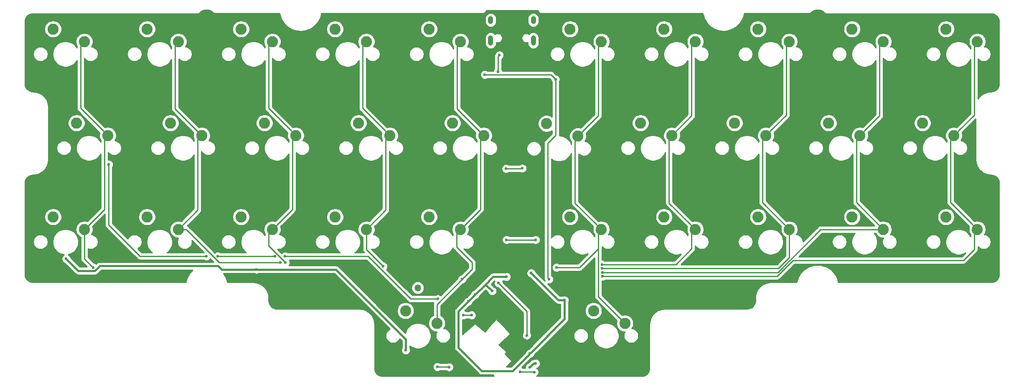
<source format=gbl>
G04 #@! TF.GenerationSoftware,KiCad,Pcbnew,(5.1.4)-1*
G04 #@! TF.CreationDate,2021-03-13T03:50:06-06:00*
G04 #@! TF.ProjectId,Treadstone32,54726561-6473-4746-9f6e-6533322e6b69,1.1*
G04 #@! TF.SameCoordinates,Original*
G04 #@! TF.FileFunction,Copper,L2,Bot*
G04 #@! TF.FilePolarity,Positive*
%FSLAX46Y46*%
G04 Gerber Fmt 4.6, Leading zero omitted, Abs format (unit mm)*
G04 Created by KiCad (PCBNEW (5.1.4)-1) date 2021-03-13 03:50:06*
%MOMM*%
%LPD*%
G04 APERTURE LIST*
%ADD10C,2.250000*%
%ADD11O,1.000000X1.600000*%
%ADD12O,1.000000X2.100000*%
%ADD13O,1.350000X1.350000*%
%ADD14R,1.350000X1.350000*%
%ADD15C,0.600000*%
%ADD16C,0.381000*%
%ADD17C,0.250000*%
%ADD18C,0.254000*%
G04 APERTURE END LIST*
D10*
X171027500Y-102763280D03*
X164677500Y-100223280D03*
X218653700Y-64662320D03*
X212303700Y-62122320D03*
X294855620Y-102763280D03*
X288505620Y-100223280D03*
X223416320Y-121813760D03*
X217066320Y-119273760D03*
X185315360Y-121813760D03*
X178965360Y-119273760D03*
X275805140Y-102763280D03*
X269455140Y-100223280D03*
X256754660Y-102763280D03*
X250404660Y-100223280D03*
X237704180Y-102763280D03*
X231354180Y-100223280D03*
X218653700Y-102763280D03*
X212303700Y-100223280D03*
X190077980Y-102763280D03*
X183727980Y-100223280D03*
X151977020Y-102763280D03*
X145627020Y-100223280D03*
X132926540Y-102763280D03*
X126576540Y-100223280D03*
X113876060Y-102763280D03*
X107526060Y-100223280D03*
X290093000Y-83712800D03*
X283743000Y-81172800D03*
X271042520Y-83712800D03*
X264692520Y-81172800D03*
X251992040Y-83712800D03*
X245642040Y-81172800D03*
X232941560Y-83712800D03*
X226591560Y-81172800D03*
X213891080Y-83842911D03*
X207541080Y-81302911D03*
X194840600Y-83712800D03*
X188490600Y-81172800D03*
X175790120Y-83712800D03*
X169440120Y-81172800D03*
X156739640Y-83712800D03*
X150389640Y-81172800D03*
X137689160Y-83712800D03*
X131339160Y-81172800D03*
X118638680Y-83712800D03*
X112288680Y-81172800D03*
X294855620Y-64662320D03*
X288505620Y-62122320D03*
X275805140Y-64662320D03*
X269455140Y-62122320D03*
X256754660Y-64662320D03*
X250404660Y-62122320D03*
X237704180Y-64662320D03*
X231354180Y-62122320D03*
X190077980Y-64662320D03*
X183727980Y-62122320D03*
X171027500Y-64662320D03*
X164677500Y-62122320D03*
X151977020Y-64662320D03*
X145627020Y-62122320D03*
X132926540Y-64662320D03*
X126576540Y-62122320D03*
X113876060Y-64662320D03*
X107526060Y-62122320D03*
D11*
X196229860Y-60279000D03*
X204869860Y-60279000D03*
D12*
X196229860Y-64459000D03*
X204869860Y-64459000D03*
D13*
X181439860Y-114629000D03*
D14*
X183439860Y-114629000D03*
D15*
X212239860Y-114579000D03*
X213139860Y-122779000D03*
X201239860Y-108879000D03*
X202311496Y-114750636D03*
X193839860Y-111579000D03*
X191039860Y-116579000D03*
X215239860Y-101979000D03*
X216939860Y-126079000D03*
X195339860Y-106279000D03*
X203639860Y-83579000D03*
X238989860Y-59279000D03*
X200839860Y-62129000D03*
X193789860Y-119329000D03*
X201689860Y-73129000D03*
X204439860Y-74629000D03*
X196939860Y-74629000D03*
X115398860Y-108098000D03*
X291293860Y-88921000D03*
X257638860Y-112924000D03*
X106127860Y-92350000D03*
X214966860Y-132101000D03*
X144481860Y-112670000D03*
X186010860Y-131847000D03*
X176612860Y-118004000D03*
X227158860Y-131466000D03*
X241001860Y-117369000D03*
X118446860Y-111908000D03*
X110064860Y-84095000D03*
X106762860Y-103272000D03*
X208061244Y-112900384D03*
X195027860Y-71379000D03*
X209366081Y-72305221D03*
X199345860Y-90445000D03*
X202647860Y-90379000D03*
X199439860Y-104879000D03*
X205339860Y-104879000D03*
X115652860Y-110511000D03*
X153625860Y-109495000D03*
X154641860Y-109495000D03*
X197839860Y-113679000D03*
X203539860Y-124279000D03*
X174453860Y-110257000D03*
X190439860Y-112879000D03*
X199439860Y-112379000D03*
X191689860Y-117379000D03*
X211189860Y-117129000D03*
X204439860Y-111629000D03*
X193064860Y-116004000D03*
X196546393Y-115272467D03*
X110191860Y-108733000D03*
X204171543Y-127969268D03*
X204171860Y-130704000D03*
X205366703Y-129986101D03*
X148799860Y-110892000D03*
X179025868Y-127275000D03*
X197998566Y-67431183D03*
X197689860Y-70754000D03*
X209569302Y-110508442D03*
X218773864Y-109879000D03*
X218817863Y-110679003D03*
X218855866Y-111479006D03*
X218913851Y-112279009D03*
X118827860Y-89556000D03*
X185502860Y-116878999D03*
X190709860Y-120163000D03*
X192360860Y-120163000D03*
X138639860Y-108225000D03*
X140925864Y-108225000D03*
X152482864Y-108225000D03*
X154514854Y-108225000D03*
X185411052Y-130668808D03*
X187788860Y-130704000D03*
X202223102Y-131652649D03*
X205060860Y-131720000D03*
D16*
X213139860Y-115479000D02*
X213139860Y-122779000D01*
X212239860Y-114579000D02*
X213139860Y-115479000D01*
X202311496Y-109950636D02*
X202311496Y-114750636D01*
X201239860Y-108879000D02*
X202311496Y-109950636D01*
X196539860Y-108879000D02*
X201239860Y-108879000D01*
X193839860Y-111579000D02*
X196539860Y-108879000D01*
X193839860Y-113779000D02*
X193839860Y-111579000D01*
X191039860Y-116579000D02*
X193839860Y-113779000D01*
X202939860Y-73129000D02*
X204439860Y-74629000D01*
X201689860Y-73129000D02*
X202939860Y-73129000D01*
X198439860Y-73129000D02*
X196939860Y-74629000D01*
X201689860Y-73129000D02*
X198439860Y-73129000D01*
X204439860Y-77379000D02*
X204439860Y-74629000D01*
X198039860Y-83779000D02*
X204439860Y-77379000D01*
X201239860Y-108879000D02*
X198039860Y-105679000D01*
X198039860Y-105679000D02*
X198039860Y-83779000D01*
D17*
X207756079Y-112595219D02*
X208061244Y-112900384D01*
X207756079Y-85266910D02*
X207756079Y-112595219D01*
X209366081Y-83656908D02*
X207756079Y-85266910D01*
X209366081Y-72305221D02*
X209366081Y-83656908D01*
X208439860Y-71379000D02*
X209366081Y-72305221D01*
X208439860Y-71379000D02*
X195027860Y-71379000D01*
X202581860Y-90445000D02*
X202647860Y-90379000D01*
X199345860Y-90445000D02*
X202581860Y-90445000D01*
X199439860Y-104879000D02*
X202630360Y-104879000D01*
X205339860Y-104879000D02*
X202630360Y-104879000D01*
X117513681Y-82587801D02*
X118638680Y-83712800D01*
X113112860Y-78186980D02*
X117513681Y-82587801D01*
X113876060Y-64662320D02*
X113112860Y-65425520D01*
X113112860Y-65425520D02*
X113112860Y-78186980D01*
X117938860Y-98700480D02*
X113876060Y-102763280D01*
X118638680Y-83712800D02*
X117938860Y-84412620D01*
X117938860Y-84412620D02*
X117938860Y-98700480D01*
X113876060Y-108734200D02*
X115352861Y-110211001D01*
X115352861Y-110211001D02*
X115652860Y-110511000D01*
X113876060Y-102763280D02*
X113876060Y-108734200D01*
X132289860Y-78313500D02*
X137689160Y-83712800D01*
X132926540Y-64662320D02*
X132289860Y-65299000D01*
X132289860Y-65299000D02*
X132289860Y-78313500D01*
X136861860Y-98827960D02*
X132926540Y-102763280D01*
X137689160Y-83712800D02*
X136861860Y-84540100D01*
X136861860Y-84540100D02*
X136861860Y-98827960D01*
X141249250Y-109495000D02*
X153201596Y-109495000D01*
X153201596Y-109495000D02*
X153625860Y-109495000D01*
X132926540Y-102763280D02*
X134517530Y-102763280D01*
X134517530Y-102763280D02*
X141249250Y-109495000D01*
X155614641Y-82587801D02*
X156739640Y-83712800D01*
X151212860Y-78186020D02*
X155614641Y-82587801D01*
X151977020Y-64662320D02*
X151212860Y-65426480D01*
X151212860Y-65426480D02*
X151212860Y-78186020D01*
X156038860Y-98701440D02*
X151977020Y-102763280D01*
X156739640Y-83712800D02*
X156038860Y-84413580D01*
X156038860Y-84413580D02*
X156038860Y-98701440D01*
X151977020Y-102763280D02*
X151212860Y-103527440D01*
X151212860Y-103527440D02*
X151212860Y-106066000D01*
X151212860Y-106066000D02*
X154641860Y-109495000D01*
X203539860Y-119379000D02*
X203539860Y-124279000D01*
X197839860Y-113679000D02*
X203539860Y-119379000D01*
X174665121Y-82587801D02*
X175790120Y-83712800D01*
X170262860Y-78185540D02*
X174665121Y-82587801D01*
X171027500Y-64662320D02*
X170262860Y-65426960D01*
X170262860Y-65426960D02*
X170262860Y-78185540D01*
X174961860Y-98828920D02*
X171027500Y-102763280D01*
X175790120Y-83712800D02*
X174961860Y-84541060D01*
X174961860Y-84541060D02*
X174961860Y-98828920D01*
X174153861Y-109957001D02*
X174453860Y-110257000D01*
X171027500Y-106830640D02*
X174153861Y-109957001D01*
X171027500Y-102763280D02*
X171027500Y-106830640D01*
X189439860Y-78312060D02*
X194840600Y-83712800D01*
X190077980Y-64662320D02*
X189439860Y-65300440D01*
X189439860Y-65300440D02*
X189439860Y-78312060D01*
X194138860Y-98702400D02*
X190077980Y-102763280D01*
X194840600Y-83712800D02*
X194138860Y-84414540D01*
X194138860Y-84414540D02*
X194138860Y-98702400D01*
X190077980Y-102763280D02*
X189312860Y-103528400D01*
X189312860Y-103528400D02*
X189312860Y-106320000D01*
X192487860Y-110831000D02*
X192393860Y-110925000D01*
X192487860Y-109495000D02*
X192487860Y-110831000D01*
X192393860Y-110925000D02*
X190439860Y-112879000D01*
X189312860Y-106320000D02*
X192487860Y-109495000D01*
X190439860Y-112879000D02*
X185315360Y-118003500D01*
X185315360Y-118003500D02*
X185315360Y-121813760D01*
D16*
X199439860Y-112379000D02*
X196689860Y-112379000D01*
X209939860Y-117129000D02*
X204439860Y-111629000D01*
X211189860Y-117129000D02*
X209939860Y-117129000D01*
X193064860Y-116004000D02*
X191689860Y-117379000D01*
X195377926Y-114104000D02*
X196546393Y-115272467D01*
X194964860Y-114104000D02*
X195377926Y-114104000D01*
X196689860Y-112379000D02*
X194964860Y-114104000D01*
X194964860Y-114104000D02*
X193064860Y-116004000D01*
X211189860Y-120950951D02*
X204471542Y-127669269D01*
X204471542Y-127669269D02*
X204171543Y-127969268D01*
X211189860Y-117129000D02*
X211189860Y-120950951D01*
X204942439Y-129986101D02*
X205366703Y-129986101D01*
X204889759Y-129986101D02*
X204942439Y-129986101D01*
X204171860Y-130704000D02*
X204889759Y-129986101D01*
X203871544Y-128269267D02*
X204171543Y-127969268D01*
X200674811Y-131466000D02*
X203871544Y-128269267D01*
X194392860Y-131466000D02*
X200674811Y-131466000D01*
X189693860Y-126767000D02*
X194392860Y-131466000D01*
X191689860Y-117379000D02*
X189693860Y-119375000D01*
X189693860Y-119375000D02*
X189693860Y-126767000D01*
X141023161Y-110194341D02*
X141720820Y-110892000D01*
X141720820Y-110892000D02*
X148375596Y-110892000D01*
X116985519Y-110194341D02*
X141023161Y-110194341D01*
X112660361Y-111201501D02*
X115978359Y-111201501D01*
X115978359Y-111201501D02*
X116985519Y-110194341D01*
X110191860Y-108733000D02*
X112660361Y-111201501D01*
X148375596Y-110892000D02*
X148799860Y-110892000D01*
X164836542Y-110892000D02*
X179025868Y-125081326D01*
X179025868Y-125081326D02*
X179025868Y-126850736D01*
X148799860Y-110892000D02*
X164836542Y-110892000D01*
X179025868Y-126850736D02*
X179025868Y-127275000D01*
D17*
X197689860Y-67739889D02*
X197689860Y-70754000D01*
X197998566Y-67431183D02*
X197689860Y-67739889D01*
X218014860Y-79719131D02*
X213891080Y-83842911D01*
X218653700Y-64662320D02*
X218014860Y-65301160D01*
X218014860Y-65301160D02*
X218014860Y-79719131D01*
X217528701Y-101638281D02*
X218653700Y-102763280D01*
X213315860Y-97425440D02*
X217528701Y-101638281D01*
X213891080Y-83842911D02*
X213315860Y-84418131D01*
X213315860Y-84418131D02*
X213315860Y-97425440D01*
X218014860Y-116412300D02*
X223416320Y-121813760D01*
X218653700Y-102763280D02*
X218014860Y-103402120D01*
X214207418Y-110508442D02*
X218014860Y-106701000D01*
X209569302Y-110508442D02*
X214207418Y-110508442D01*
X218014860Y-103402120D02*
X218014860Y-106701000D01*
X218014860Y-106701000D02*
X218014860Y-116412300D01*
X236937860Y-79716500D02*
X232941560Y-83712800D01*
X237704180Y-64662320D02*
X236937860Y-65428640D01*
X236937860Y-65428640D02*
X236937860Y-79716500D01*
X236579181Y-101638281D02*
X237704180Y-102763280D01*
X232365860Y-97424960D02*
X236579181Y-101638281D01*
X232941560Y-83712800D02*
X232365860Y-84288500D01*
X232365860Y-84288500D02*
X232365860Y-97424960D01*
X218776864Y-109876000D02*
X218773864Y-109879000D01*
X233762860Y-109876000D02*
X218776864Y-109876000D01*
X236937860Y-106701000D02*
X233762860Y-109876000D01*
X237704180Y-102763280D02*
X236937860Y-103529600D01*
X236937860Y-103529600D02*
X236937860Y-106701000D01*
X256756340Y-64664000D02*
X256754660Y-64662320D01*
X253117039Y-82587801D02*
X251992040Y-83712800D01*
X256114860Y-79589980D02*
X253117039Y-82587801D01*
X256754660Y-64662320D02*
X256114860Y-65302120D01*
X256114860Y-65302120D02*
X256114860Y-79589980D01*
X251288860Y-97297480D02*
X256754660Y-102763280D01*
X251992040Y-83712800D02*
X251288860Y-84415980D01*
X251288860Y-84415980D02*
X251288860Y-97297480D01*
X219242127Y-110679003D02*
X218817863Y-110679003D01*
X254564121Y-110679003D02*
X219242127Y-110679003D01*
X256754660Y-108488464D02*
X254564121Y-110679003D01*
X256754660Y-102763280D02*
X256754660Y-108488464D01*
X275806820Y-64664000D02*
X275805140Y-64662320D01*
X272167519Y-82587801D02*
X271042520Y-83712800D01*
X275037860Y-79717460D02*
X272167519Y-82587801D01*
X275805140Y-64662320D02*
X275037860Y-65429600D01*
X275037860Y-65429600D02*
X275037860Y-79717460D01*
X270338860Y-97297000D02*
X275805140Y-102763280D01*
X271042520Y-83712800D02*
X270338860Y-84416460D01*
X270338860Y-84416460D02*
X270338860Y-97297000D01*
X275805140Y-102763280D02*
X263116254Y-102763280D01*
X254400528Y-111479006D02*
X219280130Y-111479006D01*
X263116254Y-102763280D02*
X254400528Y-111479006D01*
X219280130Y-111479006D02*
X218855866Y-111479006D01*
X254688402Y-111827542D02*
X254586928Y-111929016D01*
X257486934Y-109029010D02*
X254688402Y-111827542D01*
X291217999Y-82587801D02*
X290093000Y-83712800D01*
X294214860Y-79590940D02*
X291217999Y-82587801D01*
X294855620Y-64662320D02*
X294214860Y-65303080D01*
X294214860Y-65303080D02*
X294214860Y-79590940D01*
X293730621Y-101638281D02*
X294855620Y-102763280D01*
X289388860Y-97296520D02*
X293730621Y-101638281D01*
X290093000Y-83712800D02*
X289388860Y-84416940D01*
X289388860Y-84416940D02*
X289388860Y-97296520D01*
X292013850Y-109029010D02*
X257486934Y-109029010D01*
X294214860Y-106828000D02*
X292013850Y-109029010D01*
X294855620Y-102763280D02*
X294214860Y-103404040D01*
X294214860Y-103404040D02*
X294214860Y-106828000D01*
X219338115Y-112279009D02*
X218913851Y-112279009D01*
X254236935Y-112279009D02*
X219338115Y-112279009D01*
X254688402Y-111827542D02*
X254236935Y-112279009D01*
X190709860Y-120163000D02*
X192360860Y-120163000D01*
X118827860Y-89556000D02*
X118827860Y-101870602D01*
X118827860Y-101870602D02*
X125182258Y-108225000D01*
X138215596Y-108225000D02*
X138639860Y-108225000D01*
X125182258Y-108225000D02*
X138215596Y-108225000D01*
X140925864Y-108225000D02*
X152482864Y-108225000D01*
X185502860Y-116878999D02*
X180031743Y-116878999D01*
X180031743Y-116878999D02*
X171377744Y-108225000D01*
X171377744Y-108225000D02*
X154939118Y-108225000D01*
X154939118Y-108225000D02*
X154514854Y-108225000D01*
X185411052Y-130668808D02*
X187753668Y-130668808D01*
X187753668Y-130668808D02*
X187788860Y-130704000D01*
X202223102Y-131652649D02*
X204993509Y-131652649D01*
X204993509Y-131652649D02*
X205060860Y-131720000D01*
D18*
G36*
X294503891Y-88618123D02*
G01*
X294502949Y-88626794D01*
X294502914Y-88636707D01*
X294502972Y-88653332D01*
X294503891Y-88662379D01*
X294503891Y-88670127D01*
X294506051Y-88692064D01*
X294505890Y-88715205D01*
X294506858Y-88725071D01*
X294555438Y-89187275D01*
X294568370Y-89250276D01*
X294580435Y-89313521D01*
X294583300Y-89323011D01*
X294720730Y-89766977D01*
X294745667Y-89826301D01*
X294769774Y-89885966D01*
X294774428Y-89894719D01*
X294995475Y-90303536D01*
X295031449Y-90356870D01*
X295066695Y-90410731D01*
X295072961Y-90418413D01*
X295369204Y-90776509D01*
X295414856Y-90821844D01*
X295459888Y-90867829D01*
X295467527Y-90874148D01*
X295827682Y-91167884D01*
X295881257Y-91203480D01*
X295934378Y-91239852D01*
X295943098Y-91244567D01*
X296353448Y-91462754D01*
X296412914Y-91487264D01*
X296472092Y-91512627D01*
X296481561Y-91515558D01*
X296926477Y-91649885D01*
X296989592Y-91662382D01*
X297052545Y-91675763D01*
X297062404Y-91676799D01*
X297524936Y-91722151D01*
X297918183Y-91760709D01*
X298229807Y-91854794D01*
X298517227Y-92007617D01*
X298769483Y-92213353D01*
X298976975Y-92464168D01*
X299131800Y-92750510D01*
X299228059Y-93061474D01*
X299250276Y-93272853D01*
X299241531Y-93361645D01*
X299241530Y-111887894D01*
X299250578Y-111979765D01*
X299231361Y-112175763D01*
X299137276Y-112487389D01*
X298984454Y-112774805D01*
X298778717Y-113027063D01*
X298527900Y-113234557D01*
X298241561Y-113389380D01*
X297930596Y-113485639D01*
X297724566Y-113507294D01*
X297631301Y-113498110D01*
X266674051Y-113498659D01*
X266664256Y-113411332D01*
X266650887Y-113348439D01*
X266638378Y-113285262D01*
X266635446Y-113275793D01*
X266424662Y-112611317D01*
X266399326Y-112552203D01*
X266374790Y-112492674D01*
X266370075Y-112483954D01*
X266034240Y-111873073D01*
X265997888Y-111819983D01*
X265962272Y-111766377D01*
X265955953Y-111758739D01*
X265507861Y-111224724D01*
X265461915Y-111179730D01*
X265416542Y-111134039D01*
X265408859Y-111127773D01*
X264865576Y-110690962D01*
X264811747Y-110655737D01*
X264758380Y-110619741D01*
X264749627Y-110615087D01*
X264131848Y-110292120D01*
X264072164Y-110268006D01*
X264012860Y-110243077D01*
X264003374Y-110240213D01*
X264003368Y-110240211D01*
X263334625Y-110043390D01*
X263271442Y-110031337D01*
X263208378Y-110018392D01*
X263198512Y-110017425D01*
X262504273Y-109954244D01*
X262439957Y-109954693D01*
X262375574Y-109954244D01*
X262365709Y-109955211D01*
X261672419Y-110028079D01*
X261609381Y-110041019D01*
X261546173Y-110053077D01*
X261536683Y-110055942D01*
X260870751Y-110262082D01*
X260811435Y-110287016D01*
X260751763Y-110311125D01*
X260743010Y-110315779D01*
X260129800Y-110647340D01*
X260076440Y-110683332D01*
X260022603Y-110718562D01*
X260014921Y-110724827D01*
X259477791Y-111169181D01*
X259432472Y-111214817D01*
X259386470Y-111259866D01*
X259380151Y-111267504D01*
X258939559Y-111807724D01*
X258903974Y-111861284D01*
X258867591Y-111914420D01*
X258862876Y-111923140D01*
X258535604Y-112538649D01*
X258511081Y-112598145D01*
X258485731Y-112657292D01*
X258482800Y-112666762D01*
X258281314Y-113334117D01*
X258268819Y-113397222D01*
X258255436Y-113460186D01*
X258254400Y-113470045D01*
X258251653Y-113498058D01*
X252908615Y-113497628D01*
X252800634Y-113508254D01*
X252677104Y-113545716D01*
X252392415Y-113575638D01*
X252329414Y-113588570D01*
X252266169Y-113600635D01*
X252256679Y-113603500D01*
X251812713Y-113740930D01*
X251753422Y-113765854D01*
X251693724Y-113789973D01*
X251684977Y-113794625D01*
X251684973Y-113794627D01*
X251684972Y-113794628D01*
X251276154Y-114015675D01*
X251222820Y-114051649D01*
X251168959Y-114086895D01*
X251161277Y-114093161D01*
X250803181Y-114389404D01*
X250757846Y-114435056D01*
X250711861Y-114480088D01*
X250705542Y-114487726D01*
X250411806Y-114847882D01*
X250376210Y-114901457D01*
X250339838Y-114954578D01*
X250335123Y-114963298D01*
X250116936Y-115373648D01*
X250092408Y-115433157D01*
X250067063Y-115492291D01*
X250064133Y-115501757D01*
X250064133Y-115501759D01*
X250064132Y-115501761D01*
X249929805Y-115946676D01*
X249917307Y-116009799D01*
X249903927Y-116072745D01*
X249902891Y-116082604D01*
X249876859Y-116348096D01*
X249839775Y-116470346D01*
X249829140Y-116578326D01*
X249829140Y-117245865D01*
X249837795Y-117333746D01*
X249818181Y-117533793D01*
X249724096Y-117845419D01*
X249571274Y-118132835D01*
X249365537Y-118385093D01*
X249114720Y-118592587D01*
X248828381Y-118747410D01*
X248517416Y-118843669D01*
X248160908Y-118881140D01*
X231477993Y-118881140D01*
X231446687Y-118884223D01*
X231431895Y-118884120D01*
X231422029Y-118885088D01*
X230959825Y-118933668D01*
X230896824Y-118946600D01*
X230833579Y-118958665D01*
X230824089Y-118961530D01*
X230380123Y-119098960D01*
X230320832Y-119123884D01*
X230261134Y-119148003D01*
X230252387Y-119152655D01*
X230252383Y-119152657D01*
X230252382Y-119152658D01*
X229843564Y-119373705D01*
X229790230Y-119409679D01*
X229736369Y-119444925D01*
X229728687Y-119451191D01*
X229370591Y-119747434D01*
X229325256Y-119793086D01*
X229279271Y-119838118D01*
X229272952Y-119845756D01*
X228979216Y-120205912D01*
X228943620Y-120259487D01*
X228907248Y-120312608D01*
X228902533Y-120321328D01*
X228684346Y-120731678D01*
X228659818Y-120791187D01*
X228634473Y-120850321D01*
X228631543Y-120859787D01*
X228631543Y-120859789D01*
X228631542Y-120859791D01*
X228497215Y-121304706D01*
X228484717Y-121367829D01*
X228471337Y-121430775D01*
X228470301Y-121440634D01*
X228444268Y-121706138D01*
X228407184Y-121828422D01*
X228396558Y-121936403D01*
X228397263Y-130938512D01*
X228405960Y-131026739D01*
X228386391Y-131226323D01*
X228292306Y-131537949D01*
X228139484Y-131825365D01*
X227933747Y-132077623D01*
X227682930Y-132285117D01*
X227396591Y-132439940D01*
X227085626Y-132536199D01*
X226879599Y-132557854D01*
X226786355Y-132548670D01*
X205503546Y-132548670D01*
X205503749Y-132548586D01*
X205656888Y-132446262D01*
X205787122Y-132316028D01*
X205889446Y-132162889D01*
X205959928Y-131992729D01*
X205995860Y-131812089D01*
X205995860Y-131627911D01*
X205959928Y-131447271D01*
X205889446Y-131277111D01*
X205787122Y-131123972D01*
X205656888Y-130993738D01*
X205527673Y-130907400D01*
X205639432Y-130885169D01*
X205809592Y-130814687D01*
X205962731Y-130712363D01*
X206092965Y-130582129D01*
X206195289Y-130428990D01*
X206265771Y-130258830D01*
X206301703Y-130078190D01*
X206301703Y-129894012D01*
X206265771Y-129713372D01*
X206195289Y-129543212D01*
X206092965Y-129390073D01*
X205962731Y-129259839D01*
X205809592Y-129157515D01*
X205639432Y-129087033D01*
X205458792Y-129051101D01*
X205274614Y-129051101D01*
X205093974Y-129087033D01*
X204923814Y-129157515D01*
X204920623Y-129159647D01*
X204889759Y-129156607D01*
X204849209Y-129160601D01*
X204849206Y-129160601D01*
X204727933Y-129172545D01*
X204572325Y-129219748D01*
X204428916Y-129296402D01*
X204357101Y-129355340D01*
X204303218Y-129399560D01*
X204277365Y-129431062D01*
X203904579Y-129803848D01*
X203899131Y-129804932D01*
X203728971Y-129875414D01*
X203575832Y-129977738D01*
X203445598Y-130107972D01*
X203343274Y-130261111D01*
X203272792Y-130431271D01*
X203236860Y-130611911D01*
X203236860Y-130796089D01*
X203256067Y-130892649D01*
X202768637Y-130892649D01*
X202665991Y-130824063D01*
X202537431Y-130770812D01*
X204438824Y-128869420D01*
X204444272Y-128868336D01*
X204614432Y-128797854D01*
X204767571Y-128695530D01*
X204897805Y-128565296D01*
X205000129Y-128412157D01*
X205070611Y-128241997D01*
X205071695Y-128236549D01*
X205083934Y-128224310D01*
X205083939Y-128224304D01*
X209103205Y-124205038D01*
X213016320Y-124205038D01*
X213016320Y-124502482D01*
X213074349Y-124794211D01*
X213188176Y-125069013D01*
X213353427Y-125316329D01*
X213563751Y-125526653D01*
X213811067Y-125691904D01*
X214085869Y-125805731D01*
X214377598Y-125863760D01*
X214675042Y-125863760D01*
X214966771Y-125805731D01*
X215241573Y-125691904D01*
X215488889Y-125526653D01*
X215699213Y-125316329D01*
X215864464Y-125069013D01*
X215978291Y-124794211D01*
X216036320Y-124502482D01*
X216036320Y-124205038D01*
X216014400Y-124094836D01*
X216977420Y-124094836D01*
X216977420Y-124612684D01*
X217078447Y-125120582D01*
X217276619Y-125599011D01*
X217564320Y-126029586D01*
X217930494Y-126395760D01*
X218361069Y-126683461D01*
X218839498Y-126881633D01*
X219347396Y-126982660D01*
X219865244Y-126982660D01*
X220373142Y-126881633D01*
X220851571Y-126683461D01*
X221282146Y-126395760D01*
X221648320Y-126029586D01*
X221936021Y-125599011D01*
X222134193Y-125120582D01*
X222235220Y-124612684D01*
X222235220Y-124094836D01*
X222134193Y-123586938D01*
X221936021Y-123108509D01*
X221648320Y-122677934D01*
X221282146Y-122311760D01*
X220851571Y-122024059D01*
X220373142Y-121825887D01*
X219865244Y-121724860D01*
X219347396Y-121724860D01*
X218839498Y-121825887D01*
X218361069Y-122024059D01*
X217930494Y-122311760D01*
X217564320Y-122677934D01*
X217276619Y-123108509D01*
X217078447Y-123586938D01*
X216977420Y-124094836D01*
X216014400Y-124094836D01*
X215978291Y-123913309D01*
X215864464Y-123638507D01*
X215699213Y-123391191D01*
X215488889Y-123180867D01*
X215241573Y-123015616D01*
X214966771Y-122901789D01*
X214675042Y-122843760D01*
X214377598Y-122843760D01*
X214085869Y-122901789D01*
X213811067Y-123015616D01*
X213563751Y-123180867D01*
X213353427Y-123391191D01*
X213188176Y-123638507D01*
X213074349Y-123913309D01*
X213016320Y-124205038D01*
X209103205Y-124205038D01*
X211744900Y-121563344D01*
X211776401Y-121537492D01*
X211847996Y-121450253D01*
X211879558Y-121411795D01*
X211906835Y-121360764D01*
X211956213Y-121268385D01*
X212003416Y-121112777D01*
X212015360Y-120991504D01*
X212015360Y-120991495D01*
X212019353Y-120950952D01*
X212015360Y-120910409D01*
X212015360Y-119100415D01*
X215306320Y-119100415D01*
X215306320Y-119447105D01*
X215373956Y-119787133D01*
X215506628Y-120107433D01*
X215699239Y-120395695D01*
X215944385Y-120640841D01*
X216232647Y-120833452D01*
X216552947Y-120966124D01*
X216892975Y-121033760D01*
X217239665Y-121033760D01*
X217579693Y-120966124D01*
X217899993Y-120833452D01*
X218188255Y-120640841D01*
X218433401Y-120395695D01*
X218626012Y-120107433D01*
X218758684Y-119787133D01*
X218826320Y-119447105D01*
X218826320Y-119100415D01*
X218758684Y-118760387D01*
X218626012Y-118440087D01*
X218433401Y-118151825D01*
X218188255Y-117906679D01*
X217899993Y-117714068D01*
X217579693Y-117581396D01*
X217239665Y-117513760D01*
X216892975Y-117513760D01*
X216552947Y-117581396D01*
X216232647Y-117714068D01*
X215944385Y-117906679D01*
X215699239Y-118151825D01*
X215506628Y-118440087D01*
X215373956Y-118760387D01*
X215306320Y-119100415D01*
X212015360Y-119100415D01*
X212015360Y-117576508D01*
X212018446Y-117571889D01*
X212088928Y-117401729D01*
X212124860Y-117221089D01*
X212124860Y-117036911D01*
X212088928Y-116856271D01*
X212018446Y-116686111D01*
X211916122Y-116532972D01*
X211785888Y-116402738D01*
X211632749Y-116300414D01*
X211462589Y-116229932D01*
X211281949Y-116194000D01*
X211097771Y-116194000D01*
X210917131Y-116229932D01*
X210746971Y-116300414D01*
X210742352Y-116303500D01*
X210281794Y-116303500D01*
X207770130Y-113791837D01*
X207788515Y-113799452D01*
X207969155Y-113835384D01*
X208153333Y-113835384D01*
X208333973Y-113799452D01*
X208504133Y-113728970D01*
X208657272Y-113626646D01*
X208787506Y-113496412D01*
X208889830Y-113343273D01*
X208960312Y-113173113D01*
X208996244Y-112992473D01*
X208996244Y-112808295D01*
X208960312Y-112627655D01*
X208889830Y-112457495D01*
X208787506Y-112304356D01*
X208657272Y-112174122D01*
X208516079Y-112079780D01*
X208516079Y-106154010D01*
X208590807Y-106265849D01*
X208801131Y-106476173D01*
X209048447Y-106641424D01*
X209323249Y-106755251D01*
X209614978Y-106813280D01*
X209912422Y-106813280D01*
X210204151Y-106755251D01*
X210478953Y-106641424D01*
X210726269Y-106476173D01*
X210936593Y-106265849D01*
X211101844Y-106018533D01*
X211215671Y-105743731D01*
X211273700Y-105452002D01*
X211273700Y-105154558D01*
X211215671Y-104862829D01*
X211101844Y-104588027D01*
X210936593Y-104340711D01*
X210726269Y-104130387D01*
X210478953Y-103965136D01*
X210204151Y-103851309D01*
X209912422Y-103793280D01*
X209614978Y-103793280D01*
X209323249Y-103851309D01*
X209048447Y-103965136D01*
X208801131Y-104130387D01*
X208590807Y-104340711D01*
X208516079Y-104452550D01*
X208516079Y-100049935D01*
X210543700Y-100049935D01*
X210543700Y-100396625D01*
X210611336Y-100736653D01*
X210744008Y-101056953D01*
X210936619Y-101345215D01*
X211181765Y-101590361D01*
X211470027Y-101782972D01*
X211790327Y-101915644D01*
X212130355Y-101983280D01*
X212477045Y-101983280D01*
X212817073Y-101915644D01*
X213137373Y-101782972D01*
X213425635Y-101590361D01*
X213670781Y-101345215D01*
X213863392Y-101056953D01*
X213996064Y-100736653D01*
X214063700Y-100396625D01*
X214063700Y-100049935D01*
X213996064Y-99709907D01*
X213863392Y-99389607D01*
X213670781Y-99101345D01*
X213425635Y-98856199D01*
X213137373Y-98663588D01*
X212817073Y-98530916D01*
X212477045Y-98463280D01*
X212130355Y-98463280D01*
X211790327Y-98530916D01*
X211470027Y-98663588D01*
X211181765Y-98856199D01*
X210936619Y-99101345D01*
X210744008Y-99389607D01*
X210611336Y-99709907D01*
X210543700Y-100049935D01*
X208516079Y-100049935D01*
X208516079Y-88498962D01*
X208835829Y-88712612D01*
X209314258Y-88910784D01*
X209822156Y-89011811D01*
X210340004Y-89011811D01*
X210847902Y-88910784D01*
X211326331Y-88712612D01*
X211756906Y-88424911D01*
X212123080Y-88058737D01*
X212410781Y-87628162D01*
X212555860Y-87277910D01*
X212555861Y-97388108D01*
X212552184Y-97425440D01*
X212555861Y-97462773D01*
X212566858Y-97574426D01*
X212580040Y-97617882D01*
X212610314Y-97717686D01*
X212680886Y-97849716D01*
X212748000Y-97931494D01*
X212775860Y-97965441D01*
X212804858Y-97989239D01*
X216991852Y-102176234D01*
X216961336Y-102249907D01*
X216893700Y-102589935D01*
X216893700Y-102936625D01*
X216961336Y-103276653D01*
X217094008Y-103596953D01*
X217254860Y-103837685D01*
X217254860Y-104254689D01*
X217173401Y-104058029D01*
X216885700Y-103627454D01*
X216519526Y-103261280D01*
X216088951Y-102973579D01*
X215610522Y-102775407D01*
X215102624Y-102674380D01*
X214584776Y-102674380D01*
X214076878Y-102775407D01*
X213598449Y-102973579D01*
X213167874Y-103261280D01*
X212801700Y-103627454D01*
X212513999Y-104058029D01*
X212315827Y-104536458D01*
X212214800Y-105044356D01*
X212214800Y-105562204D01*
X212315827Y-106070102D01*
X212513999Y-106548531D01*
X212801700Y-106979106D01*
X213167874Y-107345280D01*
X213598449Y-107632981D01*
X214076878Y-107831153D01*
X214584776Y-107932180D01*
X215102624Y-107932180D01*
X215610522Y-107831153D01*
X215950891Y-107690167D01*
X213892617Y-109748442D01*
X210114837Y-109748442D01*
X210012191Y-109679856D01*
X209842031Y-109609374D01*
X209661391Y-109573442D01*
X209477213Y-109573442D01*
X209296573Y-109609374D01*
X209126413Y-109679856D01*
X208973274Y-109782180D01*
X208843040Y-109912414D01*
X208740716Y-110065553D01*
X208670234Y-110235713D01*
X208634302Y-110416353D01*
X208634302Y-110600531D01*
X208670234Y-110781171D01*
X208740716Y-110951331D01*
X208843040Y-111104470D01*
X208973274Y-111234704D01*
X209126413Y-111337028D01*
X209296573Y-111407510D01*
X209477213Y-111443442D01*
X209661391Y-111443442D01*
X209842031Y-111407510D01*
X210012191Y-111337028D01*
X210114837Y-111268442D01*
X214170096Y-111268442D01*
X214207418Y-111272118D01*
X214244740Y-111268442D01*
X214244751Y-111268442D01*
X214356404Y-111257445D01*
X214499665Y-111213988D01*
X214631694Y-111143416D01*
X214747419Y-111048443D01*
X214771222Y-111019439D01*
X217254860Y-108535801D01*
X217254861Y-116374968D01*
X217251184Y-116412300D01*
X217254861Y-116449633D01*
X217265858Y-116561286D01*
X217273583Y-116586752D01*
X217309314Y-116704546D01*
X217379886Y-116836576D01*
X217451061Y-116923302D01*
X217474860Y-116952301D01*
X217503858Y-116976099D01*
X221754472Y-121226714D01*
X221723956Y-121300387D01*
X221656320Y-121640415D01*
X221656320Y-121987105D01*
X221723956Y-122327133D01*
X221856628Y-122647433D01*
X222049239Y-122935695D01*
X222294385Y-123180841D01*
X222582647Y-123373452D01*
X222902947Y-123506124D01*
X223242975Y-123573760D01*
X223391438Y-123573760D01*
X223348176Y-123638507D01*
X223234349Y-123913309D01*
X223176320Y-124205038D01*
X223176320Y-124502482D01*
X223234349Y-124794211D01*
X223348176Y-125069013D01*
X223513427Y-125316329D01*
X223723751Y-125526653D01*
X223971067Y-125691904D01*
X224245869Y-125805731D01*
X224537598Y-125863760D01*
X224835042Y-125863760D01*
X225126771Y-125805731D01*
X225401573Y-125691904D01*
X225648889Y-125526653D01*
X225859213Y-125316329D01*
X226024464Y-125069013D01*
X226138291Y-124794211D01*
X226196320Y-124502482D01*
X226196320Y-124205038D01*
X226138291Y-123913309D01*
X226024464Y-123638507D01*
X225859213Y-123391191D01*
X225648889Y-123180867D01*
X225401573Y-123015616D01*
X225126771Y-122901789D01*
X224843682Y-122845479D01*
X224976012Y-122647433D01*
X225108684Y-122327133D01*
X225176320Y-121987105D01*
X225176320Y-121640415D01*
X225108684Y-121300387D01*
X224976012Y-120980087D01*
X224783401Y-120691825D01*
X224538255Y-120446679D01*
X224249993Y-120254068D01*
X223929693Y-120121396D01*
X223589665Y-120053760D01*
X223242975Y-120053760D01*
X222902947Y-120121396D01*
X222829274Y-120151912D01*
X218774860Y-116097499D01*
X218774860Y-113204679D01*
X218821762Y-113214009D01*
X219005940Y-113214009D01*
X219186580Y-113178077D01*
X219356740Y-113107595D01*
X219459386Y-113039009D01*
X254199613Y-113039009D01*
X254236935Y-113042685D01*
X254274257Y-113039009D01*
X254274268Y-113039009D01*
X254385921Y-113028012D01*
X254529182Y-112984555D01*
X254661211Y-112913983D01*
X254776936Y-112819010D01*
X254800739Y-112790006D01*
X255252201Y-112338544D01*
X257801736Y-109789010D01*
X291976528Y-109789010D01*
X292013850Y-109792686D01*
X292051172Y-109789010D01*
X292051183Y-109789010D01*
X292162836Y-109778013D01*
X292306097Y-109734556D01*
X292438126Y-109663984D01*
X292553851Y-109569011D01*
X292577654Y-109540007D01*
X294725863Y-107391799D01*
X294754861Y-107368001D01*
X294849834Y-107252276D01*
X294920406Y-107120247D01*
X294963863Y-106976986D01*
X294974860Y-106865333D01*
X294974860Y-106865324D01*
X294978536Y-106828001D01*
X294974860Y-106790678D01*
X294974860Y-106287982D01*
X295163051Y-106476173D01*
X295410367Y-106641424D01*
X295685169Y-106755251D01*
X295976898Y-106813280D01*
X296274342Y-106813280D01*
X296566071Y-106755251D01*
X296840873Y-106641424D01*
X297088189Y-106476173D01*
X297298513Y-106265849D01*
X297463764Y-106018533D01*
X297577591Y-105743731D01*
X297635620Y-105452002D01*
X297635620Y-105154558D01*
X297577591Y-104862829D01*
X297463764Y-104588027D01*
X297298513Y-104340711D01*
X297088189Y-104130387D01*
X296840873Y-103965136D01*
X296566071Y-103851309D01*
X296282982Y-103794999D01*
X296415312Y-103596953D01*
X296547984Y-103276653D01*
X296615620Y-102936625D01*
X296615620Y-102589935D01*
X296547984Y-102249907D01*
X296415312Y-101929607D01*
X296222701Y-101641345D01*
X295977555Y-101396199D01*
X295689293Y-101203588D01*
X295368993Y-101070916D01*
X295028965Y-101003280D01*
X294682275Y-101003280D01*
X294342247Y-101070916D01*
X294268574Y-101101432D01*
X290148860Y-96981719D01*
X290148860Y-87153638D01*
X290190107Y-87215369D01*
X290400431Y-87425693D01*
X290647747Y-87590944D01*
X290922549Y-87704771D01*
X291214278Y-87762800D01*
X291511722Y-87762800D01*
X291803451Y-87704771D01*
X292078253Y-87590944D01*
X292325569Y-87425693D01*
X292535893Y-87215369D01*
X292701144Y-86968053D01*
X292814971Y-86693251D01*
X292873000Y-86401522D01*
X292873000Y-86104078D01*
X292814971Y-85812349D01*
X292701144Y-85537547D01*
X292535893Y-85290231D01*
X292325569Y-85079907D01*
X292078253Y-84914656D01*
X291803451Y-84800829D01*
X291520362Y-84744519D01*
X291652692Y-84546473D01*
X291785364Y-84226173D01*
X291853000Y-83886145D01*
X291853000Y-83539455D01*
X291785364Y-83199427D01*
X291754848Y-83125754D01*
X291781798Y-83098804D01*
X291781802Y-83098799D01*
X294503890Y-80376713D01*
X294503891Y-88618123D01*
X294503891Y-88618123D01*
G37*
X294503891Y-88618123D02*
X294502949Y-88626794D01*
X294502914Y-88636707D01*
X294502972Y-88653332D01*
X294503891Y-88662379D01*
X294503891Y-88670127D01*
X294506051Y-88692064D01*
X294505890Y-88715205D01*
X294506858Y-88725071D01*
X294555438Y-89187275D01*
X294568370Y-89250276D01*
X294580435Y-89313521D01*
X294583300Y-89323011D01*
X294720730Y-89766977D01*
X294745667Y-89826301D01*
X294769774Y-89885966D01*
X294774428Y-89894719D01*
X294995475Y-90303536D01*
X295031449Y-90356870D01*
X295066695Y-90410731D01*
X295072961Y-90418413D01*
X295369204Y-90776509D01*
X295414856Y-90821844D01*
X295459888Y-90867829D01*
X295467527Y-90874148D01*
X295827682Y-91167884D01*
X295881257Y-91203480D01*
X295934378Y-91239852D01*
X295943098Y-91244567D01*
X296353448Y-91462754D01*
X296412914Y-91487264D01*
X296472092Y-91512627D01*
X296481561Y-91515558D01*
X296926477Y-91649885D01*
X296989592Y-91662382D01*
X297052545Y-91675763D01*
X297062404Y-91676799D01*
X297524936Y-91722151D01*
X297918183Y-91760709D01*
X298229807Y-91854794D01*
X298517227Y-92007617D01*
X298769483Y-92213353D01*
X298976975Y-92464168D01*
X299131800Y-92750510D01*
X299228059Y-93061474D01*
X299250276Y-93272853D01*
X299241531Y-93361645D01*
X299241530Y-111887894D01*
X299250578Y-111979765D01*
X299231361Y-112175763D01*
X299137276Y-112487389D01*
X298984454Y-112774805D01*
X298778717Y-113027063D01*
X298527900Y-113234557D01*
X298241561Y-113389380D01*
X297930596Y-113485639D01*
X297724566Y-113507294D01*
X297631301Y-113498110D01*
X266674051Y-113498659D01*
X266664256Y-113411332D01*
X266650887Y-113348439D01*
X266638378Y-113285262D01*
X266635446Y-113275793D01*
X266424662Y-112611317D01*
X266399326Y-112552203D01*
X266374790Y-112492674D01*
X266370075Y-112483954D01*
X266034240Y-111873073D01*
X265997888Y-111819983D01*
X265962272Y-111766377D01*
X265955953Y-111758739D01*
X265507861Y-111224724D01*
X265461915Y-111179730D01*
X265416542Y-111134039D01*
X265408859Y-111127773D01*
X264865576Y-110690962D01*
X264811747Y-110655737D01*
X264758380Y-110619741D01*
X264749627Y-110615087D01*
X264131848Y-110292120D01*
X264072164Y-110268006D01*
X264012860Y-110243077D01*
X264003374Y-110240213D01*
X264003368Y-110240211D01*
X263334625Y-110043390D01*
X263271442Y-110031337D01*
X263208378Y-110018392D01*
X263198512Y-110017425D01*
X262504273Y-109954244D01*
X262439957Y-109954693D01*
X262375574Y-109954244D01*
X262365709Y-109955211D01*
X261672419Y-110028079D01*
X261609381Y-110041019D01*
X261546173Y-110053077D01*
X261536683Y-110055942D01*
X260870751Y-110262082D01*
X260811435Y-110287016D01*
X260751763Y-110311125D01*
X260743010Y-110315779D01*
X260129800Y-110647340D01*
X260076440Y-110683332D01*
X260022603Y-110718562D01*
X260014921Y-110724827D01*
X259477791Y-111169181D01*
X259432472Y-111214817D01*
X259386470Y-111259866D01*
X259380151Y-111267504D01*
X258939559Y-111807724D01*
X258903974Y-111861284D01*
X258867591Y-111914420D01*
X258862876Y-111923140D01*
X258535604Y-112538649D01*
X258511081Y-112598145D01*
X258485731Y-112657292D01*
X258482800Y-112666762D01*
X258281314Y-113334117D01*
X258268819Y-113397222D01*
X258255436Y-113460186D01*
X258254400Y-113470045D01*
X258251653Y-113498058D01*
X252908615Y-113497628D01*
X252800634Y-113508254D01*
X252677104Y-113545716D01*
X252392415Y-113575638D01*
X252329414Y-113588570D01*
X252266169Y-113600635D01*
X252256679Y-113603500D01*
X251812713Y-113740930D01*
X251753422Y-113765854D01*
X251693724Y-113789973D01*
X251684977Y-113794625D01*
X251684973Y-113794627D01*
X251684972Y-113794628D01*
X251276154Y-114015675D01*
X251222820Y-114051649D01*
X251168959Y-114086895D01*
X251161277Y-114093161D01*
X250803181Y-114389404D01*
X250757846Y-114435056D01*
X250711861Y-114480088D01*
X250705542Y-114487726D01*
X250411806Y-114847882D01*
X250376210Y-114901457D01*
X250339838Y-114954578D01*
X250335123Y-114963298D01*
X250116936Y-115373648D01*
X250092408Y-115433157D01*
X250067063Y-115492291D01*
X250064133Y-115501757D01*
X250064133Y-115501759D01*
X250064132Y-115501761D01*
X249929805Y-115946676D01*
X249917307Y-116009799D01*
X249903927Y-116072745D01*
X249902891Y-116082604D01*
X249876859Y-116348096D01*
X249839775Y-116470346D01*
X249829140Y-116578326D01*
X249829140Y-117245865D01*
X249837795Y-117333746D01*
X249818181Y-117533793D01*
X249724096Y-117845419D01*
X249571274Y-118132835D01*
X249365537Y-118385093D01*
X249114720Y-118592587D01*
X248828381Y-118747410D01*
X248517416Y-118843669D01*
X248160908Y-118881140D01*
X231477993Y-118881140D01*
X231446687Y-118884223D01*
X231431895Y-118884120D01*
X231422029Y-118885088D01*
X230959825Y-118933668D01*
X230896824Y-118946600D01*
X230833579Y-118958665D01*
X230824089Y-118961530D01*
X230380123Y-119098960D01*
X230320832Y-119123884D01*
X230261134Y-119148003D01*
X230252387Y-119152655D01*
X230252383Y-119152657D01*
X230252382Y-119152658D01*
X229843564Y-119373705D01*
X229790230Y-119409679D01*
X229736369Y-119444925D01*
X229728687Y-119451191D01*
X229370591Y-119747434D01*
X229325256Y-119793086D01*
X229279271Y-119838118D01*
X229272952Y-119845756D01*
X228979216Y-120205912D01*
X228943620Y-120259487D01*
X228907248Y-120312608D01*
X228902533Y-120321328D01*
X228684346Y-120731678D01*
X228659818Y-120791187D01*
X228634473Y-120850321D01*
X228631543Y-120859787D01*
X228631543Y-120859789D01*
X228631542Y-120859791D01*
X228497215Y-121304706D01*
X228484717Y-121367829D01*
X228471337Y-121430775D01*
X228470301Y-121440634D01*
X228444268Y-121706138D01*
X228407184Y-121828422D01*
X228396558Y-121936403D01*
X228397263Y-130938512D01*
X228405960Y-131026739D01*
X228386391Y-131226323D01*
X228292306Y-131537949D01*
X228139484Y-131825365D01*
X227933747Y-132077623D01*
X227682930Y-132285117D01*
X227396591Y-132439940D01*
X227085626Y-132536199D01*
X226879599Y-132557854D01*
X226786355Y-132548670D01*
X205503546Y-132548670D01*
X205503749Y-132548586D01*
X205656888Y-132446262D01*
X205787122Y-132316028D01*
X205889446Y-132162889D01*
X205959928Y-131992729D01*
X205995860Y-131812089D01*
X205995860Y-131627911D01*
X205959928Y-131447271D01*
X205889446Y-131277111D01*
X205787122Y-131123972D01*
X205656888Y-130993738D01*
X205527673Y-130907400D01*
X205639432Y-130885169D01*
X205809592Y-130814687D01*
X205962731Y-130712363D01*
X206092965Y-130582129D01*
X206195289Y-130428990D01*
X206265771Y-130258830D01*
X206301703Y-130078190D01*
X206301703Y-129894012D01*
X206265771Y-129713372D01*
X206195289Y-129543212D01*
X206092965Y-129390073D01*
X205962731Y-129259839D01*
X205809592Y-129157515D01*
X205639432Y-129087033D01*
X205458792Y-129051101D01*
X205274614Y-129051101D01*
X205093974Y-129087033D01*
X204923814Y-129157515D01*
X204920623Y-129159647D01*
X204889759Y-129156607D01*
X204849209Y-129160601D01*
X204849206Y-129160601D01*
X204727933Y-129172545D01*
X204572325Y-129219748D01*
X204428916Y-129296402D01*
X204357101Y-129355340D01*
X204303218Y-129399560D01*
X204277365Y-129431062D01*
X203904579Y-129803848D01*
X203899131Y-129804932D01*
X203728971Y-129875414D01*
X203575832Y-129977738D01*
X203445598Y-130107972D01*
X203343274Y-130261111D01*
X203272792Y-130431271D01*
X203236860Y-130611911D01*
X203236860Y-130796089D01*
X203256067Y-130892649D01*
X202768637Y-130892649D01*
X202665991Y-130824063D01*
X202537431Y-130770812D01*
X204438824Y-128869420D01*
X204444272Y-128868336D01*
X204614432Y-128797854D01*
X204767571Y-128695530D01*
X204897805Y-128565296D01*
X205000129Y-128412157D01*
X205070611Y-128241997D01*
X205071695Y-128236549D01*
X205083934Y-128224310D01*
X205083939Y-128224304D01*
X209103205Y-124205038D01*
X213016320Y-124205038D01*
X213016320Y-124502482D01*
X213074349Y-124794211D01*
X213188176Y-125069013D01*
X213353427Y-125316329D01*
X213563751Y-125526653D01*
X213811067Y-125691904D01*
X214085869Y-125805731D01*
X214377598Y-125863760D01*
X214675042Y-125863760D01*
X214966771Y-125805731D01*
X215241573Y-125691904D01*
X215488889Y-125526653D01*
X215699213Y-125316329D01*
X215864464Y-125069013D01*
X215978291Y-124794211D01*
X216036320Y-124502482D01*
X216036320Y-124205038D01*
X216014400Y-124094836D01*
X216977420Y-124094836D01*
X216977420Y-124612684D01*
X217078447Y-125120582D01*
X217276619Y-125599011D01*
X217564320Y-126029586D01*
X217930494Y-126395760D01*
X218361069Y-126683461D01*
X218839498Y-126881633D01*
X219347396Y-126982660D01*
X219865244Y-126982660D01*
X220373142Y-126881633D01*
X220851571Y-126683461D01*
X221282146Y-126395760D01*
X221648320Y-126029586D01*
X221936021Y-125599011D01*
X222134193Y-125120582D01*
X222235220Y-124612684D01*
X222235220Y-124094836D01*
X222134193Y-123586938D01*
X221936021Y-123108509D01*
X221648320Y-122677934D01*
X221282146Y-122311760D01*
X220851571Y-122024059D01*
X220373142Y-121825887D01*
X219865244Y-121724860D01*
X219347396Y-121724860D01*
X218839498Y-121825887D01*
X218361069Y-122024059D01*
X217930494Y-122311760D01*
X217564320Y-122677934D01*
X217276619Y-123108509D01*
X217078447Y-123586938D01*
X216977420Y-124094836D01*
X216014400Y-124094836D01*
X215978291Y-123913309D01*
X215864464Y-123638507D01*
X215699213Y-123391191D01*
X215488889Y-123180867D01*
X215241573Y-123015616D01*
X214966771Y-122901789D01*
X214675042Y-122843760D01*
X214377598Y-122843760D01*
X214085869Y-122901789D01*
X213811067Y-123015616D01*
X213563751Y-123180867D01*
X213353427Y-123391191D01*
X213188176Y-123638507D01*
X213074349Y-123913309D01*
X213016320Y-124205038D01*
X209103205Y-124205038D01*
X211744900Y-121563344D01*
X211776401Y-121537492D01*
X211847996Y-121450253D01*
X211879558Y-121411795D01*
X211906835Y-121360764D01*
X211956213Y-121268385D01*
X212003416Y-121112777D01*
X212015360Y-120991504D01*
X212015360Y-120991495D01*
X212019353Y-120950952D01*
X212015360Y-120910409D01*
X212015360Y-119100415D01*
X215306320Y-119100415D01*
X215306320Y-119447105D01*
X215373956Y-119787133D01*
X215506628Y-120107433D01*
X215699239Y-120395695D01*
X215944385Y-120640841D01*
X216232647Y-120833452D01*
X216552947Y-120966124D01*
X216892975Y-121033760D01*
X217239665Y-121033760D01*
X217579693Y-120966124D01*
X217899993Y-120833452D01*
X218188255Y-120640841D01*
X218433401Y-120395695D01*
X218626012Y-120107433D01*
X218758684Y-119787133D01*
X218826320Y-119447105D01*
X218826320Y-119100415D01*
X218758684Y-118760387D01*
X218626012Y-118440087D01*
X218433401Y-118151825D01*
X218188255Y-117906679D01*
X217899993Y-117714068D01*
X217579693Y-117581396D01*
X217239665Y-117513760D01*
X216892975Y-117513760D01*
X216552947Y-117581396D01*
X216232647Y-117714068D01*
X215944385Y-117906679D01*
X215699239Y-118151825D01*
X215506628Y-118440087D01*
X215373956Y-118760387D01*
X215306320Y-119100415D01*
X212015360Y-119100415D01*
X212015360Y-117576508D01*
X212018446Y-117571889D01*
X212088928Y-117401729D01*
X212124860Y-117221089D01*
X212124860Y-117036911D01*
X212088928Y-116856271D01*
X212018446Y-116686111D01*
X211916122Y-116532972D01*
X211785888Y-116402738D01*
X211632749Y-116300414D01*
X211462589Y-116229932D01*
X211281949Y-116194000D01*
X211097771Y-116194000D01*
X210917131Y-116229932D01*
X210746971Y-116300414D01*
X210742352Y-116303500D01*
X210281794Y-116303500D01*
X207770130Y-113791837D01*
X207788515Y-113799452D01*
X207969155Y-113835384D01*
X208153333Y-113835384D01*
X208333973Y-113799452D01*
X208504133Y-113728970D01*
X208657272Y-113626646D01*
X208787506Y-113496412D01*
X208889830Y-113343273D01*
X208960312Y-113173113D01*
X208996244Y-112992473D01*
X208996244Y-112808295D01*
X208960312Y-112627655D01*
X208889830Y-112457495D01*
X208787506Y-112304356D01*
X208657272Y-112174122D01*
X208516079Y-112079780D01*
X208516079Y-106154010D01*
X208590807Y-106265849D01*
X208801131Y-106476173D01*
X209048447Y-106641424D01*
X209323249Y-106755251D01*
X209614978Y-106813280D01*
X209912422Y-106813280D01*
X210204151Y-106755251D01*
X210478953Y-106641424D01*
X210726269Y-106476173D01*
X210936593Y-106265849D01*
X211101844Y-106018533D01*
X211215671Y-105743731D01*
X211273700Y-105452002D01*
X211273700Y-105154558D01*
X211215671Y-104862829D01*
X211101844Y-104588027D01*
X210936593Y-104340711D01*
X210726269Y-104130387D01*
X210478953Y-103965136D01*
X210204151Y-103851309D01*
X209912422Y-103793280D01*
X209614978Y-103793280D01*
X209323249Y-103851309D01*
X209048447Y-103965136D01*
X208801131Y-104130387D01*
X208590807Y-104340711D01*
X208516079Y-104452550D01*
X208516079Y-100049935D01*
X210543700Y-100049935D01*
X210543700Y-100396625D01*
X210611336Y-100736653D01*
X210744008Y-101056953D01*
X210936619Y-101345215D01*
X211181765Y-101590361D01*
X211470027Y-101782972D01*
X211790327Y-101915644D01*
X212130355Y-101983280D01*
X212477045Y-101983280D01*
X212817073Y-101915644D01*
X213137373Y-101782972D01*
X213425635Y-101590361D01*
X213670781Y-101345215D01*
X213863392Y-101056953D01*
X213996064Y-100736653D01*
X214063700Y-100396625D01*
X214063700Y-100049935D01*
X213996064Y-99709907D01*
X213863392Y-99389607D01*
X213670781Y-99101345D01*
X213425635Y-98856199D01*
X213137373Y-98663588D01*
X212817073Y-98530916D01*
X212477045Y-98463280D01*
X212130355Y-98463280D01*
X211790327Y-98530916D01*
X211470027Y-98663588D01*
X211181765Y-98856199D01*
X210936619Y-99101345D01*
X210744008Y-99389607D01*
X210611336Y-99709907D01*
X210543700Y-100049935D01*
X208516079Y-100049935D01*
X208516079Y-88498962D01*
X208835829Y-88712612D01*
X209314258Y-88910784D01*
X209822156Y-89011811D01*
X210340004Y-89011811D01*
X210847902Y-88910784D01*
X211326331Y-88712612D01*
X211756906Y-88424911D01*
X212123080Y-88058737D01*
X212410781Y-87628162D01*
X212555860Y-87277910D01*
X212555861Y-97388108D01*
X212552184Y-97425440D01*
X212555861Y-97462773D01*
X212566858Y-97574426D01*
X212580040Y-97617882D01*
X212610314Y-97717686D01*
X212680886Y-97849716D01*
X212748000Y-97931494D01*
X212775860Y-97965441D01*
X212804858Y-97989239D01*
X216991852Y-102176234D01*
X216961336Y-102249907D01*
X216893700Y-102589935D01*
X216893700Y-102936625D01*
X216961336Y-103276653D01*
X217094008Y-103596953D01*
X217254860Y-103837685D01*
X217254860Y-104254689D01*
X217173401Y-104058029D01*
X216885700Y-103627454D01*
X216519526Y-103261280D01*
X216088951Y-102973579D01*
X215610522Y-102775407D01*
X215102624Y-102674380D01*
X214584776Y-102674380D01*
X214076878Y-102775407D01*
X213598449Y-102973579D01*
X213167874Y-103261280D01*
X212801700Y-103627454D01*
X212513999Y-104058029D01*
X212315827Y-104536458D01*
X212214800Y-105044356D01*
X212214800Y-105562204D01*
X212315827Y-106070102D01*
X212513999Y-106548531D01*
X212801700Y-106979106D01*
X213167874Y-107345280D01*
X213598449Y-107632981D01*
X214076878Y-107831153D01*
X214584776Y-107932180D01*
X215102624Y-107932180D01*
X215610522Y-107831153D01*
X215950891Y-107690167D01*
X213892617Y-109748442D01*
X210114837Y-109748442D01*
X210012191Y-109679856D01*
X209842031Y-109609374D01*
X209661391Y-109573442D01*
X209477213Y-109573442D01*
X209296573Y-109609374D01*
X209126413Y-109679856D01*
X208973274Y-109782180D01*
X208843040Y-109912414D01*
X208740716Y-110065553D01*
X208670234Y-110235713D01*
X208634302Y-110416353D01*
X208634302Y-110600531D01*
X208670234Y-110781171D01*
X208740716Y-110951331D01*
X208843040Y-111104470D01*
X208973274Y-111234704D01*
X209126413Y-111337028D01*
X209296573Y-111407510D01*
X209477213Y-111443442D01*
X209661391Y-111443442D01*
X209842031Y-111407510D01*
X210012191Y-111337028D01*
X210114837Y-111268442D01*
X214170096Y-111268442D01*
X214207418Y-111272118D01*
X214244740Y-111268442D01*
X214244751Y-111268442D01*
X214356404Y-111257445D01*
X214499665Y-111213988D01*
X214631694Y-111143416D01*
X214747419Y-111048443D01*
X214771222Y-111019439D01*
X217254860Y-108535801D01*
X217254861Y-116374968D01*
X217251184Y-116412300D01*
X217254861Y-116449633D01*
X217265858Y-116561286D01*
X217273583Y-116586752D01*
X217309314Y-116704546D01*
X217379886Y-116836576D01*
X217451061Y-116923302D01*
X217474860Y-116952301D01*
X217503858Y-116976099D01*
X221754472Y-121226714D01*
X221723956Y-121300387D01*
X221656320Y-121640415D01*
X221656320Y-121987105D01*
X221723956Y-122327133D01*
X221856628Y-122647433D01*
X222049239Y-122935695D01*
X222294385Y-123180841D01*
X222582647Y-123373452D01*
X222902947Y-123506124D01*
X223242975Y-123573760D01*
X223391438Y-123573760D01*
X223348176Y-123638507D01*
X223234349Y-123913309D01*
X223176320Y-124205038D01*
X223176320Y-124502482D01*
X223234349Y-124794211D01*
X223348176Y-125069013D01*
X223513427Y-125316329D01*
X223723751Y-125526653D01*
X223971067Y-125691904D01*
X224245869Y-125805731D01*
X224537598Y-125863760D01*
X224835042Y-125863760D01*
X225126771Y-125805731D01*
X225401573Y-125691904D01*
X225648889Y-125526653D01*
X225859213Y-125316329D01*
X226024464Y-125069013D01*
X226138291Y-124794211D01*
X226196320Y-124502482D01*
X226196320Y-124205038D01*
X226138291Y-123913309D01*
X226024464Y-123638507D01*
X225859213Y-123391191D01*
X225648889Y-123180867D01*
X225401573Y-123015616D01*
X225126771Y-122901789D01*
X224843682Y-122845479D01*
X224976012Y-122647433D01*
X225108684Y-122327133D01*
X225176320Y-121987105D01*
X225176320Y-121640415D01*
X225108684Y-121300387D01*
X224976012Y-120980087D01*
X224783401Y-120691825D01*
X224538255Y-120446679D01*
X224249993Y-120254068D01*
X223929693Y-120121396D01*
X223589665Y-120053760D01*
X223242975Y-120053760D01*
X222902947Y-120121396D01*
X222829274Y-120151912D01*
X218774860Y-116097499D01*
X218774860Y-113204679D01*
X218821762Y-113214009D01*
X219005940Y-113214009D01*
X219186580Y-113178077D01*
X219356740Y-113107595D01*
X219459386Y-113039009D01*
X254199613Y-113039009D01*
X254236935Y-113042685D01*
X254274257Y-113039009D01*
X254274268Y-113039009D01*
X254385921Y-113028012D01*
X254529182Y-112984555D01*
X254661211Y-112913983D01*
X254776936Y-112819010D01*
X254800739Y-112790006D01*
X255252201Y-112338544D01*
X257801736Y-109789010D01*
X291976528Y-109789010D01*
X292013850Y-109792686D01*
X292051172Y-109789010D01*
X292051183Y-109789010D01*
X292162836Y-109778013D01*
X292306097Y-109734556D01*
X292438126Y-109663984D01*
X292553851Y-109569011D01*
X292577654Y-109540007D01*
X294725863Y-107391799D01*
X294754861Y-107368001D01*
X294849834Y-107252276D01*
X294920406Y-107120247D01*
X294963863Y-106976986D01*
X294974860Y-106865333D01*
X294974860Y-106865324D01*
X294978536Y-106828001D01*
X294974860Y-106790678D01*
X294974860Y-106287982D01*
X295163051Y-106476173D01*
X295410367Y-106641424D01*
X295685169Y-106755251D01*
X295976898Y-106813280D01*
X296274342Y-106813280D01*
X296566071Y-106755251D01*
X296840873Y-106641424D01*
X297088189Y-106476173D01*
X297298513Y-106265849D01*
X297463764Y-106018533D01*
X297577591Y-105743731D01*
X297635620Y-105452002D01*
X297635620Y-105154558D01*
X297577591Y-104862829D01*
X297463764Y-104588027D01*
X297298513Y-104340711D01*
X297088189Y-104130387D01*
X296840873Y-103965136D01*
X296566071Y-103851309D01*
X296282982Y-103794999D01*
X296415312Y-103596953D01*
X296547984Y-103276653D01*
X296615620Y-102936625D01*
X296615620Y-102589935D01*
X296547984Y-102249907D01*
X296415312Y-101929607D01*
X296222701Y-101641345D01*
X295977555Y-101396199D01*
X295689293Y-101203588D01*
X295368993Y-101070916D01*
X295028965Y-101003280D01*
X294682275Y-101003280D01*
X294342247Y-101070916D01*
X294268574Y-101101432D01*
X290148860Y-96981719D01*
X290148860Y-87153638D01*
X290190107Y-87215369D01*
X290400431Y-87425693D01*
X290647747Y-87590944D01*
X290922549Y-87704771D01*
X291214278Y-87762800D01*
X291511722Y-87762800D01*
X291803451Y-87704771D01*
X292078253Y-87590944D01*
X292325569Y-87425693D01*
X292535893Y-87215369D01*
X292701144Y-86968053D01*
X292814971Y-86693251D01*
X292873000Y-86401522D01*
X292873000Y-86104078D01*
X292814971Y-85812349D01*
X292701144Y-85537547D01*
X292535893Y-85290231D01*
X292325569Y-85079907D01*
X292078253Y-84914656D01*
X291803451Y-84800829D01*
X291520362Y-84744519D01*
X291652692Y-84546473D01*
X291785364Y-84226173D01*
X291853000Y-83886145D01*
X291853000Y-83539455D01*
X291785364Y-83199427D01*
X291754848Y-83125754D01*
X291781798Y-83098804D01*
X291781802Y-83098799D01*
X294503890Y-80376713D01*
X294503891Y-88618123D01*
G36*
X262816554Y-58279011D02*
G01*
X263155526Y-58380064D01*
X263468414Y-58545030D01*
X263651717Y-58693466D01*
X263734492Y-58794328D01*
X263846410Y-58886177D01*
X263974097Y-58954427D01*
X264112645Y-58996455D01*
X264220625Y-59007090D01*
X297559171Y-59007090D01*
X297914306Y-59041912D01*
X298221238Y-59134579D01*
X298504322Y-59285098D01*
X298752782Y-59487738D01*
X298957152Y-59734778D01*
X299109642Y-60016803D01*
X299204451Y-60323081D01*
X299241520Y-60675764D01*
X299235513Y-73192877D01*
X299244564Y-73285234D01*
X299225361Y-73481088D01*
X299131276Y-73792714D01*
X298978454Y-74080130D01*
X298772717Y-74332388D01*
X298521900Y-74539882D01*
X298235561Y-74694705D01*
X297924596Y-74790964D01*
X297538220Y-74831574D01*
X297514248Y-74831407D01*
X297504382Y-74832374D01*
X297042519Y-74880918D01*
X296979500Y-74893854D01*
X296916271Y-74905916D01*
X296906781Y-74908781D01*
X296463143Y-75046110D01*
X296403831Y-75071043D01*
X296344156Y-75095153D01*
X296335403Y-75099807D01*
X295926888Y-75320690D01*
X295873537Y-75356676D01*
X295819692Y-75391911D01*
X295812010Y-75398177D01*
X295454177Y-75694202D01*
X295408841Y-75739857D01*
X295362858Y-75784886D01*
X295356539Y-75792524D01*
X295063020Y-76152414D01*
X295027424Y-76205989D01*
X294991052Y-76259110D01*
X294986337Y-76267831D01*
X294974860Y-76289416D01*
X294974860Y-68187022D01*
X295163051Y-68375213D01*
X295410367Y-68540464D01*
X295685169Y-68654291D01*
X295976898Y-68712320D01*
X296274342Y-68712320D01*
X296566071Y-68654291D01*
X296840873Y-68540464D01*
X297088189Y-68375213D01*
X297298513Y-68164889D01*
X297463764Y-67917573D01*
X297577591Y-67642771D01*
X297635620Y-67351042D01*
X297635620Y-67053598D01*
X297577591Y-66761869D01*
X297463764Y-66487067D01*
X297298513Y-66239751D01*
X297088189Y-66029427D01*
X296840873Y-65864176D01*
X296566071Y-65750349D01*
X296282982Y-65694039D01*
X296415312Y-65495993D01*
X296547984Y-65175693D01*
X296615620Y-64835665D01*
X296615620Y-64488975D01*
X296547984Y-64148947D01*
X296415312Y-63828647D01*
X296222701Y-63540385D01*
X295977555Y-63295239D01*
X295689293Y-63102628D01*
X295368993Y-62969956D01*
X295028965Y-62902320D01*
X294682275Y-62902320D01*
X294342247Y-62969956D01*
X294021947Y-63102628D01*
X293733685Y-63295239D01*
X293488539Y-63540385D01*
X293295928Y-63828647D01*
X293163256Y-64148947D01*
X293095620Y-64488975D01*
X293095620Y-64835665D01*
X293163256Y-65175693D01*
X293295928Y-65495993D01*
X293454860Y-65733851D01*
X293454860Y-66149093D01*
X293375321Y-65957069D01*
X293087620Y-65526494D01*
X292721446Y-65160320D01*
X292290871Y-64872619D01*
X291812442Y-64674447D01*
X291304544Y-64573420D01*
X290786696Y-64573420D01*
X290278798Y-64674447D01*
X289800369Y-64872619D01*
X289369794Y-65160320D01*
X289003620Y-65526494D01*
X288715919Y-65957069D01*
X288517747Y-66435498D01*
X288416720Y-66943396D01*
X288416720Y-67461244D01*
X288517747Y-67969142D01*
X288715919Y-68447571D01*
X289003620Y-68878146D01*
X289369794Y-69244320D01*
X289800369Y-69532021D01*
X290278798Y-69730193D01*
X290786696Y-69831220D01*
X291304544Y-69831220D01*
X291812442Y-69730193D01*
X292290871Y-69532021D01*
X292721446Y-69244320D01*
X293087620Y-68878146D01*
X293375321Y-68447571D01*
X293454860Y-68255547D01*
X293454861Y-79276136D01*
X290707001Y-82023998D01*
X290706996Y-82024002D01*
X290680046Y-82050952D01*
X290606373Y-82020436D01*
X290266345Y-81952800D01*
X289919655Y-81952800D01*
X289579627Y-82020436D01*
X289259327Y-82153108D01*
X288971065Y-82345719D01*
X288725919Y-82590865D01*
X288533308Y-82879127D01*
X288400636Y-83199427D01*
X288333000Y-83539455D01*
X288333000Y-83886145D01*
X288400636Y-84226173D01*
X288533308Y-84546473D01*
X288628860Y-84689476D01*
X288628860Y-85046560D01*
X288612701Y-85007549D01*
X288325000Y-84576974D01*
X287958826Y-84210800D01*
X287528251Y-83923099D01*
X287049822Y-83724927D01*
X286541924Y-83623900D01*
X286024076Y-83623900D01*
X285516178Y-83724927D01*
X285037749Y-83923099D01*
X284607174Y-84210800D01*
X284241000Y-84576974D01*
X283953299Y-85007549D01*
X283755127Y-85485978D01*
X283654100Y-85993876D01*
X283654100Y-86511724D01*
X283755127Y-87019622D01*
X283953299Y-87498051D01*
X284241000Y-87928626D01*
X284607174Y-88294800D01*
X285037749Y-88582501D01*
X285516178Y-88780673D01*
X286024076Y-88881700D01*
X286541924Y-88881700D01*
X287049822Y-88780673D01*
X287528251Y-88582501D01*
X287958826Y-88294800D01*
X288325000Y-87928626D01*
X288612701Y-87498051D01*
X288628860Y-87459039D01*
X288628861Y-97259188D01*
X288625184Y-97296520D01*
X288628861Y-97333853D01*
X288639858Y-97445506D01*
X288644950Y-97462293D01*
X288683314Y-97588766D01*
X288753886Y-97720796D01*
X288825061Y-97807522D01*
X288848860Y-97836521D01*
X288877858Y-97860319D01*
X293193772Y-102176234D01*
X293163256Y-102249907D01*
X293095620Y-102589935D01*
X293095620Y-102936625D01*
X293163256Y-103276653D01*
X293295928Y-103596953D01*
X293454860Y-103834811D01*
X293454860Y-104250054D01*
X293375321Y-104058029D01*
X293087620Y-103627454D01*
X292721446Y-103261280D01*
X292290871Y-102973579D01*
X291812442Y-102775407D01*
X291304544Y-102674380D01*
X290786696Y-102674380D01*
X290278798Y-102775407D01*
X289800369Y-102973579D01*
X289369794Y-103261280D01*
X289003620Y-103627454D01*
X288715919Y-104058029D01*
X288517747Y-104536458D01*
X288416720Y-105044356D01*
X288416720Y-105562204D01*
X288517747Y-106070102D01*
X288715919Y-106548531D01*
X289003620Y-106979106D01*
X289369794Y-107345280D01*
X289800369Y-107632981D01*
X290278798Y-107831153D01*
X290786696Y-107932180D01*
X291304544Y-107932180D01*
X291812442Y-107831153D01*
X292290871Y-107632981D01*
X292424095Y-107543964D01*
X291699049Y-108269010D01*
X258685325Y-108269010D01*
X261799777Y-105154558D01*
X265405140Y-105154558D01*
X265405140Y-105452002D01*
X265463169Y-105743731D01*
X265576996Y-106018533D01*
X265742247Y-106265849D01*
X265952571Y-106476173D01*
X266199887Y-106641424D01*
X266474689Y-106755251D01*
X266766418Y-106813280D01*
X267063862Y-106813280D01*
X267355591Y-106755251D01*
X267630393Y-106641424D01*
X267877709Y-106476173D01*
X268088033Y-106265849D01*
X268253284Y-106018533D01*
X268367111Y-105743731D01*
X268425140Y-105452002D01*
X268425140Y-105154558D01*
X268367111Y-104862829D01*
X268253284Y-104588027D01*
X268088033Y-104340711D01*
X267877709Y-104130387D01*
X267630393Y-103965136D01*
X267355591Y-103851309D01*
X267063862Y-103793280D01*
X266766418Y-103793280D01*
X266474689Y-103851309D01*
X266199887Y-103965136D01*
X265952571Y-104130387D01*
X265742247Y-104340711D01*
X265576996Y-104588027D01*
X265463169Y-104862829D01*
X265405140Y-105154558D01*
X261799777Y-105154558D01*
X263431056Y-103523280D01*
X270057314Y-103523280D01*
X269953140Y-103627454D01*
X269665439Y-104058029D01*
X269467267Y-104536458D01*
X269366240Y-105044356D01*
X269366240Y-105562204D01*
X269467267Y-106070102D01*
X269665439Y-106548531D01*
X269953140Y-106979106D01*
X270319314Y-107345280D01*
X270749889Y-107632981D01*
X271228318Y-107831153D01*
X271736216Y-107932180D01*
X272254064Y-107932180D01*
X272761962Y-107831153D01*
X273240391Y-107632981D01*
X273670966Y-107345280D01*
X274037140Y-106979106D01*
X274324841Y-106548531D01*
X274523013Y-106070102D01*
X274624040Y-105562204D01*
X274624040Y-105044356D01*
X274523013Y-104536458D01*
X274324841Y-104058029D01*
X274037140Y-103627454D01*
X273932966Y-103523280D01*
X274214932Y-103523280D01*
X274245448Y-103596953D01*
X274438059Y-103885215D01*
X274683205Y-104130361D01*
X274971467Y-104322972D01*
X275291767Y-104455644D01*
X275631795Y-104523280D01*
X275780258Y-104523280D01*
X275736996Y-104588027D01*
X275623169Y-104862829D01*
X275565140Y-105154558D01*
X275565140Y-105452002D01*
X275623169Y-105743731D01*
X275736996Y-106018533D01*
X275902247Y-106265849D01*
X276112571Y-106476173D01*
X276359887Y-106641424D01*
X276634689Y-106755251D01*
X276926418Y-106813280D01*
X277223862Y-106813280D01*
X277515591Y-106755251D01*
X277790393Y-106641424D01*
X278037709Y-106476173D01*
X278248033Y-106265849D01*
X278413284Y-106018533D01*
X278527111Y-105743731D01*
X278585140Y-105452002D01*
X278585140Y-105154558D01*
X284455620Y-105154558D01*
X284455620Y-105452002D01*
X284513649Y-105743731D01*
X284627476Y-106018533D01*
X284792727Y-106265849D01*
X285003051Y-106476173D01*
X285250367Y-106641424D01*
X285525169Y-106755251D01*
X285816898Y-106813280D01*
X286114342Y-106813280D01*
X286406071Y-106755251D01*
X286680873Y-106641424D01*
X286928189Y-106476173D01*
X287138513Y-106265849D01*
X287303764Y-106018533D01*
X287417591Y-105743731D01*
X287475620Y-105452002D01*
X287475620Y-105154558D01*
X287417591Y-104862829D01*
X287303764Y-104588027D01*
X287138513Y-104340711D01*
X286928189Y-104130387D01*
X286680873Y-103965136D01*
X286406071Y-103851309D01*
X286114342Y-103793280D01*
X285816898Y-103793280D01*
X285525169Y-103851309D01*
X285250367Y-103965136D01*
X285003051Y-104130387D01*
X284792727Y-104340711D01*
X284627476Y-104588027D01*
X284513649Y-104862829D01*
X284455620Y-105154558D01*
X278585140Y-105154558D01*
X278527111Y-104862829D01*
X278413284Y-104588027D01*
X278248033Y-104340711D01*
X278037709Y-104130387D01*
X277790393Y-103965136D01*
X277515591Y-103851309D01*
X277232502Y-103794999D01*
X277364832Y-103596953D01*
X277497504Y-103276653D01*
X277565140Y-102936625D01*
X277565140Y-102589935D01*
X277497504Y-102249907D01*
X277364832Y-101929607D01*
X277172221Y-101641345D01*
X276927075Y-101396199D01*
X276638813Y-101203588D01*
X276318513Y-101070916D01*
X275978485Y-101003280D01*
X275631795Y-101003280D01*
X275291767Y-101070916D01*
X275218094Y-101101432D01*
X274166597Y-100049935D01*
X286745620Y-100049935D01*
X286745620Y-100396625D01*
X286813256Y-100736653D01*
X286945928Y-101056953D01*
X287138539Y-101345215D01*
X287383685Y-101590361D01*
X287671947Y-101782972D01*
X287992247Y-101915644D01*
X288332275Y-101983280D01*
X288678965Y-101983280D01*
X289018993Y-101915644D01*
X289339293Y-101782972D01*
X289627555Y-101590361D01*
X289872701Y-101345215D01*
X290065312Y-101056953D01*
X290197984Y-100736653D01*
X290265620Y-100396625D01*
X290265620Y-100049935D01*
X290197984Y-99709907D01*
X290065312Y-99389607D01*
X289872701Y-99101345D01*
X289627555Y-98856199D01*
X289339293Y-98663588D01*
X289018993Y-98530916D01*
X288678965Y-98463280D01*
X288332275Y-98463280D01*
X287992247Y-98530916D01*
X287671947Y-98663588D01*
X287383685Y-98856199D01*
X287138539Y-99101345D01*
X286945928Y-99389607D01*
X286813256Y-99709907D01*
X286745620Y-100049935D01*
X274166597Y-100049935D01*
X271098860Y-96982199D01*
X271098860Y-87154357D01*
X271139627Y-87215369D01*
X271349951Y-87425693D01*
X271597267Y-87590944D01*
X271872069Y-87704771D01*
X272163798Y-87762800D01*
X272461242Y-87762800D01*
X272752971Y-87704771D01*
X273027773Y-87590944D01*
X273275089Y-87425693D01*
X273485413Y-87215369D01*
X273650664Y-86968053D01*
X273764491Y-86693251D01*
X273822520Y-86401522D01*
X273822520Y-86104078D01*
X279693000Y-86104078D01*
X279693000Y-86401522D01*
X279751029Y-86693251D01*
X279864856Y-86968053D01*
X280030107Y-87215369D01*
X280240431Y-87425693D01*
X280487747Y-87590944D01*
X280762549Y-87704771D01*
X281054278Y-87762800D01*
X281351722Y-87762800D01*
X281643451Y-87704771D01*
X281918253Y-87590944D01*
X282165569Y-87425693D01*
X282375893Y-87215369D01*
X282541144Y-86968053D01*
X282654971Y-86693251D01*
X282713000Y-86401522D01*
X282713000Y-86104078D01*
X282654971Y-85812349D01*
X282541144Y-85537547D01*
X282375893Y-85290231D01*
X282165569Y-85079907D01*
X281918253Y-84914656D01*
X281643451Y-84800829D01*
X281351722Y-84742800D01*
X281054278Y-84742800D01*
X280762549Y-84800829D01*
X280487747Y-84914656D01*
X280240431Y-85079907D01*
X280030107Y-85290231D01*
X279864856Y-85537547D01*
X279751029Y-85812349D01*
X279693000Y-86104078D01*
X273822520Y-86104078D01*
X273764491Y-85812349D01*
X273650664Y-85537547D01*
X273485413Y-85290231D01*
X273275089Y-85079907D01*
X273027773Y-84914656D01*
X272752971Y-84800829D01*
X272469882Y-84744519D01*
X272602212Y-84546473D01*
X272734884Y-84226173D01*
X272802520Y-83886145D01*
X272802520Y-83539455D01*
X272734884Y-83199427D01*
X272704368Y-83125754D01*
X272731318Y-83098804D01*
X272731322Y-83098799D01*
X274830666Y-80999455D01*
X281983000Y-80999455D01*
X281983000Y-81346145D01*
X282050636Y-81686173D01*
X282183308Y-82006473D01*
X282375919Y-82294735D01*
X282621065Y-82539881D01*
X282909327Y-82732492D01*
X283229627Y-82865164D01*
X283569655Y-82932800D01*
X283916345Y-82932800D01*
X284256373Y-82865164D01*
X284576673Y-82732492D01*
X284864935Y-82539881D01*
X285110081Y-82294735D01*
X285302692Y-82006473D01*
X285435364Y-81686173D01*
X285503000Y-81346145D01*
X285503000Y-80999455D01*
X285435364Y-80659427D01*
X285302692Y-80339127D01*
X285110081Y-80050865D01*
X284864935Y-79805719D01*
X284576673Y-79613108D01*
X284256373Y-79480436D01*
X283916345Y-79412800D01*
X283569655Y-79412800D01*
X283229627Y-79480436D01*
X282909327Y-79613108D01*
X282621065Y-79805719D01*
X282375919Y-80050865D01*
X282183308Y-80339127D01*
X282050636Y-80659427D01*
X281983000Y-80999455D01*
X274830666Y-80999455D01*
X275548863Y-80281259D01*
X275577861Y-80257461D01*
X275672834Y-80141736D01*
X275743406Y-80009707D01*
X275786863Y-79866446D01*
X275797860Y-79754793D01*
X275797860Y-79754784D01*
X275801536Y-79717461D01*
X275797860Y-79680138D01*
X275797860Y-68008663D01*
X275902247Y-68164889D01*
X276112571Y-68375213D01*
X276359887Y-68540464D01*
X276634689Y-68654291D01*
X276926418Y-68712320D01*
X277223862Y-68712320D01*
X277515591Y-68654291D01*
X277790393Y-68540464D01*
X278037709Y-68375213D01*
X278248033Y-68164889D01*
X278413284Y-67917573D01*
X278527111Y-67642771D01*
X278585140Y-67351042D01*
X278585140Y-67053598D01*
X284455620Y-67053598D01*
X284455620Y-67351042D01*
X284513649Y-67642771D01*
X284627476Y-67917573D01*
X284792727Y-68164889D01*
X285003051Y-68375213D01*
X285250367Y-68540464D01*
X285525169Y-68654291D01*
X285816898Y-68712320D01*
X286114342Y-68712320D01*
X286406071Y-68654291D01*
X286680873Y-68540464D01*
X286928189Y-68375213D01*
X287138513Y-68164889D01*
X287303764Y-67917573D01*
X287417591Y-67642771D01*
X287475620Y-67351042D01*
X287475620Y-67053598D01*
X287417591Y-66761869D01*
X287303764Y-66487067D01*
X287138513Y-66239751D01*
X286928189Y-66029427D01*
X286680873Y-65864176D01*
X286406071Y-65750349D01*
X286114342Y-65692320D01*
X285816898Y-65692320D01*
X285525169Y-65750349D01*
X285250367Y-65864176D01*
X285003051Y-66029427D01*
X284792727Y-66239751D01*
X284627476Y-66487067D01*
X284513649Y-66761869D01*
X284455620Y-67053598D01*
X278585140Y-67053598D01*
X278527111Y-66761869D01*
X278413284Y-66487067D01*
X278248033Y-66239751D01*
X278037709Y-66029427D01*
X277790393Y-65864176D01*
X277515591Y-65750349D01*
X277232502Y-65694039D01*
X277364832Y-65495993D01*
X277497504Y-65175693D01*
X277565140Y-64835665D01*
X277565140Y-64488975D01*
X277497504Y-64148947D01*
X277364832Y-63828647D01*
X277172221Y-63540385D01*
X276927075Y-63295239D01*
X276638813Y-63102628D01*
X276318513Y-62969956D01*
X275978485Y-62902320D01*
X275631795Y-62902320D01*
X275291767Y-62969956D01*
X274971467Y-63102628D01*
X274683205Y-63295239D01*
X274438059Y-63540385D01*
X274245448Y-63828647D01*
X274112776Y-64148947D01*
X274045140Y-64488975D01*
X274045140Y-64835665D01*
X274112776Y-65175693D01*
X274245448Y-65495993D01*
X274277860Y-65544501D01*
X274277860Y-65886757D01*
X274037140Y-65526494D01*
X273670966Y-65160320D01*
X273240391Y-64872619D01*
X272761962Y-64674447D01*
X272254064Y-64573420D01*
X271736216Y-64573420D01*
X271228318Y-64674447D01*
X270749889Y-64872619D01*
X270319314Y-65160320D01*
X269953140Y-65526494D01*
X269665439Y-65957069D01*
X269467267Y-66435498D01*
X269366240Y-66943396D01*
X269366240Y-67461244D01*
X269467267Y-67969142D01*
X269665439Y-68447571D01*
X269953140Y-68878146D01*
X270319314Y-69244320D01*
X270749889Y-69532021D01*
X271228318Y-69730193D01*
X271736216Y-69831220D01*
X272254064Y-69831220D01*
X272761962Y-69730193D01*
X273240391Y-69532021D01*
X273670966Y-69244320D01*
X274037140Y-68878146D01*
X274277860Y-68517883D01*
X274277861Y-79402657D01*
X271656521Y-82023998D01*
X271656516Y-82024002D01*
X271629566Y-82050952D01*
X271555893Y-82020436D01*
X271215865Y-81952800D01*
X270869175Y-81952800D01*
X270529147Y-82020436D01*
X270208847Y-82153108D01*
X269920585Y-82345719D01*
X269675439Y-82590865D01*
X269482828Y-82879127D01*
X269350156Y-83199427D01*
X269282520Y-83539455D01*
X269282520Y-83886145D01*
X269350156Y-84226173D01*
X269482828Y-84546473D01*
X269578860Y-84690195D01*
X269578860Y-85047719D01*
X269562221Y-85007549D01*
X269274520Y-84576974D01*
X268908346Y-84210800D01*
X268477771Y-83923099D01*
X267999342Y-83724927D01*
X267491444Y-83623900D01*
X266973596Y-83623900D01*
X266465698Y-83724927D01*
X265987269Y-83923099D01*
X265556694Y-84210800D01*
X265190520Y-84576974D01*
X264902819Y-85007549D01*
X264704647Y-85485978D01*
X264603620Y-85993876D01*
X264603620Y-86511724D01*
X264704647Y-87019622D01*
X264902819Y-87498051D01*
X265190520Y-87928626D01*
X265556694Y-88294800D01*
X265987269Y-88582501D01*
X266465698Y-88780673D01*
X266973596Y-88881700D01*
X267491444Y-88881700D01*
X267999342Y-88780673D01*
X268477771Y-88582501D01*
X268908346Y-88294800D01*
X269274520Y-87928626D01*
X269562221Y-87498051D01*
X269578860Y-87457880D01*
X269578861Y-97259668D01*
X269575184Y-97297000D01*
X269578861Y-97334333D01*
X269589858Y-97445986D01*
X269590004Y-97446466D01*
X269633314Y-97589246D01*
X269703886Y-97721276D01*
X269774667Y-97807522D01*
X269798860Y-97837001D01*
X269827858Y-97860799D01*
X273970338Y-102003280D01*
X263153577Y-102003280D01*
X263116254Y-101999604D01*
X263078931Y-102003280D01*
X263078921Y-102003280D01*
X262967268Y-102014277D01*
X262824007Y-102057734D01*
X262691977Y-102128306D01*
X262666417Y-102149283D01*
X262576253Y-102223279D01*
X262552456Y-102252276D01*
X259534660Y-105270072D01*
X259534660Y-105154558D01*
X259476631Y-104862829D01*
X259362804Y-104588027D01*
X259197553Y-104340711D01*
X258987229Y-104130387D01*
X258739913Y-103965136D01*
X258465111Y-103851309D01*
X258182022Y-103794999D01*
X258314352Y-103596953D01*
X258447024Y-103276653D01*
X258514660Y-102936625D01*
X258514660Y-102589935D01*
X258447024Y-102249907D01*
X258314352Y-101929607D01*
X258121741Y-101641345D01*
X257876595Y-101396199D01*
X257588333Y-101203588D01*
X257268033Y-101070916D01*
X256928005Y-101003280D01*
X256581315Y-101003280D01*
X256241287Y-101070916D01*
X256167615Y-101101432D01*
X255116118Y-100049935D01*
X267695140Y-100049935D01*
X267695140Y-100396625D01*
X267762776Y-100736653D01*
X267895448Y-101056953D01*
X268088059Y-101345215D01*
X268333205Y-101590361D01*
X268621467Y-101782972D01*
X268941767Y-101915644D01*
X269281795Y-101983280D01*
X269628485Y-101983280D01*
X269968513Y-101915644D01*
X270288813Y-101782972D01*
X270577075Y-101590361D01*
X270822221Y-101345215D01*
X271014832Y-101056953D01*
X271147504Y-100736653D01*
X271215140Y-100396625D01*
X271215140Y-100049935D01*
X271147504Y-99709907D01*
X271014832Y-99389607D01*
X270822221Y-99101345D01*
X270577075Y-98856199D01*
X270288813Y-98663588D01*
X269968513Y-98530916D01*
X269628485Y-98463280D01*
X269281795Y-98463280D01*
X268941767Y-98530916D01*
X268621467Y-98663588D01*
X268333205Y-98856199D01*
X268088059Y-99101345D01*
X267895448Y-99389607D01*
X267762776Y-99709907D01*
X267695140Y-100049935D01*
X255116118Y-100049935D01*
X252048860Y-96982679D01*
X252048860Y-87155075D01*
X252089147Y-87215369D01*
X252299471Y-87425693D01*
X252546787Y-87590944D01*
X252821589Y-87704771D01*
X253113318Y-87762800D01*
X253410762Y-87762800D01*
X253702491Y-87704771D01*
X253977293Y-87590944D01*
X254224609Y-87425693D01*
X254434933Y-87215369D01*
X254600184Y-86968053D01*
X254714011Y-86693251D01*
X254772040Y-86401522D01*
X254772040Y-86104078D01*
X260642520Y-86104078D01*
X260642520Y-86401522D01*
X260700549Y-86693251D01*
X260814376Y-86968053D01*
X260979627Y-87215369D01*
X261189951Y-87425693D01*
X261437267Y-87590944D01*
X261712069Y-87704771D01*
X262003798Y-87762800D01*
X262301242Y-87762800D01*
X262592971Y-87704771D01*
X262867773Y-87590944D01*
X263115089Y-87425693D01*
X263325413Y-87215369D01*
X263490664Y-86968053D01*
X263604491Y-86693251D01*
X263662520Y-86401522D01*
X263662520Y-86104078D01*
X263604491Y-85812349D01*
X263490664Y-85537547D01*
X263325413Y-85290231D01*
X263115089Y-85079907D01*
X262867773Y-84914656D01*
X262592971Y-84800829D01*
X262301242Y-84742800D01*
X262003798Y-84742800D01*
X261712069Y-84800829D01*
X261437267Y-84914656D01*
X261189951Y-85079907D01*
X260979627Y-85290231D01*
X260814376Y-85537547D01*
X260700549Y-85812349D01*
X260642520Y-86104078D01*
X254772040Y-86104078D01*
X254714011Y-85812349D01*
X254600184Y-85537547D01*
X254434933Y-85290231D01*
X254224609Y-85079907D01*
X253977293Y-84914656D01*
X253702491Y-84800829D01*
X253419402Y-84744519D01*
X253551732Y-84546473D01*
X253684404Y-84226173D01*
X253752040Y-83886145D01*
X253752040Y-83539455D01*
X253684404Y-83199427D01*
X253653888Y-83125754D01*
X253680838Y-83098804D01*
X253680842Y-83098799D01*
X255780186Y-80999455D01*
X262932520Y-80999455D01*
X262932520Y-81346145D01*
X263000156Y-81686173D01*
X263132828Y-82006473D01*
X263325439Y-82294735D01*
X263570585Y-82539881D01*
X263858847Y-82732492D01*
X264179147Y-82865164D01*
X264519175Y-82932800D01*
X264865865Y-82932800D01*
X265205893Y-82865164D01*
X265526193Y-82732492D01*
X265814455Y-82539881D01*
X266059601Y-82294735D01*
X266252212Y-82006473D01*
X266384884Y-81686173D01*
X266452520Y-81346145D01*
X266452520Y-80999455D01*
X266384884Y-80659427D01*
X266252212Y-80339127D01*
X266059601Y-80050865D01*
X265814455Y-79805719D01*
X265526193Y-79613108D01*
X265205893Y-79480436D01*
X264865865Y-79412800D01*
X264519175Y-79412800D01*
X264179147Y-79480436D01*
X263858847Y-79613108D01*
X263570585Y-79805719D01*
X263325439Y-80050865D01*
X263132828Y-80339127D01*
X263000156Y-80659427D01*
X262932520Y-80999455D01*
X255780186Y-80999455D01*
X256625863Y-80153779D01*
X256654861Y-80129981D01*
X256719790Y-80050865D01*
X256749834Y-80014257D01*
X256820406Y-79882227D01*
X256858555Y-79756464D01*
X256863863Y-79738966D01*
X256874860Y-79627313D01*
X256874860Y-79627304D01*
X256878536Y-79589981D01*
X256874860Y-79552658D01*
X256874860Y-68187982D01*
X257062091Y-68375213D01*
X257309407Y-68540464D01*
X257584209Y-68654291D01*
X257875938Y-68712320D01*
X258173382Y-68712320D01*
X258465111Y-68654291D01*
X258739913Y-68540464D01*
X258987229Y-68375213D01*
X259197553Y-68164889D01*
X259362804Y-67917573D01*
X259476631Y-67642771D01*
X259534660Y-67351042D01*
X259534660Y-67053598D01*
X265405140Y-67053598D01*
X265405140Y-67351042D01*
X265463169Y-67642771D01*
X265576996Y-67917573D01*
X265742247Y-68164889D01*
X265952571Y-68375213D01*
X266199887Y-68540464D01*
X266474689Y-68654291D01*
X266766418Y-68712320D01*
X267063862Y-68712320D01*
X267355591Y-68654291D01*
X267630393Y-68540464D01*
X267877709Y-68375213D01*
X268088033Y-68164889D01*
X268253284Y-67917573D01*
X268367111Y-67642771D01*
X268425140Y-67351042D01*
X268425140Y-67053598D01*
X268367111Y-66761869D01*
X268253284Y-66487067D01*
X268088033Y-66239751D01*
X267877709Y-66029427D01*
X267630393Y-65864176D01*
X267355591Y-65750349D01*
X267063862Y-65692320D01*
X266766418Y-65692320D01*
X266474689Y-65750349D01*
X266199887Y-65864176D01*
X265952571Y-66029427D01*
X265742247Y-66239751D01*
X265576996Y-66487067D01*
X265463169Y-66761869D01*
X265405140Y-67053598D01*
X259534660Y-67053598D01*
X259476631Y-66761869D01*
X259362804Y-66487067D01*
X259197553Y-66239751D01*
X258987229Y-66029427D01*
X258739913Y-65864176D01*
X258465111Y-65750349D01*
X258182022Y-65694039D01*
X258314352Y-65495993D01*
X258447024Y-65175693D01*
X258514660Y-64835665D01*
X258514660Y-64488975D01*
X258447024Y-64148947D01*
X258314352Y-63828647D01*
X258121741Y-63540385D01*
X257876595Y-63295239D01*
X257588333Y-63102628D01*
X257268033Y-62969956D01*
X256928005Y-62902320D01*
X256581315Y-62902320D01*
X256241287Y-62969956D01*
X255920987Y-63102628D01*
X255632725Y-63295239D01*
X255387579Y-63540385D01*
X255194968Y-63828647D01*
X255062296Y-64148947D01*
X254994660Y-64488975D01*
X254994660Y-64835665D01*
X255062296Y-65175693D01*
X255194968Y-65495993D01*
X255354860Y-65735288D01*
X255354860Y-66151411D01*
X255274361Y-65957069D01*
X254986660Y-65526494D01*
X254620486Y-65160320D01*
X254189911Y-64872619D01*
X253711482Y-64674447D01*
X253203584Y-64573420D01*
X252685736Y-64573420D01*
X252177838Y-64674447D01*
X251699409Y-64872619D01*
X251268834Y-65160320D01*
X250902660Y-65526494D01*
X250614959Y-65957069D01*
X250416787Y-66435498D01*
X250315760Y-66943396D01*
X250315760Y-67461244D01*
X250416787Y-67969142D01*
X250614959Y-68447571D01*
X250902660Y-68878146D01*
X251268834Y-69244320D01*
X251699409Y-69532021D01*
X252177838Y-69730193D01*
X252685736Y-69831220D01*
X253203584Y-69831220D01*
X253711482Y-69730193D01*
X254189911Y-69532021D01*
X254620486Y-69244320D01*
X254986660Y-68878146D01*
X255274361Y-68447571D01*
X255354860Y-68253229D01*
X255354861Y-79275177D01*
X252606041Y-82023998D01*
X252606036Y-82024002D01*
X252579086Y-82050952D01*
X252505413Y-82020436D01*
X252165385Y-81952800D01*
X251818695Y-81952800D01*
X251478667Y-82020436D01*
X251158367Y-82153108D01*
X250870105Y-82345719D01*
X250624959Y-82590865D01*
X250432348Y-82879127D01*
X250299676Y-83199427D01*
X250232040Y-83539455D01*
X250232040Y-83886145D01*
X250299676Y-84226173D01*
X250432348Y-84546473D01*
X250528860Y-84690913D01*
X250528860Y-85048878D01*
X250511741Y-85007549D01*
X250224040Y-84576974D01*
X249857866Y-84210800D01*
X249427291Y-83923099D01*
X248948862Y-83724927D01*
X248440964Y-83623900D01*
X247923116Y-83623900D01*
X247415218Y-83724927D01*
X246936789Y-83923099D01*
X246506214Y-84210800D01*
X246140040Y-84576974D01*
X245852339Y-85007549D01*
X245654167Y-85485978D01*
X245553140Y-85993876D01*
X245553140Y-86511724D01*
X245654167Y-87019622D01*
X245852339Y-87498051D01*
X246140040Y-87928626D01*
X246506214Y-88294800D01*
X246936789Y-88582501D01*
X247415218Y-88780673D01*
X247923116Y-88881700D01*
X248440964Y-88881700D01*
X248948862Y-88780673D01*
X249427291Y-88582501D01*
X249857866Y-88294800D01*
X250224040Y-87928626D01*
X250511741Y-87498051D01*
X250528860Y-87456722D01*
X250528861Y-97260148D01*
X250525184Y-97297480D01*
X250528861Y-97334813D01*
X250539764Y-97445506D01*
X250539858Y-97446465D01*
X250583314Y-97589726D01*
X250653886Y-97721756D01*
X250724273Y-97807522D01*
X250748860Y-97837481D01*
X250777858Y-97861279D01*
X255092812Y-102176235D01*
X255062296Y-102249907D01*
X254994660Y-102589935D01*
X254994660Y-102936625D01*
X255062296Y-103276653D01*
X255194968Y-103596953D01*
X255387579Y-103885215D01*
X255632725Y-104130361D01*
X255920987Y-104322972D01*
X255994660Y-104353488D01*
X255994661Y-108173661D01*
X254249320Y-109919003D01*
X234794658Y-109919003D01*
X237448863Y-107264799D01*
X237477861Y-107241001D01*
X237504192Y-107208917D01*
X237572834Y-107125277D01*
X237643406Y-106993247D01*
X237647538Y-106979625D01*
X237686863Y-106849986D01*
X237697860Y-106738333D01*
X237697860Y-106738324D01*
X237701536Y-106701001D01*
X237697860Y-106663678D01*
X237697860Y-106111059D01*
X237801287Y-106265849D01*
X238011611Y-106476173D01*
X238258927Y-106641424D01*
X238533729Y-106755251D01*
X238825458Y-106813280D01*
X239122902Y-106813280D01*
X239414631Y-106755251D01*
X239689433Y-106641424D01*
X239936749Y-106476173D01*
X240147073Y-106265849D01*
X240312324Y-106018533D01*
X240426151Y-105743731D01*
X240484180Y-105452002D01*
X240484180Y-105154558D01*
X246354660Y-105154558D01*
X246354660Y-105452002D01*
X246412689Y-105743731D01*
X246526516Y-106018533D01*
X246691767Y-106265849D01*
X246902091Y-106476173D01*
X247149407Y-106641424D01*
X247424209Y-106755251D01*
X247715938Y-106813280D01*
X248013382Y-106813280D01*
X248305111Y-106755251D01*
X248579913Y-106641424D01*
X248827229Y-106476173D01*
X249037553Y-106265849D01*
X249202804Y-106018533D01*
X249316631Y-105743731D01*
X249374660Y-105452002D01*
X249374660Y-105154558D01*
X249352740Y-105044356D01*
X250315760Y-105044356D01*
X250315760Y-105562204D01*
X250416787Y-106070102D01*
X250614959Y-106548531D01*
X250902660Y-106979106D01*
X251268834Y-107345280D01*
X251699409Y-107632981D01*
X252177838Y-107831153D01*
X252685736Y-107932180D01*
X253203584Y-107932180D01*
X253711482Y-107831153D01*
X254189911Y-107632981D01*
X254620486Y-107345280D01*
X254986660Y-106979106D01*
X255274361Y-106548531D01*
X255472533Y-106070102D01*
X255573560Y-105562204D01*
X255573560Y-105044356D01*
X255472533Y-104536458D01*
X255274361Y-104058029D01*
X254986660Y-103627454D01*
X254620486Y-103261280D01*
X254189911Y-102973579D01*
X253711482Y-102775407D01*
X253203584Y-102674380D01*
X252685736Y-102674380D01*
X252177838Y-102775407D01*
X251699409Y-102973579D01*
X251268834Y-103261280D01*
X250902660Y-103627454D01*
X250614959Y-104058029D01*
X250416787Y-104536458D01*
X250315760Y-105044356D01*
X249352740Y-105044356D01*
X249316631Y-104862829D01*
X249202804Y-104588027D01*
X249037553Y-104340711D01*
X248827229Y-104130387D01*
X248579913Y-103965136D01*
X248305111Y-103851309D01*
X248013382Y-103793280D01*
X247715938Y-103793280D01*
X247424209Y-103851309D01*
X247149407Y-103965136D01*
X246902091Y-104130387D01*
X246691767Y-104340711D01*
X246526516Y-104588027D01*
X246412689Y-104862829D01*
X246354660Y-105154558D01*
X240484180Y-105154558D01*
X240426151Y-104862829D01*
X240312324Y-104588027D01*
X240147073Y-104340711D01*
X239936749Y-104130387D01*
X239689433Y-103965136D01*
X239414631Y-103851309D01*
X239131542Y-103794999D01*
X239263872Y-103596953D01*
X239396544Y-103276653D01*
X239464180Y-102936625D01*
X239464180Y-102589935D01*
X239396544Y-102249907D01*
X239263872Y-101929607D01*
X239071261Y-101641345D01*
X238826115Y-101396199D01*
X238537853Y-101203588D01*
X238217553Y-101070916D01*
X237877525Y-101003280D01*
X237530835Y-101003280D01*
X237190807Y-101070916D01*
X237117134Y-101101432D01*
X236065637Y-100049935D01*
X248644660Y-100049935D01*
X248644660Y-100396625D01*
X248712296Y-100736653D01*
X248844968Y-101056953D01*
X249037579Y-101345215D01*
X249282725Y-101590361D01*
X249570987Y-101782972D01*
X249891287Y-101915644D01*
X250231315Y-101983280D01*
X250578005Y-101983280D01*
X250918033Y-101915644D01*
X251238333Y-101782972D01*
X251526595Y-101590361D01*
X251771741Y-101345215D01*
X251964352Y-101056953D01*
X252097024Y-100736653D01*
X252164660Y-100396625D01*
X252164660Y-100049935D01*
X252097024Y-99709907D01*
X251964352Y-99389607D01*
X251771741Y-99101345D01*
X251526595Y-98856199D01*
X251238333Y-98663588D01*
X250918033Y-98530916D01*
X250578005Y-98463280D01*
X250231315Y-98463280D01*
X249891287Y-98530916D01*
X249570987Y-98663588D01*
X249282725Y-98856199D01*
X249037579Y-99101345D01*
X248844968Y-99389607D01*
X248712296Y-99709907D01*
X248644660Y-100049935D01*
X236065637Y-100049935D01*
X233125860Y-97110159D01*
X233125860Y-87302562D01*
X233248991Y-87425693D01*
X233496307Y-87590944D01*
X233771109Y-87704771D01*
X234062838Y-87762800D01*
X234360282Y-87762800D01*
X234652011Y-87704771D01*
X234926813Y-87590944D01*
X235174129Y-87425693D01*
X235384453Y-87215369D01*
X235549704Y-86968053D01*
X235663531Y-86693251D01*
X235721560Y-86401522D01*
X235721560Y-86104078D01*
X241592040Y-86104078D01*
X241592040Y-86401522D01*
X241650069Y-86693251D01*
X241763896Y-86968053D01*
X241929147Y-87215369D01*
X242139471Y-87425693D01*
X242386787Y-87590944D01*
X242661589Y-87704771D01*
X242953318Y-87762800D01*
X243250762Y-87762800D01*
X243542491Y-87704771D01*
X243817293Y-87590944D01*
X244064609Y-87425693D01*
X244274933Y-87215369D01*
X244440184Y-86968053D01*
X244554011Y-86693251D01*
X244612040Y-86401522D01*
X244612040Y-86104078D01*
X244554011Y-85812349D01*
X244440184Y-85537547D01*
X244274933Y-85290231D01*
X244064609Y-85079907D01*
X243817293Y-84914656D01*
X243542491Y-84800829D01*
X243250762Y-84742800D01*
X242953318Y-84742800D01*
X242661589Y-84800829D01*
X242386787Y-84914656D01*
X242139471Y-85079907D01*
X241929147Y-85290231D01*
X241763896Y-85537547D01*
X241650069Y-85812349D01*
X241592040Y-86104078D01*
X235721560Y-86104078D01*
X235663531Y-85812349D01*
X235549704Y-85537547D01*
X235384453Y-85290231D01*
X235174129Y-85079907D01*
X234926813Y-84914656D01*
X234652011Y-84800829D01*
X234368922Y-84744519D01*
X234501252Y-84546473D01*
X234633924Y-84226173D01*
X234701560Y-83886145D01*
X234701560Y-83539455D01*
X234633924Y-83199427D01*
X234603408Y-83125754D01*
X236729707Y-80999455D01*
X243882040Y-80999455D01*
X243882040Y-81346145D01*
X243949676Y-81686173D01*
X244082348Y-82006473D01*
X244274959Y-82294735D01*
X244520105Y-82539881D01*
X244808367Y-82732492D01*
X245128667Y-82865164D01*
X245468695Y-82932800D01*
X245815385Y-82932800D01*
X246155413Y-82865164D01*
X246475713Y-82732492D01*
X246763975Y-82539881D01*
X247009121Y-82294735D01*
X247201732Y-82006473D01*
X247334404Y-81686173D01*
X247402040Y-81346145D01*
X247402040Y-80999455D01*
X247334404Y-80659427D01*
X247201732Y-80339127D01*
X247009121Y-80050865D01*
X246763975Y-79805719D01*
X246475713Y-79613108D01*
X246155413Y-79480436D01*
X245815385Y-79412800D01*
X245468695Y-79412800D01*
X245128667Y-79480436D01*
X244808367Y-79613108D01*
X244520105Y-79805719D01*
X244274959Y-80050865D01*
X244082348Y-80339127D01*
X243949676Y-80659427D01*
X243882040Y-80999455D01*
X236729707Y-80999455D01*
X237448863Y-80280299D01*
X237477861Y-80256501D01*
X237572834Y-80140776D01*
X237643406Y-80008747D01*
X237686863Y-79865486D01*
X237697860Y-79753833D01*
X237697860Y-79753825D01*
X237701536Y-79716500D01*
X237697860Y-79679175D01*
X237697860Y-68010099D01*
X237801287Y-68164889D01*
X238011611Y-68375213D01*
X238258927Y-68540464D01*
X238533729Y-68654291D01*
X238825458Y-68712320D01*
X239122902Y-68712320D01*
X239414631Y-68654291D01*
X239689433Y-68540464D01*
X239936749Y-68375213D01*
X240147073Y-68164889D01*
X240312324Y-67917573D01*
X240426151Y-67642771D01*
X240484180Y-67351042D01*
X240484180Y-67053598D01*
X246354660Y-67053598D01*
X246354660Y-67351042D01*
X246412689Y-67642771D01*
X246526516Y-67917573D01*
X246691767Y-68164889D01*
X246902091Y-68375213D01*
X247149407Y-68540464D01*
X247424209Y-68654291D01*
X247715938Y-68712320D01*
X248013382Y-68712320D01*
X248305111Y-68654291D01*
X248579913Y-68540464D01*
X248827229Y-68375213D01*
X249037553Y-68164889D01*
X249202804Y-67917573D01*
X249316631Y-67642771D01*
X249374660Y-67351042D01*
X249374660Y-67053598D01*
X249316631Y-66761869D01*
X249202804Y-66487067D01*
X249037553Y-66239751D01*
X248827229Y-66029427D01*
X248579913Y-65864176D01*
X248305111Y-65750349D01*
X248013382Y-65692320D01*
X247715938Y-65692320D01*
X247424209Y-65750349D01*
X247149407Y-65864176D01*
X246902091Y-66029427D01*
X246691767Y-66239751D01*
X246526516Y-66487067D01*
X246412689Y-66761869D01*
X246354660Y-67053598D01*
X240484180Y-67053598D01*
X240426151Y-66761869D01*
X240312324Y-66487067D01*
X240147073Y-66239751D01*
X239936749Y-66029427D01*
X239689433Y-65864176D01*
X239414631Y-65750349D01*
X239131542Y-65694039D01*
X239263872Y-65495993D01*
X239396544Y-65175693D01*
X239464180Y-64835665D01*
X239464180Y-64488975D01*
X239396544Y-64148947D01*
X239263872Y-63828647D01*
X239071261Y-63540385D01*
X238826115Y-63295239D01*
X238537853Y-63102628D01*
X238217553Y-62969956D01*
X237877525Y-62902320D01*
X237530835Y-62902320D01*
X237190807Y-62969956D01*
X236870507Y-63102628D01*
X236582245Y-63295239D01*
X236337099Y-63540385D01*
X236144488Y-63828647D01*
X236011816Y-64148947D01*
X235944180Y-64488975D01*
X235944180Y-64835665D01*
X236011816Y-65175693D01*
X236144488Y-65495993D01*
X236177860Y-65545938D01*
X236177860Y-65888194D01*
X235936180Y-65526494D01*
X235570006Y-65160320D01*
X235139431Y-64872619D01*
X234661002Y-64674447D01*
X234153104Y-64573420D01*
X233635256Y-64573420D01*
X233127358Y-64674447D01*
X232648929Y-64872619D01*
X232218354Y-65160320D01*
X231852180Y-65526494D01*
X231564479Y-65957069D01*
X231366307Y-66435498D01*
X231265280Y-66943396D01*
X231265280Y-67461244D01*
X231366307Y-67969142D01*
X231564479Y-68447571D01*
X231852180Y-68878146D01*
X232218354Y-69244320D01*
X232648929Y-69532021D01*
X233127358Y-69730193D01*
X233635256Y-69831220D01*
X234153104Y-69831220D01*
X234661002Y-69730193D01*
X235139431Y-69532021D01*
X235570006Y-69244320D01*
X235936180Y-68878146D01*
X236177860Y-68516446D01*
X236177861Y-79401697D01*
X233528606Y-82050952D01*
X233454933Y-82020436D01*
X233114905Y-81952800D01*
X232768215Y-81952800D01*
X232428187Y-82020436D01*
X232107887Y-82153108D01*
X231819625Y-82345719D01*
X231574479Y-82590865D01*
X231381868Y-82879127D01*
X231249196Y-83199427D01*
X231181560Y-83539455D01*
X231181560Y-83886145D01*
X231249196Y-84226173D01*
X231381868Y-84546473D01*
X231574479Y-84834735D01*
X231605860Y-84866116D01*
X231605860Y-85356642D01*
X231461261Y-85007549D01*
X231173560Y-84576974D01*
X230807386Y-84210800D01*
X230376811Y-83923099D01*
X229898382Y-83724927D01*
X229390484Y-83623900D01*
X228872636Y-83623900D01*
X228364738Y-83724927D01*
X227886309Y-83923099D01*
X227455734Y-84210800D01*
X227089560Y-84576974D01*
X226801859Y-85007549D01*
X226603687Y-85485978D01*
X226502660Y-85993876D01*
X226502660Y-86511724D01*
X226603687Y-87019622D01*
X226801859Y-87498051D01*
X227089560Y-87928626D01*
X227455734Y-88294800D01*
X227886309Y-88582501D01*
X228364738Y-88780673D01*
X228872636Y-88881700D01*
X229390484Y-88881700D01*
X229898382Y-88780673D01*
X230376811Y-88582501D01*
X230807386Y-88294800D01*
X231173560Y-87928626D01*
X231461261Y-87498051D01*
X231605860Y-87148958D01*
X231605861Y-97387628D01*
X231602184Y-97424960D01*
X231605861Y-97462293D01*
X231616858Y-97573946D01*
X231621645Y-97589726D01*
X231660314Y-97717206D01*
X231730886Y-97849236D01*
X231798394Y-97931494D01*
X231825860Y-97964961D01*
X231854858Y-97988759D01*
X236042332Y-102176234D01*
X236011816Y-102249907D01*
X235944180Y-102589935D01*
X235944180Y-102936625D01*
X236011816Y-103276653D01*
X236144488Y-103596953D01*
X236177860Y-103646898D01*
X236177860Y-103989154D01*
X235936180Y-103627454D01*
X235570006Y-103261280D01*
X235139431Y-102973579D01*
X234661002Y-102775407D01*
X234153104Y-102674380D01*
X233635256Y-102674380D01*
X233127358Y-102775407D01*
X232648929Y-102973579D01*
X232218354Y-103261280D01*
X231852180Y-103627454D01*
X231564479Y-104058029D01*
X231366307Y-104536458D01*
X231265280Y-105044356D01*
X231265280Y-105562204D01*
X231366307Y-106070102D01*
X231564479Y-106548531D01*
X231852180Y-106979106D01*
X232218354Y-107345280D01*
X232648929Y-107632981D01*
X233127358Y-107831153D01*
X233635256Y-107932180D01*
X234153104Y-107932180D01*
X234661002Y-107831153D01*
X234783749Y-107780309D01*
X233448059Y-109116000D01*
X219314910Y-109116000D01*
X219216753Y-109050414D01*
X219046593Y-108979932D01*
X218865953Y-108944000D01*
X218774860Y-108944000D01*
X218774860Y-106738324D01*
X218778536Y-106701001D01*
X218774860Y-106663678D01*
X218774860Y-106289902D01*
X218961131Y-106476173D01*
X219208447Y-106641424D01*
X219483249Y-106755251D01*
X219774978Y-106813280D01*
X220072422Y-106813280D01*
X220364151Y-106755251D01*
X220638953Y-106641424D01*
X220886269Y-106476173D01*
X221096593Y-106265849D01*
X221261844Y-106018533D01*
X221375671Y-105743731D01*
X221433700Y-105452002D01*
X221433700Y-105154558D01*
X227304180Y-105154558D01*
X227304180Y-105452002D01*
X227362209Y-105743731D01*
X227476036Y-106018533D01*
X227641287Y-106265849D01*
X227851611Y-106476173D01*
X228098927Y-106641424D01*
X228373729Y-106755251D01*
X228665458Y-106813280D01*
X228962902Y-106813280D01*
X229254631Y-106755251D01*
X229529433Y-106641424D01*
X229776749Y-106476173D01*
X229987073Y-106265849D01*
X230152324Y-106018533D01*
X230266151Y-105743731D01*
X230324180Y-105452002D01*
X230324180Y-105154558D01*
X230266151Y-104862829D01*
X230152324Y-104588027D01*
X229987073Y-104340711D01*
X229776749Y-104130387D01*
X229529433Y-103965136D01*
X229254631Y-103851309D01*
X228962902Y-103793280D01*
X228665458Y-103793280D01*
X228373729Y-103851309D01*
X228098927Y-103965136D01*
X227851611Y-104130387D01*
X227641287Y-104340711D01*
X227476036Y-104588027D01*
X227362209Y-104862829D01*
X227304180Y-105154558D01*
X221433700Y-105154558D01*
X221375671Y-104862829D01*
X221261844Y-104588027D01*
X221096593Y-104340711D01*
X220886269Y-104130387D01*
X220638953Y-103965136D01*
X220364151Y-103851309D01*
X220081062Y-103794999D01*
X220213392Y-103596953D01*
X220346064Y-103276653D01*
X220413700Y-102936625D01*
X220413700Y-102589935D01*
X220346064Y-102249907D01*
X220213392Y-101929607D01*
X220020781Y-101641345D01*
X219775635Y-101396199D01*
X219487373Y-101203588D01*
X219167073Y-101070916D01*
X218827045Y-101003280D01*
X218480355Y-101003280D01*
X218140327Y-101070916D01*
X218066654Y-101101432D01*
X217015157Y-100049935D01*
X229594180Y-100049935D01*
X229594180Y-100396625D01*
X229661816Y-100736653D01*
X229794488Y-101056953D01*
X229987099Y-101345215D01*
X230232245Y-101590361D01*
X230520507Y-101782972D01*
X230840807Y-101915644D01*
X231180835Y-101983280D01*
X231527525Y-101983280D01*
X231867553Y-101915644D01*
X232187853Y-101782972D01*
X232476115Y-101590361D01*
X232721261Y-101345215D01*
X232913872Y-101056953D01*
X233046544Y-100736653D01*
X233114180Y-100396625D01*
X233114180Y-100049935D01*
X233046544Y-99709907D01*
X232913872Y-99389607D01*
X232721261Y-99101345D01*
X232476115Y-98856199D01*
X232187853Y-98663588D01*
X231867553Y-98530916D01*
X231527525Y-98463280D01*
X231180835Y-98463280D01*
X230840807Y-98530916D01*
X230520507Y-98663588D01*
X230232245Y-98856199D01*
X229987099Y-99101345D01*
X229794488Y-99389607D01*
X229661816Y-99709907D01*
X229594180Y-100049935D01*
X217015157Y-100049935D01*
X214075860Y-97110639D01*
X214075860Y-87433153D01*
X214198511Y-87555804D01*
X214445827Y-87721055D01*
X214720629Y-87834882D01*
X215012358Y-87892911D01*
X215309802Y-87892911D01*
X215601531Y-87834882D01*
X215876333Y-87721055D01*
X216123649Y-87555804D01*
X216333973Y-87345480D01*
X216499224Y-87098164D01*
X216613051Y-86823362D01*
X216671080Y-86531633D01*
X216671080Y-86234189D01*
X216645200Y-86104078D01*
X222541560Y-86104078D01*
X222541560Y-86401522D01*
X222599589Y-86693251D01*
X222713416Y-86968053D01*
X222878667Y-87215369D01*
X223088991Y-87425693D01*
X223336307Y-87590944D01*
X223611109Y-87704771D01*
X223902838Y-87762800D01*
X224200282Y-87762800D01*
X224492011Y-87704771D01*
X224766813Y-87590944D01*
X225014129Y-87425693D01*
X225224453Y-87215369D01*
X225389704Y-86968053D01*
X225503531Y-86693251D01*
X225561560Y-86401522D01*
X225561560Y-86104078D01*
X225503531Y-85812349D01*
X225389704Y-85537547D01*
X225224453Y-85290231D01*
X225014129Y-85079907D01*
X224766813Y-84914656D01*
X224492011Y-84800829D01*
X224200282Y-84742800D01*
X223902838Y-84742800D01*
X223611109Y-84800829D01*
X223336307Y-84914656D01*
X223088991Y-85079907D01*
X222878667Y-85290231D01*
X222713416Y-85537547D01*
X222599589Y-85812349D01*
X222541560Y-86104078D01*
X216645200Y-86104078D01*
X216613051Y-85942460D01*
X216499224Y-85667658D01*
X216333973Y-85420342D01*
X216123649Y-85210018D01*
X215876333Y-85044767D01*
X215601531Y-84930940D01*
X215318442Y-84874630D01*
X215450772Y-84676584D01*
X215583444Y-84356284D01*
X215651080Y-84016256D01*
X215651080Y-83669566D01*
X215583444Y-83329538D01*
X215552928Y-83255865D01*
X217809338Y-80999455D01*
X224831560Y-80999455D01*
X224831560Y-81346145D01*
X224899196Y-81686173D01*
X225031868Y-82006473D01*
X225224479Y-82294735D01*
X225469625Y-82539881D01*
X225757887Y-82732492D01*
X226078187Y-82865164D01*
X226418215Y-82932800D01*
X226764905Y-82932800D01*
X227104933Y-82865164D01*
X227425233Y-82732492D01*
X227713495Y-82539881D01*
X227958641Y-82294735D01*
X228151252Y-82006473D01*
X228283924Y-81686173D01*
X228351560Y-81346145D01*
X228351560Y-80999455D01*
X228283924Y-80659427D01*
X228151252Y-80339127D01*
X227958641Y-80050865D01*
X227713495Y-79805719D01*
X227425233Y-79613108D01*
X227104933Y-79480436D01*
X226764905Y-79412800D01*
X226418215Y-79412800D01*
X226078187Y-79480436D01*
X225757887Y-79613108D01*
X225469625Y-79805719D01*
X225224479Y-80050865D01*
X225031868Y-80339127D01*
X224899196Y-80659427D01*
X224831560Y-80999455D01*
X217809338Y-80999455D01*
X218525863Y-80282930D01*
X218554861Y-80259132D01*
X218649834Y-80143407D01*
X218720406Y-80011378D01*
X218763863Y-79868117D01*
X218774860Y-79756464D01*
X218778537Y-79719131D01*
X218774860Y-79681798D01*
X218774860Y-68188942D01*
X218961131Y-68375213D01*
X219208447Y-68540464D01*
X219483249Y-68654291D01*
X219774978Y-68712320D01*
X220072422Y-68712320D01*
X220364151Y-68654291D01*
X220638953Y-68540464D01*
X220886269Y-68375213D01*
X221096593Y-68164889D01*
X221261844Y-67917573D01*
X221375671Y-67642771D01*
X221433700Y-67351042D01*
X221433700Y-67053598D01*
X227304180Y-67053598D01*
X227304180Y-67351042D01*
X227362209Y-67642771D01*
X227476036Y-67917573D01*
X227641287Y-68164889D01*
X227851611Y-68375213D01*
X228098927Y-68540464D01*
X228373729Y-68654291D01*
X228665458Y-68712320D01*
X228962902Y-68712320D01*
X229254631Y-68654291D01*
X229529433Y-68540464D01*
X229776749Y-68375213D01*
X229987073Y-68164889D01*
X230152324Y-67917573D01*
X230266151Y-67642771D01*
X230324180Y-67351042D01*
X230324180Y-67053598D01*
X230266151Y-66761869D01*
X230152324Y-66487067D01*
X229987073Y-66239751D01*
X229776749Y-66029427D01*
X229529433Y-65864176D01*
X229254631Y-65750349D01*
X228962902Y-65692320D01*
X228665458Y-65692320D01*
X228373729Y-65750349D01*
X228098927Y-65864176D01*
X227851611Y-66029427D01*
X227641287Y-66239751D01*
X227476036Y-66487067D01*
X227362209Y-66761869D01*
X227304180Y-67053598D01*
X221433700Y-67053598D01*
X221375671Y-66761869D01*
X221261844Y-66487067D01*
X221096593Y-66239751D01*
X220886269Y-66029427D01*
X220638953Y-65864176D01*
X220364151Y-65750349D01*
X220081062Y-65694039D01*
X220213392Y-65495993D01*
X220346064Y-65175693D01*
X220413700Y-64835665D01*
X220413700Y-64488975D01*
X220346064Y-64148947D01*
X220213392Y-63828647D01*
X220020781Y-63540385D01*
X219775635Y-63295239D01*
X219487373Y-63102628D01*
X219167073Y-62969956D01*
X218827045Y-62902320D01*
X218480355Y-62902320D01*
X218140327Y-62969956D01*
X217820027Y-63102628D01*
X217531765Y-63295239D01*
X217286619Y-63540385D01*
X217094008Y-63828647D01*
X216961336Y-64148947D01*
X216893700Y-64488975D01*
X216893700Y-64835665D01*
X216961336Y-65175693D01*
X217094008Y-65495993D01*
X217254860Y-65736724D01*
X217254860Y-66153728D01*
X217173401Y-65957069D01*
X216885700Y-65526494D01*
X216519526Y-65160320D01*
X216088951Y-64872619D01*
X215610522Y-64674447D01*
X215102624Y-64573420D01*
X214584776Y-64573420D01*
X214076878Y-64674447D01*
X213598449Y-64872619D01*
X213167874Y-65160320D01*
X212801700Y-65526494D01*
X212513999Y-65957069D01*
X212315827Y-66435498D01*
X212214800Y-66943396D01*
X212214800Y-67461244D01*
X212315827Y-67969142D01*
X212513999Y-68447571D01*
X212801700Y-68878146D01*
X213167874Y-69244320D01*
X213598449Y-69532021D01*
X214076878Y-69730193D01*
X214584776Y-69831220D01*
X215102624Y-69831220D01*
X215610522Y-69730193D01*
X216088951Y-69532021D01*
X216519526Y-69244320D01*
X216885700Y-68878146D01*
X217173401Y-68447571D01*
X217254860Y-68250911D01*
X217254861Y-79404328D01*
X214478126Y-82181063D01*
X214404453Y-82150547D01*
X214064425Y-82082911D01*
X213717735Y-82082911D01*
X213377707Y-82150547D01*
X213057407Y-82283219D01*
X212769145Y-82475830D01*
X212523999Y-82720976D01*
X212331388Y-83009238D01*
X212198716Y-83329538D01*
X212131080Y-83669566D01*
X212131080Y-84016256D01*
X212198716Y-84356284D01*
X212331388Y-84676584D01*
X212523999Y-84964846D01*
X212555860Y-84996707D01*
X212555860Y-85487912D01*
X212410781Y-85137660D01*
X212123080Y-84707085D01*
X211756906Y-84340911D01*
X211326331Y-84053210D01*
X210847902Y-83855038D01*
X210340004Y-83754011D01*
X210120194Y-83754011D01*
X210126081Y-83694241D01*
X210126081Y-83694233D01*
X210129757Y-83656908D01*
X210126081Y-83619583D01*
X210126081Y-72850756D01*
X210194667Y-72748110D01*
X210265149Y-72577950D01*
X210301081Y-72397310D01*
X210301081Y-72213132D01*
X210265149Y-72032492D01*
X210194667Y-71862332D01*
X210092343Y-71709193D01*
X209962109Y-71578959D01*
X209808970Y-71476635D01*
X209638810Y-71406153D01*
X209517730Y-71382068D01*
X209003663Y-70868002D01*
X208979861Y-70838999D01*
X208864136Y-70744026D01*
X208732107Y-70673454D01*
X208588846Y-70629997D01*
X208477193Y-70619000D01*
X208477182Y-70619000D01*
X208439860Y-70615324D01*
X208402538Y-70619000D01*
X198616324Y-70619000D01*
X198588928Y-70481271D01*
X198518446Y-70311111D01*
X198449860Y-70208465D01*
X198449860Y-68254153D01*
X198594594Y-68157445D01*
X198724828Y-68027211D01*
X198827152Y-67874072D01*
X198897634Y-67703912D01*
X198933566Y-67523272D01*
X198933566Y-67339094D01*
X198897634Y-67158454D01*
X198854202Y-67053598D01*
X208253700Y-67053598D01*
X208253700Y-67351042D01*
X208311729Y-67642771D01*
X208425556Y-67917573D01*
X208590807Y-68164889D01*
X208801131Y-68375213D01*
X209048447Y-68540464D01*
X209323249Y-68654291D01*
X209614978Y-68712320D01*
X209912422Y-68712320D01*
X210204151Y-68654291D01*
X210478953Y-68540464D01*
X210726269Y-68375213D01*
X210936593Y-68164889D01*
X211101844Y-67917573D01*
X211215671Y-67642771D01*
X211273700Y-67351042D01*
X211273700Y-67053598D01*
X211215671Y-66761869D01*
X211101844Y-66487067D01*
X210936593Y-66239751D01*
X210726269Y-66029427D01*
X210478953Y-65864176D01*
X210204151Y-65750349D01*
X209912422Y-65692320D01*
X209614978Y-65692320D01*
X209323249Y-65750349D01*
X209048447Y-65864176D01*
X208801131Y-66029427D01*
X208590807Y-66239751D01*
X208425556Y-66487067D01*
X208311729Y-66761869D01*
X208253700Y-67053598D01*
X198854202Y-67053598D01*
X198827152Y-66988294D01*
X198724828Y-66835155D01*
X198594594Y-66704921D01*
X198441455Y-66602597D01*
X198271295Y-66532115D01*
X198090655Y-66496183D01*
X197906477Y-66496183D01*
X197725837Y-66532115D01*
X197555677Y-66602597D01*
X197402538Y-66704921D01*
X197272304Y-66835155D01*
X197169980Y-66988294D01*
X197099498Y-67158454D01*
X197072508Y-67294141D01*
X197054886Y-67315613D01*
X197042335Y-67339094D01*
X196984314Y-67447643D01*
X196940857Y-67590904D01*
X196929860Y-67702557D01*
X196929860Y-67702567D01*
X196926184Y-67739889D01*
X196929860Y-67777212D01*
X196929861Y-70208463D01*
X196861274Y-70311111D01*
X196790792Y-70481271D01*
X196763396Y-70619000D01*
X195573395Y-70619000D01*
X195470749Y-70550414D01*
X195300589Y-70479932D01*
X195119949Y-70444000D01*
X194935771Y-70444000D01*
X194755131Y-70479932D01*
X194584971Y-70550414D01*
X194431832Y-70652738D01*
X194301598Y-70782972D01*
X194199274Y-70936111D01*
X194128792Y-71106271D01*
X194092860Y-71286911D01*
X194092860Y-71471089D01*
X194128792Y-71651729D01*
X194199274Y-71821889D01*
X194301598Y-71975028D01*
X194431832Y-72105262D01*
X194584971Y-72207586D01*
X194755131Y-72278068D01*
X194935771Y-72314000D01*
X195119949Y-72314000D01*
X195300589Y-72278068D01*
X195470749Y-72207586D01*
X195573395Y-72139000D01*
X208125059Y-72139000D01*
X208442928Y-72456870D01*
X208467013Y-72577950D01*
X208537495Y-72748110D01*
X208606081Y-72850756D01*
X208606082Y-79897788D01*
X208374753Y-79743219D01*
X208054453Y-79610547D01*
X207714425Y-79542911D01*
X207367735Y-79542911D01*
X207027707Y-79610547D01*
X206707407Y-79743219D01*
X206419145Y-79935830D01*
X206173999Y-80180976D01*
X205981388Y-80469238D01*
X205848716Y-80789538D01*
X205781080Y-81129566D01*
X205781080Y-81476256D01*
X205848716Y-81816284D01*
X205981388Y-82136584D01*
X206173999Y-82424846D01*
X206419145Y-82669992D01*
X206707407Y-82862603D01*
X207027707Y-82995275D01*
X207367735Y-83062911D01*
X207714425Y-83062911D01*
X208054453Y-82995275D01*
X208374753Y-82862603D01*
X208606082Y-82708034D01*
X208606082Y-83342105D01*
X207245082Y-84703106D01*
X207216078Y-84726909D01*
X207160950Y-84794084D01*
X207121105Y-84842634D01*
X207082608Y-84914656D01*
X207050533Y-84974664D01*
X207007076Y-85117925D01*
X206996079Y-85229578D01*
X206996079Y-85229588D01*
X206992403Y-85266910D01*
X206996079Y-85304232D01*
X206996080Y-112557886D01*
X206992403Y-112595219D01*
X206996080Y-112632552D01*
X207007077Y-112744205D01*
X207018906Y-112783200D01*
X207050533Y-112887465D01*
X207121105Y-113019495D01*
X207134983Y-113036405D01*
X207162176Y-113173113D01*
X207169792Y-113191499D01*
X205340012Y-111361720D01*
X205338928Y-111356271D01*
X205268446Y-111186111D01*
X205166122Y-111032972D01*
X205035888Y-110902738D01*
X204882749Y-110800414D01*
X204712589Y-110729932D01*
X204531949Y-110694000D01*
X204347771Y-110694000D01*
X204167131Y-110729932D01*
X203996971Y-110800414D01*
X203843832Y-110902738D01*
X203713598Y-111032972D01*
X203611274Y-111186111D01*
X203540792Y-111356271D01*
X203504860Y-111536911D01*
X203504860Y-111721089D01*
X203540792Y-111901729D01*
X203611274Y-112071889D01*
X203713598Y-112225028D01*
X203843832Y-112355262D01*
X203996971Y-112457586D01*
X204167131Y-112528068D01*
X204172580Y-112529152D01*
X209327471Y-117684045D01*
X209353319Y-117715541D01*
X209384815Y-117741389D01*
X209384818Y-117741392D01*
X209479017Y-117818699D01*
X209622426Y-117895353D01*
X209778034Y-117942556D01*
X209899307Y-117954500D01*
X209899309Y-117954500D01*
X209939860Y-117958494D01*
X209980410Y-117954500D01*
X210364360Y-117954500D01*
X210364361Y-120609017D01*
X203916507Y-127056872D01*
X203916501Y-127056877D01*
X203904262Y-127069116D01*
X203898814Y-127070200D01*
X203728654Y-127140682D01*
X203575515Y-127243006D01*
X203445281Y-127373240D01*
X203342957Y-127526379D01*
X203272475Y-127696539D01*
X203271391Y-127701987D01*
X200332879Y-130640500D01*
X199440963Y-130640500D01*
X200481055Y-129567389D01*
X200496546Y-129547899D01*
X200507938Y-129525762D01*
X200514792Y-129501827D01*
X200516845Y-129477016D01*
X200514017Y-129452281D01*
X200506419Y-129428572D01*
X200494341Y-129406801D01*
X200479663Y-129389197D01*
X199153283Y-128062817D01*
X199395530Y-127699447D01*
X199407243Y-127677478D01*
X199414446Y-127653646D01*
X199416860Y-127628867D01*
X199414394Y-127604093D01*
X199407142Y-127580276D01*
X199395383Y-127558332D01*
X199376621Y-127536256D01*
X197924617Y-126177930D01*
X200177690Y-124020733D01*
X200193898Y-124001836D01*
X200206109Y-123980139D01*
X200213852Y-123956478D01*
X200216830Y-123931760D01*
X200214929Y-123906937D01*
X200208221Y-123882961D01*
X200196965Y-123860754D01*
X200181726Y-123841310D01*
X199131726Y-122741310D01*
X199128271Y-122737827D01*
X197545056Y-121202588D01*
X197653452Y-120985796D01*
X197662350Y-120962544D01*
X197666857Y-120928135D01*
X197660464Y-119989720D01*
X197657855Y-119964961D01*
X197650466Y-119941186D01*
X197638581Y-119919310D01*
X197622656Y-119900173D01*
X197603303Y-119884510D01*
X197581267Y-119872924D01*
X197557394Y-119865859D01*
X197532602Y-119863588D01*
X197507843Y-119866197D01*
X197484068Y-119873586D01*
X197462192Y-119885471D01*
X197443055Y-119901396D01*
X197427392Y-119920749D01*
X197415806Y-119942785D01*
X197408741Y-119966658D01*
X197406590Y-119984987D01*
X197364978Y-120928182D01*
X196145126Y-122294416D01*
X196142910Y-122296965D01*
X195122020Y-123503471D01*
X193118323Y-121929138D01*
X193097333Y-121915749D01*
X193074135Y-121906713D01*
X193049619Y-121902376D01*
X193024729Y-121902905D01*
X193000419Y-121908280D01*
X192977626Y-121918294D01*
X192955960Y-121933659D01*
X190519360Y-124077867D01*
X190519360Y-121078425D01*
X190617771Y-121098000D01*
X190801949Y-121098000D01*
X190982589Y-121062068D01*
X191152749Y-120991586D01*
X191255395Y-120923000D01*
X191815325Y-120923000D01*
X191917971Y-120991586D01*
X192088131Y-121062068D01*
X192268771Y-121098000D01*
X192452949Y-121098000D01*
X192633589Y-121062068D01*
X192803749Y-120991586D01*
X192956888Y-120889262D01*
X193087122Y-120759028D01*
X193189446Y-120605889D01*
X193259928Y-120435729D01*
X193295860Y-120255089D01*
X193295860Y-120070911D01*
X193259928Y-119890271D01*
X193189446Y-119720111D01*
X193087122Y-119566972D01*
X192956888Y-119436738D01*
X192803749Y-119334414D01*
X192633589Y-119263932D01*
X192452949Y-119228000D01*
X192268771Y-119228000D01*
X192088131Y-119263932D01*
X191917971Y-119334414D01*
X191815325Y-119403000D01*
X191255395Y-119403000D01*
X191152749Y-119334414D01*
X190982589Y-119263932D01*
X190974057Y-119262235D01*
X191957141Y-118279152D01*
X191962589Y-118278068D01*
X192132749Y-118207586D01*
X192285888Y-118105262D01*
X192416122Y-117975028D01*
X192518446Y-117821889D01*
X192588928Y-117651729D01*
X192590012Y-117646281D01*
X193332142Y-116904151D01*
X193337589Y-116903068D01*
X193507749Y-116832586D01*
X193660888Y-116730262D01*
X193791122Y-116600028D01*
X193893446Y-116446889D01*
X193963928Y-116276729D01*
X193965012Y-116271281D01*
X195171393Y-115064900D01*
X195646241Y-115539749D01*
X195647325Y-115545196D01*
X195717807Y-115715356D01*
X195820131Y-115868495D01*
X195950365Y-115998729D01*
X196103504Y-116101053D01*
X196273664Y-116171535D01*
X196454304Y-116207467D01*
X196638482Y-116207467D01*
X196819122Y-116171535D01*
X196989282Y-116101053D01*
X197142421Y-115998729D01*
X197272655Y-115868495D01*
X197374979Y-115715356D01*
X197445461Y-115545196D01*
X197481393Y-115364556D01*
X197481393Y-115180378D01*
X197445461Y-114999738D01*
X197374979Y-114829578D01*
X197272655Y-114676439D01*
X197142421Y-114546205D01*
X196989282Y-114443881D01*
X196819122Y-114373399D01*
X196813675Y-114372315D01*
X196338826Y-113897467D01*
X197031793Y-113204500D01*
X197032396Y-113204500D01*
X197011274Y-113236111D01*
X196940792Y-113406271D01*
X196904860Y-113586911D01*
X196904860Y-113771089D01*
X196940792Y-113951729D01*
X197011274Y-114121889D01*
X197113598Y-114275028D01*
X197243832Y-114405262D01*
X197396971Y-114507586D01*
X197567131Y-114578068D01*
X197688212Y-114602153D01*
X202779860Y-119693802D01*
X202779861Y-123733463D01*
X202711274Y-123836111D01*
X202640792Y-124006271D01*
X202604860Y-124186911D01*
X202604860Y-124371089D01*
X202640792Y-124551729D01*
X202711274Y-124721889D01*
X202813598Y-124875028D01*
X202943832Y-125005262D01*
X203096971Y-125107586D01*
X203267131Y-125178068D01*
X203447771Y-125214000D01*
X203631949Y-125214000D01*
X203812589Y-125178068D01*
X203982749Y-125107586D01*
X204135888Y-125005262D01*
X204266122Y-124875028D01*
X204368446Y-124721889D01*
X204438928Y-124551729D01*
X204474860Y-124371089D01*
X204474860Y-124186911D01*
X204438928Y-124006271D01*
X204368446Y-123836111D01*
X204299860Y-123733465D01*
X204299860Y-119416322D01*
X204303536Y-119378999D01*
X204299860Y-119341676D01*
X204299860Y-119341667D01*
X204288863Y-119230014D01*
X204245406Y-119086753D01*
X204174834Y-118954724D01*
X204079861Y-118838999D01*
X204050864Y-118815202D01*
X198763013Y-113527352D01*
X198738928Y-113406271D01*
X198668446Y-113236111D01*
X198647324Y-113204500D01*
X198992352Y-113204500D01*
X198996971Y-113207586D01*
X199167131Y-113278068D01*
X199347771Y-113314000D01*
X199531949Y-113314000D01*
X199712589Y-113278068D01*
X199882749Y-113207586D01*
X200035888Y-113105262D01*
X200166122Y-112975028D01*
X200268446Y-112821889D01*
X200338928Y-112651729D01*
X200374860Y-112471089D01*
X200374860Y-112286911D01*
X200338928Y-112106271D01*
X200268446Y-111936111D01*
X200166122Y-111782972D01*
X200035888Y-111652738D01*
X199882749Y-111550414D01*
X199712589Y-111479932D01*
X199531949Y-111444000D01*
X199347771Y-111444000D01*
X199167131Y-111479932D01*
X198996971Y-111550414D01*
X198992352Y-111553500D01*
X196730402Y-111553500D01*
X196689859Y-111549507D01*
X196649316Y-111553500D01*
X196649307Y-111553500D01*
X196528034Y-111565444D01*
X196372426Y-111612647D01*
X196229018Y-111689301D01*
X196103319Y-111792459D01*
X196077466Y-111823961D01*
X194409829Y-113491599D01*
X194409818Y-113491608D01*
X194409817Y-113491609D01*
X194378319Y-113517459D01*
X194352471Y-113548955D01*
X192797579Y-115103848D01*
X192792131Y-115104932D01*
X192621971Y-115175414D01*
X192468832Y-115277738D01*
X192338598Y-115407972D01*
X192236274Y-115561111D01*
X192165792Y-115731271D01*
X192164709Y-115736718D01*
X191422579Y-116478848D01*
X191417131Y-116479932D01*
X191246971Y-116550414D01*
X191093832Y-116652738D01*
X190963598Y-116782972D01*
X190861274Y-116936111D01*
X190790792Y-117106271D01*
X190789708Y-117111719D01*
X189138826Y-118762602D01*
X189107319Y-118788459D01*
X189045050Y-118864335D01*
X189004161Y-118914158D01*
X188957668Y-119001140D01*
X188927507Y-119057567D01*
X188880304Y-119213175D01*
X188868360Y-119334447D01*
X188864366Y-119375000D01*
X188868360Y-119415551D01*
X188868361Y-126726440D01*
X188864366Y-126767000D01*
X188880305Y-126928826D01*
X188927507Y-127084433D01*
X189004161Y-127227842D01*
X189046613Y-127279569D01*
X189107320Y-127353541D01*
X189138821Y-127379393D01*
X193780471Y-132021045D01*
X193806319Y-132052541D01*
X193837815Y-132078389D01*
X193837818Y-132078392D01*
X193932017Y-132155699D01*
X194006371Y-132195442D01*
X194075426Y-132232353D01*
X194231034Y-132279556D01*
X194352307Y-132291500D01*
X194352309Y-132291500D01*
X194392860Y-132295494D01*
X194433410Y-132291500D01*
X196581009Y-132291500D01*
X196863181Y-132548670D01*
X174325325Y-132548670D01*
X174233510Y-132557713D01*
X174037467Y-132538491D01*
X173725841Y-132444406D01*
X173438425Y-132291584D01*
X173186167Y-132085847D01*
X172978673Y-131835030D01*
X172823850Y-131548691D01*
X172727591Y-131237726D01*
X172706175Y-131033971D01*
X172715581Y-130938417D01*
X172715563Y-130576719D01*
X184476052Y-130576719D01*
X184476052Y-130760897D01*
X184511984Y-130941537D01*
X184582466Y-131111697D01*
X184684790Y-131264836D01*
X184815024Y-131395070D01*
X184968163Y-131497394D01*
X185138323Y-131567876D01*
X185318963Y-131603808D01*
X185503141Y-131603808D01*
X185683781Y-131567876D01*
X185853941Y-131497394D01*
X185956587Y-131428808D01*
X187191378Y-131428808D01*
X187192832Y-131430262D01*
X187345971Y-131532586D01*
X187516131Y-131603068D01*
X187696771Y-131639000D01*
X187880949Y-131639000D01*
X188061589Y-131603068D01*
X188231749Y-131532586D01*
X188384888Y-131430262D01*
X188515122Y-131300028D01*
X188617446Y-131146889D01*
X188687928Y-130976729D01*
X188723860Y-130796089D01*
X188723860Y-130611911D01*
X188687928Y-130431271D01*
X188617446Y-130261111D01*
X188515122Y-130107972D01*
X188384888Y-129977738D01*
X188231749Y-129875414D01*
X188061589Y-129804932D01*
X187880949Y-129769000D01*
X187696771Y-129769000D01*
X187516131Y-129804932D01*
X187345971Y-129875414D01*
X187295993Y-129908808D01*
X185956587Y-129908808D01*
X185853941Y-129840222D01*
X185683781Y-129769740D01*
X185503141Y-129733808D01*
X185318963Y-129733808D01*
X185138323Y-129769740D01*
X184968163Y-129840222D01*
X184815024Y-129942546D01*
X184684790Y-130072780D01*
X184582466Y-130225919D01*
X184511984Y-130396079D01*
X184476052Y-130576719D01*
X172715563Y-130576719D01*
X172715118Y-121936308D01*
X172704477Y-121828328D01*
X172667901Y-121707775D01*
X172637592Y-121419405D01*
X172624660Y-121356404D01*
X172612595Y-121293159D01*
X172609730Y-121283669D01*
X172472300Y-120839703D01*
X172447376Y-120780412D01*
X172423257Y-120720714D01*
X172418602Y-120711962D01*
X172418602Y-120711961D01*
X172418601Y-120711960D01*
X172197555Y-120303144D01*
X172161581Y-120249810D01*
X172126335Y-120195949D01*
X172120069Y-120188267D01*
X171823826Y-119830171D01*
X171778174Y-119784836D01*
X171733142Y-119738851D01*
X171725504Y-119732532D01*
X171365348Y-119438796D01*
X171311773Y-119403200D01*
X171258652Y-119366828D01*
X171249932Y-119362113D01*
X170839582Y-119143926D01*
X170780073Y-119119398D01*
X170720939Y-119094053D01*
X170711473Y-119091123D01*
X170711467Y-119091121D01*
X170266554Y-118956795D01*
X170203431Y-118944297D01*
X170140485Y-118930917D01*
X170130626Y-118929881D01*
X169668826Y-118884601D01*
X169633687Y-118881140D01*
X152964361Y-118881140D01*
X152605677Y-118845971D01*
X152294051Y-118751886D01*
X152006635Y-118599064D01*
X151754377Y-118393327D01*
X151546883Y-118142510D01*
X151392060Y-117856171D01*
X151295801Y-117545206D01*
X151258700Y-117192218D01*
X151258700Y-116579553D01*
X151255607Y-116548152D01*
X151255710Y-116533445D01*
X151254742Y-116523579D01*
X151206162Y-116061375D01*
X151193230Y-115998374D01*
X151181165Y-115935129D01*
X151178300Y-115925639D01*
X151040870Y-115481673D01*
X151015946Y-115422382D01*
X150991827Y-115362684D01*
X150987172Y-115353932D01*
X150987172Y-115353931D01*
X150987171Y-115353930D01*
X150766125Y-114945114D01*
X150730151Y-114891780D01*
X150694905Y-114837919D01*
X150688639Y-114830237D01*
X150392396Y-114472141D01*
X150346744Y-114426806D01*
X150301712Y-114380821D01*
X150294074Y-114374502D01*
X149933918Y-114080766D01*
X149880343Y-114045170D01*
X149827222Y-114008798D01*
X149818502Y-114004083D01*
X149408152Y-113785896D01*
X149348643Y-113761368D01*
X149289509Y-113736023D01*
X149280043Y-113733093D01*
X149280037Y-113733091D01*
X148835124Y-113598765D01*
X148772001Y-113586267D01*
X148709055Y-113572887D01*
X148699196Y-113571851D01*
X148433157Y-113545765D01*
X148311046Y-113508734D01*
X148203065Y-113498108D01*
X142849038Y-113498539D01*
X142839256Y-113411332D01*
X142825887Y-113348439D01*
X142813378Y-113285262D01*
X142810446Y-113275793D01*
X142599662Y-112611317D01*
X142574326Y-112552203D01*
X142549790Y-112492674D01*
X142545075Y-112483954D01*
X142209240Y-111873073D01*
X142172888Y-111819983D01*
X142137272Y-111766377D01*
X142130953Y-111758739D01*
X142096349Y-111717500D01*
X148352352Y-111717500D01*
X148356971Y-111720586D01*
X148527131Y-111791068D01*
X148707771Y-111827000D01*
X148891949Y-111827000D01*
X149072589Y-111791068D01*
X149242749Y-111720586D01*
X149247368Y-111717500D01*
X164494610Y-111717500D01*
X175768527Y-122991418D01*
X175710107Y-123015616D01*
X175462791Y-123180867D01*
X175252467Y-123391191D01*
X175087216Y-123638507D01*
X174973389Y-123913309D01*
X174915360Y-124205038D01*
X174915360Y-124502482D01*
X174973389Y-124794211D01*
X175087216Y-125069013D01*
X175252467Y-125316329D01*
X175462791Y-125526653D01*
X175710107Y-125691904D01*
X175984909Y-125805731D01*
X176276638Y-125863760D01*
X176574082Y-125863760D01*
X176865811Y-125805731D01*
X177140613Y-125691904D01*
X177387929Y-125526653D01*
X177598253Y-125316329D01*
X177763504Y-125069013D01*
X177787702Y-125010593D01*
X178200368Y-125423259D01*
X178200369Y-126810174D01*
X178200368Y-126810184D01*
X178200368Y-126827492D01*
X178197282Y-126832111D01*
X178126800Y-127002271D01*
X178090868Y-127182911D01*
X178090868Y-127367089D01*
X178126800Y-127547729D01*
X178197282Y-127717889D01*
X178299606Y-127871028D01*
X178429840Y-128001262D01*
X178582979Y-128103586D01*
X178753139Y-128174068D01*
X178933779Y-128210000D01*
X179117957Y-128210000D01*
X179298597Y-128174068D01*
X179468757Y-128103586D01*
X179621896Y-128001262D01*
X179752130Y-127871028D01*
X179854454Y-127717889D01*
X179924936Y-127547729D01*
X179960868Y-127367089D01*
X179960868Y-127182911D01*
X179924936Y-127002271D01*
X179854454Y-126832111D01*
X179851368Y-126827492D01*
X179851368Y-126410349D01*
X180260109Y-126683461D01*
X180738538Y-126881633D01*
X181246436Y-126982660D01*
X181764284Y-126982660D01*
X182272182Y-126881633D01*
X182750611Y-126683461D01*
X183181186Y-126395760D01*
X183547360Y-126029586D01*
X183835061Y-125599011D01*
X184033233Y-125120582D01*
X184134260Y-124612684D01*
X184134260Y-124094836D01*
X184033233Y-123586938D01*
X183835061Y-123108509D01*
X183547360Y-122677934D01*
X183181186Y-122311760D01*
X182750611Y-122024059D01*
X182272182Y-121825887D01*
X181764284Y-121724860D01*
X181246436Y-121724860D01*
X180738538Y-121825887D01*
X180260109Y-122024059D01*
X179829534Y-122311760D01*
X179463360Y-122677934D01*
X179175659Y-123108509D01*
X178977487Y-123586938D01*
X178931269Y-123819294D01*
X174212390Y-119100415D01*
X177205360Y-119100415D01*
X177205360Y-119447105D01*
X177272996Y-119787133D01*
X177405668Y-120107433D01*
X177598279Y-120395695D01*
X177843425Y-120640841D01*
X178131687Y-120833452D01*
X178451987Y-120966124D01*
X178792015Y-121033760D01*
X179138705Y-121033760D01*
X179478733Y-120966124D01*
X179799033Y-120833452D01*
X180087295Y-120640841D01*
X180332441Y-120395695D01*
X180525052Y-120107433D01*
X180657724Y-119787133D01*
X180725360Y-119447105D01*
X180725360Y-119100415D01*
X180657724Y-118760387D01*
X180525052Y-118440087D01*
X180332441Y-118151825D01*
X180087295Y-117906679D01*
X179799033Y-117714068D01*
X179478733Y-117581396D01*
X179138705Y-117513760D01*
X178792015Y-117513760D01*
X178451987Y-117581396D01*
X178131687Y-117714068D01*
X177843425Y-117906679D01*
X177598279Y-118151825D01*
X177405668Y-118440087D01*
X177272996Y-118760387D01*
X177205360Y-119100415D01*
X174212390Y-119100415D01*
X165448940Y-110336966D01*
X165423083Y-110305459D01*
X165297384Y-110202301D01*
X165153976Y-110125647D01*
X164998368Y-110078444D01*
X164877095Y-110066500D01*
X164877092Y-110066500D01*
X164836542Y-110062506D01*
X164795992Y-110066500D01*
X155384511Y-110066500D01*
X155470446Y-109937889D01*
X155540928Y-109767729D01*
X155576860Y-109587089D01*
X155576860Y-109402911D01*
X155540928Y-109222271D01*
X155470446Y-109052111D01*
X155425604Y-108985000D01*
X171062943Y-108985000D01*
X179467944Y-117390002D01*
X179491742Y-117419000D01*
X179607467Y-117513973D01*
X179739496Y-117584545D01*
X179882757Y-117628002D01*
X179994410Y-117638999D01*
X179994418Y-117638999D01*
X180031743Y-117642675D01*
X180069068Y-117638999D01*
X184648435Y-117638999D01*
X184626491Y-117680054D01*
X184609814Y-117711254D01*
X184566357Y-117854515D01*
X184555360Y-117966168D01*
X184555360Y-117966178D01*
X184551684Y-118003500D01*
X184555360Y-118040823D01*
X184555361Y-120223552D01*
X184481687Y-120254068D01*
X184193425Y-120446679D01*
X183948279Y-120691825D01*
X183755668Y-120980087D01*
X183622996Y-121300387D01*
X183555360Y-121640415D01*
X183555360Y-121987105D01*
X183622996Y-122327133D01*
X183755668Y-122647433D01*
X183948279Y-122935695D01*
X184193425Y-123180841D01*
X184481687Y-123373452D01*
X184801987Y-123506124D01*
X185142015Y-123573760D01*
X185290478Y-123573760D01*
X185247216Y-123638507D01*
X185133389Y-123913309D01*
X185075360Y-124205038D01*
X185075360Y-124502482D01*
X185133389Y-124794211D01*
X185247216Y-125069013D01*
X185412467Y-125316329D01*
X185622791Y-125526653D01*
X185870107Y-125691904D01*
X186144909Y-125805731D01*
X186436638Y-125863760D01*
X186734082Y-125863760D01*
X187025811Y-125805731D01*
X187300613Y-125691904D01*
X187547929Y-125526653D01*
X187758253Y-125316329D01*
X187923504Y-125069013D01*
X188037331Y-124794211D01*
X188095360Y-124502482D01*
X188095360Y-124205038D01*
X188037331Y-123913309D01*
X187923504Y-123638507D01*
X187758253Y-123391191D01*
X187547929Y-123180867D01*
X187300613Y-123015616D01*
X187025811Y-122901789D01*
X186742722Y-122845479D01*
X186875052Y-122647433D01*
X187007724Y-122327133D01*
X187075360Y-121987105D01*
X187075360Y-121640415D01*
X187007724Y-121300387D01*
X186875052Y-120980087D01*
X186682441Y-120691825D01*
X186437295Y-120446679D01*
X186149033Y-120254068D01*
X186075360Y-120223552D01*
X186075360Y-118318301D01*
X190591511Y-113802152D01*
X190712589Y-113778068D01*
X190882749Y-113707586D01*
X191035888Y-113605262D01*
X191166122Y-113475028D01*
X191268446Y-113321889D01*
X191338928Y-113151729D01*
X191363013Y-113030648D01*
X192957659Y-111436003D01*
X192957664Y-111435997D01*
X192998857Y-111394804D01*
X193027861Y-111371001D01*
X193122834Y-111255276D01*
X193193406Y-111123247D01*
X193236863Y-110979986D01*
X193247860Y-110868333D01*
X193247860Y-110868323D01*
X193251536Y-110831001D01*
X193247860Y-110793678D01*
X193247860Y-109532322D01*
X193251536Y-109494999D01*
X193247860Y-109457676D01*
X193247860Y-109457667D01*
X193236863Y-109346014D01*
X193193406Y-109202753D01*
X193152913Y-109126997D01*
X193122834Y-109070723D01*
X193051659Y-108983997D01*
X193027861Y-108954999D01*
X192998864Y-108931202D01*
X190763079Y-106695418D01*
X190907529Y-106755251D01*
X191199258Y-106813280D01*
X191496702Y-106813280D01*
X191788431Y-106755251D01*
X192063233Y-106641424D01*
X192310549Y-106476173D01*
X192520873Y-106265849D01*
X192686124Y-106018533D01*
X192799951Y-105743731D01*
X192857980Y-105452002D01*
X192857980Y-105154558D01*
X192799951Y-104862829D01*
X192768505Y-104786911D01*
X198504860Y-104786911D01*
X198504860Y-104971089D01*
X198540792Y-105151729D01*
X198611274Y-105321889D01*
X198713598Y-105475028D01*
X198843832Y-105605262D01*
X198996971Y-105707586D01*
X199167131Y-105778068D01*
X199347771Y-105814000D01*
X199531949Y-105814000D01*
X199712589Y-105778068D01*
X199882749Y-105707586D01*
X199985395Y-105639000D01*
X204794325Y-105639000D01*
X204896971Y-105707586D01*
X205067131Y-105778068D01*
X205247771Y-105814000D01*
X205431949Y-105814000D01*
X205612589Y-105778068D01*
X205782749Y-105707586D01*
X205935888Y-105605262D01*
X206066122Y-105475028D01*
X206168446Y-105321889D01*
X206238928Y-105151729D01*
X206274860Y-104971089D01*
X206274860Y-104786911D01*
X206238928Y-104606271D01*
X206168446Y-104436111D01*
X206066122Y-104282972D01*
X205935888Y-104152738D01*
X205782749Y-104050414D01*
X205612589Y-103979932D01*
X205431949Y-103944000D01*
X205247771Y-103944000D01*
X205067131Y-103979932D01*
X204896971Y-104050414D01*
X204794325Y-104119000D01*
X199985395Y-104119000D01*
X199882749Y-104050414D01*
X199712589Y-103979932D01*
X199531949Y-103944000D01*
X199347771Y-103944000D01*
X199167131Y-103979932D01*
X198996971Y-104050414D01*
X198843832Y-104152738D01*
X198713598Y-104282972D01*
X198611274Y-104436111D01*
X198540792Y-104606271D01*
X198504860Y-104786911D01*
X192768505Y-104786911D01*
X192686124Y-104588027D01*
X192520873Y-104340711D01*
X192310549Y-104130387D01*
X192063233Y-103965136D01*
X191788431Y-103851309D01*
X191505342Y-103794999D01*
X191637672Y-103596953D01*
X191770344Y-103276653D01*
X191837980Y-102936625D01*
X191837980Y-102589935D01*
X191770344Y-102249907D01*
X191739828Y-102176234D01*
X194649863Y-99266199D01*
X194678861Y-99242401D01*
X194773834Y-99126676D01*
X194844406Y-98994647D01*
X194887863Y-98851386D01*
X194898860Y-98739733D01*
X194902537Y-98702400D01*
X194898860Y-98665067D01*
X194898860Y-90352911D01*
X198410860Y-90352911D01*
X198410860Y-90537089D01*
X198446792Y-90717729D01*
X198517274Y-90887889D01*
X198619598Y-91041028D01*
X198749832Y-91171262D01*
X198902971Y-91273586D01*
X199073131Y-91344068D01*
X199253771Y-91380000D01*
X199437949Y-91380000D01*
X199618589Y-91344068D01*
X199788749Y-91273586D01*
X199891395Y-91205000D01*
X202201101Y-91205000D01*
X202204971Y-91207586D01*
X202375131Y-91278068D01*
X202555771Y-91314000D01*
X202739949Y-91314000D01*
X202920589Y-91278068D01*
X203090749Y-91207586D01*
X203243888Y-91105262D01*
X203374122Y-90975028D01*
X203476446Y-90821889D01*
X203546928Y-90651729D01*
X203582860Y-90471089D01*
X203582860Y-90286911D01*
X203546928Y-90106271D01*
X203476446Y-89936111D01*
X203374122Y-89782972D01*
X203243888Y-89652738D01*
X203090749Y-89550414D01*
X202920589Y-89479932D01*
X202739949Y-89444000D01*
X202555771Y-89444000D01*
X202375131Y-89479932D01*
X202204971Y-89550414D01*
X202051832Y-89652738D01*
X202019570Y-89685000D01*
X199891395Y-89685000D01*
X199788749Y-89616414D01*
X199618589Y-89545932D01*
X199437949Y-89510000D01*
X199253771Y-89510000D01*
X199073131Y-89545932D01*
X198902971Y-89616414D01*
X198749832Y-89718738D01*
X198619598Y-89848972D01*
X198517274Y-90002111D01*
X198446792Y-90172271D01*
X198410860Y-90352911D01*
X194898860Y-90352911D01*
X194898860Y-87157230D01*
X194937707Y-87215369D01*
X195148031Y-87425693D01*
X195395347Y-87590944D01*
X195670149Y-87704771D01*
X195961878Y-87762800D01*
X196259322Y-87762800D01*
X196551051Y-87704771D01*
X196825853Y-87590944D01*
X197073169Y-87425693D01*
X197283493Y-87215369D01*
X197448744Y-86968053D01*
X197562571Y-86693251D01*
X197620600Y-86401522D01*
X197620600Y-86234189D01*
X203491080Y-86234189D01*
X203491080Y-86531633D01*
X203549109Y-86823362D01*
X203662936Y-87098164D01*
X203828187Y-87345480D01*
X204038511Y-87555804D01*
X204285827Y-87721055D01*
X204560629Y-87834882D01*
X204852358Y-87892911D01*
X205149802Y-87892911D01*
X205441531Y-87834882D01*
X205716333Y-87721055D01*
X205963649Y-87555804D01*
X206173973Y-87345480D01*
X206339224Y-87098164D01*
X206453051Y-86823362D01*
X206511080Y-86531633D01*
X206511080Y-86234189D01*
X206453051Y-85942460D01*
X206339224Y-85667658D01*
X206173973Y-85420342D01*
X205963649Y-85210018D01*
X205716333Y-85044767D01*
X205441531Y-84930940D01*
X205149802Y-84872911D01*
X204852358Y-84872911D01*
X204560629Y-84930940D01*
X204285827Y-85044767D01*
X204038511Y-85210018D01*
X203828187Y-85420342D01*
X203662936Y-85667658D01*
X203549109Y-85942460D01*
X203491080Y-86234189D01*
X197620600Y-86234189D01*
X197620600Y-86104078D01*
X197562571Y-85812349D01*
X197448744Y-85537547D01*
X197283493Y-85290231D01*
X197073169Y-85079907D01*
X196825853Y-84914656D01*
X196551051Y-84800829D01*
X196267962Y-84744519D01*
X196400292Y-84546473D01*
X196532964Y-84226173D01*
X196600600Y-83886145D01*
X196600600Y-83539455D01*
X196532964Y-83199427D01*
X196400292Y-82879127D01*
X196207681Y-82590865D01*
X195962535Y-82345719D01*
X195674273Y-82153108D01*
X195353973Y-82020436D01*
X195013945Y-81952800D01*
X194667255Y-81952800D01*
X194327227Y-82020436D01*
X194253554Y-82050952D01*
X190199860Y-77997259D01*
X190199860Y-68189662D01*
X190385411Y-68375213D01*
X190632727Y-68540464D01*
X190907529Y-68654291D01*
X191199258Y-68712320D01*
X191496702Y-68712320D01*
X191788431Y-68654291D01*
X192063233Y-68540464D01*
X192310549Y-68375213D01*
X192520873Y-68164889D01*
X192686124Y-67917573D01*
X192799951Y-67642771D01*
X192857980Y-67351042D01*
X192857980Y-67053598D01*
X192799951Y-66761869D01*
X192686124Y-66487067D01*
X192520873Y-66239751D01*
X192310549Y-66029427D01*
X192063233Y-65864176D01*
X191788431Y-65750349D01*
X191505342Y-65694039D01*
X191637672Y-65495993D01*
X191770344Y-65175693D01*
X191837980Y-64835665D01*
X191837980Y-64488975D01*
X191770344Y-64148947D01*
X191647863Y-63853248D01*
X195094860Y-63853248D01*
X195094860Y-65064751D01*
X195111283Y-65231498D01*
X195176184Y-65445446D01*
X195281576Y-65642623D01*
X195423411Y-65815449D01*
X195596237Y-65957284D01*
X195793413Y-66062676D01*
X196007361Y-66127577D01*
X196229860Y-66149491D01*
X196452358Y-66127577D01*
X196666306Y-66062676D01*
X196863483Y-65957284D01*
X197036309Y-65815449D01*
X197178144Y-65642623D01*
X197283536Y-65445447D01*
X197348437Y-65231499D01*
X197364860Y-65064752D01*
X197364860Y-64845904D01*
X197379838Y-64852108D01*
X197565308Y-64889000D01*
X197754412Y-64889000D01*
X197939882Y-64852108D01*
X198114591Y-64779741D01*
X198271824Y-64674681D01*
X198405541Y-64540964D01*
X198510601Y-64383731D01*
X198582968Y-64209022D01*
X198619860Y-64023552D01*
X198619860Y-63834448D01*
X202479860Y-63834448D01*
X202479860Y-64023552D01*
X202516752Y-64209022D01*
X202589119Y-64383731D01*
X202694179Y-64540964D01*
X202827896Y-64674681D01*
X202985129Y-64779741D01*
X203159838Y-64852108D01*
X203345308Y-64889000D01*
X203534412Y-64889000D01*
X203719882Y-64852108D01*
X203734860Y-64845904D01*
X203734860Y-65064751D01*
X203751283Y-65231498D01*
X203816184Y-65445446D01*
X203921576Y-65642623D01*
X204063411Y-65815449D01*
X204236237Y-65957284D01*
X204433413Y-66062676D01*
X204647361Y-66127577D01*
X204869860Y-66149491D01*
X205092358Y-66127577D01*
X205306306Y-66062676D01*
X205503483Y-65957284D01*
X205676309Y-65815449D01*
X205818144Y-65642623D01*
X205923536Y-65445447D01*
X205988437Y-65231499D01*
X206004860Y-65064752D01*
X206004860Y-63853248D01*
X205988437Y-63686501D01*
X205923536Y-63472553D01*
X205818144Y-63275377D01*
X205676309Y-63102551D01*
X205503483Y-62960716D01*
X205306307Y-62855324D01*
X205092359Y-62790423D01*
X204869860Y-62768509D01*
X204647362Y-62790423D01*
X204433414Y-62855324D01*
X204236238Y-62960716D01*
X204063412Y-63102551D01*
X204016498Y-63159715D01*
X203894591Y-63078259D01*
X203719882Y-63005892D01*
X203534412Y-62969000D01*
X203345308Y-62969000D01*
X203159838Y-63005892D01*
X202985129Y-63078259D01*
X202827896Y-63183319D01*
X202694179Y-63317036D01*
X202589119Y-63474269D01*
X202516752Y-63648978D01*
X202479860Y-63834448D01*
X198619860Y-63834448D01*
X198582968Y-63648978D01*
X198510601Y-63474269D01*
X198405541Y-63317036D01*
X198271824Y-63183319D01*
X198114591Y-63078259D01*
X197939882Y-63005892D01*
X197754412Y-62969000D01*
X197565308Y-62969000D01*
X197379838Y-63005892D01*
X197205129Y-63078259D01*
X197083222Y-63159715D01*
X197036309Y-63102551D01*
X196863483Y-62960716D01*
X196666307Y-62855324D01*
X196452359Y-62790423D01*
X196229860Y-62768509D01*
X196007362Y-62790423D01*
X195793414Y-62855324D01*
X195596238Y-62960716D01*
X195423412Y-63102551D01*
X195281577Y-63275377D01*
X195176184Y-63472553D01*
X195111283Y-63686501D01*
X195094860Y-63853248D01*
X191647863Y-63853248D01*
X191637672Y-63828647D01*
X191445061Y-63540385D01*
X191199915Y-63295239D01*
X190911653Y-63102628D01*
X190591353Y-62969956D01*
X190251325Y-62902320D01*
X189904635Y-62902320D01*
X189564607Y-62969956D01*
X189244307Y-63102628D01*
X188956045Y-63295239D01*
X188710899Y-63540385D01*
X188518288Y-63828647D01*
X188385616Y-64148947D01*
X188317980Y-64488975D01*
X188317980Y-64835665D01*
X188385616Y-65175693D01*
X188518288Y-65495993D01*
X188679860Y-65737802D01*
X188679860Y-66155467D01*
X188597681Y-65957069D01*
X188309980Y-65526494D01*
X187943806Y-65160320D01*
X187513231Y-64872619D01*
X187034802Y-64674447D01*
X186526904Y-64573420D01*
X186009056Y-64573420D01*
X185501158Y-64674447D01*
X185022729Y-64872619D01*
X184592154Y-65160320D01*
X184225980Y-65526494D01*
X183938279Y-65957069D01*
X183740107Y-66435498D01*
X183639080Y-66943396D01*
X183639080Y-67461244D01*
X183740107Y-67969142D01*
X183938279Y-68447571D01*
X184225980Y-68878146D01*
X184592154Y-69244320D01*
X185022729Y-69532021D01*
X185501158Y-69730193D01*
X186009056Y-69831220D01*
X186526904Y-69831220D01*
X187034802Y-69730193D01*
X187513231Y-69532021D01*
X187943806Y-69244320D01*
X188309980Y-68878146D01*
X188597681Y-68447571D01*
X188679860Y-68249173D01*
X188679861Y-78274728D01*
X188676184Y-78312060D01*
X188679861Y-78349393D01*
X188690858Y-78461046D01*
X188695936Y-78477786D01*
X188734314Y-78604306D01*
X188804886Y-78736336D01*
X188873970Y-78820514D01*
X188899860Y-78852061D01*
X188928858Y-78875859D01*
X193178752Y-83125754D01*
X193148236Y-83199427D01*
X193080600Y-83539455D01*
X193080600Y-83886145D01*
X193148236Y-84226173D01*
X193280908Y-84546473D01*
X193378860Y-84693068D01*
X193378860Y-85052354D01*
X193360301Y-85007549D01*
X193072600Y-84576974D01*
X192706426Y-84210800D01*
X192275851Y-83923099D01*
X191797422Y-83724927D01*
X191289524Y-83623900D01*
X190771676Y-83623900D01*
X190263778Y-83724927D01*
X189785349Y-83923099D01*
X189354774Y-84210800D01*
X188988600Y-84576974D01*
X188700899Y-85007549D01*
X188502727Y-85485978D01*
X188401700Y-85993876D01*
X188401700Y-86511724D01*
X188502727Y-87019622D01*
X188700899Y-87498051D01*
X188988600Y-87928626D01*
X189354774Y-88294800D01*
X189785349Y-88582501D01*
X190263778Y-88780673D01*
X190771676Y-88881700D01*
X191289524Y-88881700D01*
X191797422Y-88780673D01*
X192275851Y-88582501D01*
X192706426Y-88294800D01*
X193072600Y-87928626D01*
X193360301Y-87498051D01*
X193378860Y-87453245D01*
X193378861Y-98387597D01*
X190665026Y-101101432D01*
X190591353Y-101070916D01*
X190251325Y-101003280D01*
X189904635Y-101003280D01*
X189564607Y-101070916D01*
X189244307Y-101203588D01*
X188956045Y-101396199D01*
X188710899Y-101641345D01*
X188518288Y-101929607D01*
X188385616Y-102249907D01*
X188317980Y-102589935D01*
X188317980Y-102936625D01*
X188385616Y-103276653D01*
X188518288Y-103596953D01*
X188552860Y-103648694D01*
X188552860Y-103990950D01*
X188309980Y-103627454D01*
X187943806Y-103261280D01*
X187513231Y-102973579D01*
X187034802Y-102775407D01*
X186526904Y-102674380D01*
X186009056Y-102674380D01*
X185501158Y-102775407D01*
X185022729Y-102973579D01*
X184592154Y-103261280D01*
X184225980Y-103627454D01*
X183938279Y-104058029D01*
X183740107Y-104536458D01*
X183639080Y-105044356D01*
X183639080Y-105562204D01*
X183740107Y-106070102D01*
X183938279Y-106548531D01*
X184225980Y-106979106D01*
X184592154Y-107345280D01*
X185022729Y-107632981D01*
X185501158Y-107831153D01*
X186009056Y-107932180D01*
X186526904Y-107932180D01*
X187034802Y-107831153D01*
X187513231Y-107632981D01*
X187943806Y-107345280D01*
X188309980Y-106979106D01*
X188591014Y-106558509D01*
X188607314Y-106612246D01*
X188677886Y-106744276D01*
X188734517Y-106813280D01*
X188772860Y-106860001D01*
X188801858Y-106883799D01*
X191727860Y-109809802D01*
X191727861Y-110516197D01*
X190288212Y-111955847D01*
X190167131Y-111979932D01*
X189996971Y-112050414D01*
X189843832Y-112152738D01*
X189713598Y-112282972D01*
X189611274Y-112436111D01*
X189540792Y-112606271D01*
X189516708Y-112727349D01*
X186094352Y-116149706D01*
X185945749Y-116050413D01*
X185775589Y-115979931D01*
X185594949Y-115943999D01*
X185410771Y-115943999D01*
X185230131Y-115979931D01*
X185059971Y-116050413D01*
X184957325Y-116118999D01*
X180346545Y-116118999D01*
X178856546Y-114629000D01*
X180123522Y-114629000D01*
X180148815Y-114885805D01*
X180223722Y-115132741D01*
X180345365Y-115360318D01*
X180509068Y-115559792D01*
X180708542Y-115723495D01*
X180936119Y-115845138D01*
X181183055Y-115920045D01*
X181375509Y-115939000D01*
X181504211Y-115939000D01*
X181696665Y-115920045D01*
X181943601Y-115845138D01*
X182171178Y-115723495D01*
X182370652Y-115559792D01*
X182534355Y-115360318D01*
X182655998Y-115132741D01*
X182730905Y-114885805D01*
X182756198Y-114629000D01*
X182730905Y-114372195D01*
X182655998Y-114125259D01*
X182534355Y-113897682D01*
X182370652Y-113698208D01*
X182171178Y-113534505D01*
X181943601Y-113412862D01*
X181696665Y-113337955D01*
X181504211Y-113319000D01*
X181375509Y-113319000D01*
X181183055Y-113337955D01*
X180936119Y-113412862D01*
X180708542Y-113534505D01*
X180509068Y-113698208D01*
X180345365Y-113897682D01*
X180223722Y-114125259D01*
X180148815Y-114372195D01*
X180123522Y-114629000D01*
X178856546Y-114629000D01*
X175130348Y-110902802D01*
X175180122Y-110853028D01*
X175282446Y-110699889D01*
X175352928Y-110529729D01*
X175388860Y-110349089D01*
X175388860Y-110164911D01*
X175352928Y-109984271D01*
X175282446Y-109814111D01*
X175180122Y-109660972D01*
X175049888Y-109530738D01*
X174896749Y-109428414D01*
X174726589Y-109357932D01*
X174605509Y-109333847D01*
X172069090Y-106797429D01*
X172148778Y-106813280D01*
X172446222Y-106813280D01*
X172737951Y-106755251D01*
X173012753Y-106641424D01*
X173260069Y-106476173D01*
X173470393Y-106265849D01*
X173635644Y-106018533D01*
X173749471Y-105743731D01*
X173807500Y-105452002D01*
X173807500Y-105154558D01*
X179677980Y-105154558D01*
X179677980Y-105452002D01*
X179736009Y-105743731D01*
X179849836Y-106018533D01*
X180015087Y-106265849D01*
X180225411Y-106476173D01*
X180472727Y-106641424D01*
X180747529Y-106755251D01*
X181039258Y-106813280D01*
X181336702Y-106813280D01*
X181628431Y-106755251D01*
X181903233Y-106641424D01*
X182150549Y-106476173D01*
X182360873Y-106265849D01*
X182526124Y-106018533D01*
X182639951Y-105743731D01*
X182697980Y-105452002D01*
X182697980Y-105154558D01*
X182639951Y-104862829D01*
X182526124Y-104588027D01*
X182360873Y-104340711D01*
X182150549Y-104130387D01*
X181903233Y-103965136D01*
X181628431Y-103851309D01*
X181336702Y-103793280D01*
X181039258Y-103793280D01*
X180747529Y-103851309D01*
X180472727Y-103965136D01*
X180225411Y-104130387D01*
X180015087Y-104340711D01*
X179849836Y-104588027D01*
X179736009Y-104862829D01*
X179677980Y-105154558D01*
X173807500Y-105154558D01*
X173749471Y-104862829D01*
X173635644Y-104588027D01*
X173470393Y-104340711D01*
X173260069Y-104130387D01*
X173012753Y-103965136D01*
X172737951Y-103851309D01*
X172454862Y-103794999D01*
X172587192Y-103596953D01*
X172719864Y-103276653D01*
X172787500Y-102936625D01*
X172787500Y-102589935D01*
X172719864Y-102249907D01*
X172689348Y-102176234D01*
X174815647Y-100049935D01*
X181967980Y-100049935D01*
X181967980Y-100396625D01*
X182035616Y-100736653D01*
X182168288Y-101056953D01*
X182360899Y-101345215D01*
X182606045Y-101590361D01*
X182894307Y-101782972D01*
X183214607Y-101915644D01*
X183554635Y-101983280D01*
X183901325Y-101983280D01*
X184241353Y-101915644D01*
X184561653Y-101782972D01*
X184849915Y-101590361D01*
X185095061Y-101345215D01*
X185287672Y-101056953D01*
X185420344Y-100736653D01*
X185487980Y-100396625D01*
X185487980Y-100049935D01*
X185420344Y-99709907D01*
X185287672Y-99389607D01*
X185095061Y-99101345D01*
X184849915Y-98856199D01*
X184561653Y-98663588D01*
X184241353Y-98530916D01*
X183901325Y-98463280D01*
X183554635Y-98463280D01*
X183214607Y-98530916D01*
X182894307Y-98663588D01*
X182606045Y-98856199D01*
X182360899Y-99101345D01*
X182168288Y-99389607D01*
X182035616Y-99709907D01*
X181967980Y-100049935D01*
X174815647Y-100049935D01*
X175472863Y-99392719D01*
X175501861Y-99368921D01*
X175596834Y-99253196D01*
X175667406Y-99121167D01*
X175710863Y-98977906D01*
X175721860Y-98866253D01*
X175721860Y-98866244D01*
X175725536Y-98828921D01*
X175721860Y-98791598D01*
X175721860Y-86967773D01*
X175721976Y-86968053D01*
X175887227Y-87215369D01*
X176097551Y-87425693D01*
X176344867Y-87590944D01*
X176619669Y-87704771D01*
X176911398Y-87762800D01*
X177208842Y-87762800D01*
X177500571Y-87704771D01*
X177775373Y-87590944D01*
X178022689Y-87425693D01*
X178233013Y-87215369D01*
X178398264Y-86968053D01*
X178512091Y-86693251D01*
X178570120Y-86401522D01*
X178570120Y-86104078D01*
X184440600Y-86104078D01*
X184440600Y-86401522D01*
X184498629Y-86693251D01*
X184612456Y-86968053D01*
X184777707Y-87215369D01*
X184988031Y-87425693D01*
X185235347Y-87590944D01*
X185510149Y-87704771D01*
X185801878Y-87762800D01*
X186099322Y-87762800D01*
X186391051Y-87704771D01*
X186665853Y-87590944D01*
X186913169Y-87425693D01*
X187123493Y-87215369D01*
X187288744Y-86968053D01*
X187402571Y-86693251D01*
X187460600Y-86401522D01*
X187460600Y-86104078D01*
X187402571Y-85812349D01*
X187288744Y-85537547D01*
X187123493Y-85290231D01*
X186913169Y-85079907D01*
X186665853Y-84914656D01*
X186391051Y-84800829D01*
X186099322Y-84742800D01*
X185801878Y-84742800D01*
X185510149Y-84800829D01*
X185235347Y-84914656D01*
X184988031Y-85079907D01*
X184777707Y-85290231D01*
X184612456Y-85537547D01*
X184498629Y-85812349D01*
X184440600Y-86104078D01*
X178570120Y-86104078D01*
X178512091Y-85812349D01*
X178398264Y-85537547D01*
X178233013Y-85290231D01*
X178022689Y-85079907D01*
X177775373Y-84914656D01*
X177500571Y-84800829D01*
X177217482Y-84744519D01*
X177349812Y-84546473D01*
X177482484Y-84226173D01*
X177550120Y-83886145D01*
X177550120Y-83539455D01*
X177482484Y-83199427D01*
X177349812Y-82879127D01*
X177157201Y-82590865D01*
X176912055Y-82345719D01*
X176623793Y-82153108D01*
X176303493Y-82020436D01*
X175963465Y-81952800D01*
X175616775Y-81952800D01*
X175276747Y-82020436D01*
X175203074Y-82050952D01*
X174151577Y-80999455D01*
X186730600Y-80999455D01*
X186730600Y-81346145D01*
X186798236Y-81686173D01*
X186930908Y-82006473D01*
X187123519Y-82294735D01*
X187368665Y-82539881D01*
X187656927Y-82732492D01*
X187977227Y-82865164D01*
X188317255Y-82932800D01*
X188663945Y-82932800D01*
X189003973Y-82865164D01*
X189324273Y-82732492D01*
X189612535Y-82539881D01*
X189857681Y-82294735D01*
X190050292Y-82006473D01*
X190182964Y-81686173D01*
X190250600Y-81346145D01*
X190250600Y-80999455D01*
X190182964Y-80659427D01*
X190050292Y-80339127D01*
X189857681Y-80050865D01*
X189612535Y-79805719D01*
X189324273Y-79613108D01*
X189003973Y-79480436D01*
X188663945Y-79412800D01*
X188317255Y-79412800D01*
X187977227Y-79480436D01*
X187656927Y-79613108D01*
X187368665Y-79805719D01*
X187123519Y-80050865D01*
X186930908Y-80339127D01*
X186798236Y-80659427D01*
X186730600Y-80999455D01*
X174151577Y-80999455D01*
X171022860Y-77870739D01*
X171022860Y-68012614D01*
X171124607Y-68164889D01*
X171334931Y-68375213D01*
X171582247Y-68540464D01*
X171857049Y-68654291D01*
X172148778Y-68712320D01*
X172446222Y-68712320D01*
X172737951Y-68654291D01*
X173012753Y-68540464D01*
X173260069Y-68375213D01*
X173470393Y-68164889D01*
X173635644Y-67917573D01*
X173749471Y-67642771D01*
X173807500Y-67351042D01*
X173807500Y-67053598D01*
X179677980Y-67053598D01*
X179677980Y-67351042D01*
X179736009Y-67642771D01*
X179849836Y-67917573D01*
X180015087Y-68164889D01*
X180225411Y-68375213D01*
X180472727Y-68540464D01*
X180747529Y-68654291D01*
X181039258Y-68712320D01*
X181336702Y-68712320D01*
X181628431Y-68654291D01*
X181903233Y-68540464D01*
X182150549Y-68375213D01*
X182360873Y-68164889D01*
X182526124Y-67917573D01*
X182639951Y-67642771D01*
X182697980Y-67351042D01*
X182697980Y-67053598D01*
X182639951Y-66761869D01*
X182526124Y-66487067D01*
X182360873Y-66239751D01*
X182150549Y-66029427D01*
X181903233Y-65864176D01*
X181628431Y-65750349D01*
X181336702Y-65692320D01*
X181039258Y-65692320D01*
X180747529Y-65750349D01*
X180472727Y-65864176D01*
X180225411Y-66029427D01*
X180015087Y-66239751D01*
X179849836Y-66487067D01*
X179736009Y-66761869D01*
X179677980Y-67053598D01*
X173807500Y-67053598D01*
X173749471Y-66761869D01*
X173635644Y-66487067D01*
X173470393Y-66239751D01*
X173260069Y-66029427D01*
X173012753Y-65864176D01*
X172737951Y-65750349D01*
X172454862Y-65694039D01*
X172587192Y-65495993D01*
X172719864Y-65175693D01*
X172787500Y-64835665D01*
X172787500Y-64488975D01*
X172719864Y-64148947D01*
X172587192Y-63828647D01*
X172394581Y-63540385D01*
X172149435Y-63295239D01*
X171861173Y-63102628D01*
X171540873Y-62969956D01*
X171200845Y-62902320D01*
X170854155Y-62902320D01*
X170514127Y-62969956D01*
X170193827Y-63102628D01*
X169905565Y-63295239D01*
X169660419Y-63540385D01*
X169467808Y-63828647D01*
X169335136Y-64148947D01*
X169267500Y-64488975D01*
X169267500Y-64835665D01*
X169335136Y-65175693D01*
X169467808Y-65495993D01*
X169502860Y-65548452D01*
X169502860Y-65890708D01*
X169259500Y-65526494D01*
X168893326Y-65160320D01*
X168462751Y-64872619D01*
X167984322Y-64674447D01*
X167476424Y-64573420D01*
X166958576Y-64573420D01*
X166450678Y-64674447D01*
X165972249Y-64872619D01*
X165541674Y-65160320D01*
X165175500Y-65526494D01*
X164887799Y-65957069D01*
X164689627Y-66435498D01*
X164588600Y-66943396D01*
X164588600Y-67461244D01*
X164689627Y-67969142D01*
X164887799Y-68447571D01*
X165175500Y-68878146D01*
X165541674Y-69244320D01*
X165972249Y-69532021D01*
X166450678Y-69730193D01*
X166958576Y-69831220D01*
X167476424Y-69831220D01*
X167984322Y-69730193D01*
X168462751Y-69532021D01*
X168893326Y-69244320D01*
X169259500Y-68878146D01*
X169502860Y-68513932D01*
X169502861Y-78148208D01*
X169499184Y-78185540D01*
X169502861Y-78222873D01*
X169513858Y-78334526D01*
X169514004Y-78335006D01*
X169557314Y-78477786D01*
X169627886Y-78609816D01*
X169699061Y-78696542D01*
X169722860Y-78725541D01*
X169751858Y-78749339D01*
X174128272Y-83125754D01*
X174097756Y-83199427D01*
X174030120Y-83539455D01*
X174030120Y-83886145D01*
X174097756Y-84226173D01*
X174203947Y-84482541D01*
X174201860Y-84503728D01*
X174201860Y-84503738D01*
X174198184Y-84541060D01*
X174201860Y-84578382D01*
X174201860Y-84845974D01*
X174022120Y-84576974D01*
X173655946Y-84210800D01*
X173225371Y-83923099D01*
X172746942Y-83724927D01*
X172239044Y-83623900D01*
X171721196Y-83623900D01*
X171213298Y-83724927D01*
X170734869Y-83923099D01*
X170304294Y-84210800D01*
X169938120Y-84576974D01*
X169650419Y-85007549D01*
X169452247Y-85485978D01*
X169351220Y-85993876D01*
X169351220Y-86511724D01*
X169452247Y-87019622D01*
X169650419Y-87498051D01*
X169938120Y-87928626D01*
X170304294Y-88294800D01*
X170734869Y-88582501D01*
X171213298Y-88780673D01*
X171721196Y-88881700D01*
X172239044Y-88881700D01*
X172746942Y-88780673D01*
X173225371Y-88582501D01*
X173655946Y-88294800D01*
X174022120Y-87928626D01*
X174201860Y-87659626D01*
X174201861Y-98514117D01*
X171614546Y-101101432D01*
X171540873Y-101070916D01*
X171200845Y-101003280D01*
X170854155Y-101003280D01*
X170514127Y-101070916D01*
X170193827Y-101203588D01*
X169905565Y-101396199D01*
X169660419Y-101641345D01*
X169467808Y-101929607D01*
X169335136Y-102249907D01*
X169267500Y-102589935D01*
X169267500Y-102936625D01*
X169335136Y-103276653D01*
X169467808Y-103596953D01*
X169660419Y-103885215D01*
X169905565Y-104130361D01*
X170193827Y-104322972D01*
X170267500Y-104353488D01*
X170267501Y-106793308D01*
X170263824Y-106830640D01*
X170278498Y-106979625D01*
X170321954Y-107122886D01*
X170392526Y-107254916D01*
X170461535Y-107339003D01*
X170487500Y-107370641D01*
X170516498Y-107394439D01*
X170587059Y-107465000D01*
X168714152Y-107465000D01*
X168893326Y-107345280D01*
X169259500Y-106979106D01*
X169547201Y-106548531D01*
X169745373Y-106070102D01*
X169846400Y-105562204D01*
X169846400Y-105044356D01*
X169745373Y-104536458D01*
X169547201Y-104058029D01*
X169259500Y-103627454D01*
X168893326Y-103261280D01*
X168462751Y-102973579D01*
X167984322Y-102775407D01*
X167476424Y-102674380D01*
X166958576Y-102674380D01*
X166450678Y-102775407D01*
X165972249Y-102973579D01*
X165541674Y-103261280D01*
X165175500Y-103627454D01*
X164887799Y-104058029D01*
X164689627Y-104536458D01*
X164588600Y-105044356D01*
X164588600Y-105562204D01*
X164689627Y-106070102D01*
X164887799Y-106548531D01*
X165175500Y-106979106D01*
X165541674Y-107345280D01*
X165720848Y-107465000D01*
X155060389Y-107465000D01*
X154957743Y-107396414D01*
X154787583Y-107325932D01*
X154606943Y-107290000D01*
X154422765Y-107290000D01*
X154242125Y-107325932D01*
X154071965Y-107396414D01*
X153918826Y-107498738D01*
X153819613Y-107597951D01*
X153019210Y-106797548D01*
X153098298Y-106813280D01*
X153395742Y-106813280D01*
X153687471Y-106755251D01*
X153962273Y-106641424D01*
X154209589Y-106476173D01*
X154419913Y-106265849D01*
X154585164Y-106018533D01*
X154698991Y-105743731D01*
X154757020Y-105452002D01*
X154757020Y-105154558D01*
X160627500Y-105154558D01*
X160627500Y-105452002D01*
X160685529Y-105743731D01*
X160799356Y-106018533D01*
X160964607Y-106265849D01*
X161174931Y-106476173D01*
X161422247Y-106641424D01*
X161697049Y-106755251D01*
X161988778Y-106813280D01*
X162286222Y-106813280D01*
X162577951Y-106755251D01*
X162852753Y-106641424D01*
X163100069Y-106476173D01*
X163310393Y-106265849D01*
X163475644Y-106018533D01*
X163589471Y-105743731D01*
X163647500Y-105452002D01*
X163647500Y-105154558D01*
X163589471Y-104862829D01*
X163475644Y-104588027D01*
X163310393Y-104340711D01*
X163100069Y-104130387D01*
X162852753Y-103965136D01*
X162577951Y-103851309D01*
X162286222Y-103793280D01*
X161988778Y-103793280D01*
X161697049Y-103851309D01*
X161422247Y-103965136D01*
X161174931Y-104130387D01*
X160964607Y-104340711D01*
X160799356Y-104588027D01*
X160685529Y-104862829D01*
X160627500Y-105154558D01*
X154757020Y-105154558D01*
X154698991Y-104862829D01*
X154585164Y-104588027D01*
X154419913Y-104340711D01*
X154209589Y-104130387D01*
X153962273Y-103965136D01*
X153687471Y-103851309D01*
X153404382Y-103794999D01*
X153536712Y-103596953D01*
X153669384Y-103276653D01*
X153737020Y-102936625D01*
X153737020Y-102589935D01*
X153669384Y-102249907D01*
X153638868Y-102176234D01*
X155765167Y-100049935D01*
X162917500Y-100049935D01*
X162917500Y-100396625D01*
X162985136Y-100736653D01*
X163117808Y-101056953D01*
X163310419Y-101345215D01*
X163555565Y-101590361D01*
X163843827Y-101782972D01*
X164164127Y-101915644D01*
X164504155Y-101983280D01*
X164850845Y-101983280D01*
X165190873Y-101915644D01*
X165511173Y-101782972D01*
X165799435Y-101590361D01*
X166044581Y-101345215D01*
X166237192Y-101056953D01*
X166369864Y-100736653D01*
X166437500Y-100396625D01*
X166437500Y-100049935D01*
X166369864Y-99709907D01*
X166237192Y-99389607D01*
X166044581Y-99101345D01*
X165799435Y-98856199D01*
X165511173Y-98663588D01*
X165190873Y-98530916D01*
X164850845Y-98463280D01*
X164504155Y-98463280D01*
X164164127Y-98530916D01*
X163843827Y-98663588D01*
X163555565Y-98856199D01*
X163310419Y-99101345D01*
X163117808Y-99389607D01*
X162985136Y-99709907D01*
X162917500Y-100049935D01*
X155765167Y-100049935D01*
X156549863Y-99265239D01*
X156578861Y-99241441D01*
X156673834Y-99125716D01*
X156744406Y-98993687D01*
X156787863Y-98850426D01*
X156798860Y-98738773D01*
X156798860Y-98738764D01*
X156802536Y-98701441D01*
X156798860Y-98664118D01*
X156798860Y-87158667D01*
X156836747Y-87215369D01*
X157047071Y-87425693D01*
X157294387Y-87590944D01*
X157569189Y-87704771D01*
X157860918Y-87762800D01*
X158158362Y-87762800D01*
X158450091Y-87704771D01*
X158724893Y-87590944D01*
X158972209Y-87425693D01*
X159182533Y-87215369D01*
X159347784Y-86968053D01*
X159461611Y-86693251D01*
X159519640Y-86401522D01*
X159519640Y-86104078D01*
X165390120Y-86104078D01*
X165390120Y-86401522D01*
X165448149Y-86693251D01*
X165561976Y-86968053D01*
X165727227Y-87215369D01*
X165937551Y-87425693D01*
X166184867Y-87590944D01*
X166459669Y-87704771D01*
X166751398Y-87762800D01*
X167048842Y-87762800D01*
X167340571Y-87704771D01*
X167615373Y-87590944D01*
X167862689Y-87425693D01*
X168073013Y-87215369D01*
X168238264Y-86968053D01*
X168352091Y-86693251D01*
X168410120Y-86401522D01*
X168410120Y-86104078D01*
X168352091Y-85812349D01*
X168238264Y-85537547D01*
X168073013Y-85290231D01*
X167862689Y-85079907D01*
X167615373Y-84914656D01*
X167340571Y-84800829D01*
X167048842Y-84742800D01*
X166751398Y-84742800D01*
X166459669Y-84800829D01*
X166184867Y-84914656D01*
X165937551Y-85079907D01*
X165727227Y-85290231D01*
X165561976Y-85537547D01*
X165448149Y-85812349D01*
X165390120Y-86104078D01*
X159519640Y-86104078D01*
X159461611Y-85812349D01*
X159347784Y-85537547D01*
X159182533Y-85290231D01*
X158972209Y-85079907D01*
X158724893Y-84914656D01*
X158450091Y-84800829D01*
X158167002Y-84744519D01*
X158299332Y-84546473D01*
X158432004Y-84226173D01*
X158499640Y-83886145D01*
X158499640Y-83539455D01*
X158432004Y-83199427D01*
X158299332Y-82879127D01*
X158106721Y-82590865D01*
X157861575Y-82345719D01*
X157573313Y-82153108D01*
X157253013Y-82020436D01*
X156912985Y-81952800D01*
X156566295Y-81952800D01*
X156226267Y-82020436D01*
X156152595Y-82050952D01*
X155101098Y-80999455D01*
X167680120Y-80999455D01*
X167680120Y-81346145D01*
X167747756Y-81686173D01*
X167880428Y-82006473D01*
X168073039Y-82294735D01*
X168318185Y-82539881D01*
X168606447Y-82732492D01*
X168926747Y-82865164D01*
X169266775Y-82932800D01*
X169613465Y-82932800D01*
X169953493Y-82865164D01*
X170273793Y-82732492D01*
X170562055Y-82539881D01*
X170807201Y-82294735D01*
X170999812Y-82006473D01*
X171132484Y-81686173D01*
X171200120Y-81346145D01*
X171200120Y-80999455D01*
X171132484Y-80659427D01*
X170999812Y-80339127D01*
X170807201Y-80050865D01*
X170562055Y-79805719D01*
X170273793Y-79613108D01*
X169953493Y-79480436D01*
X169613465Y-79412800D01*
X169266775Y-79412800D01*
X168926747Y-79480436D01*
X168606447Y-79613108D01*
X168318185Y-79805719D01*
X168073039Y-80050865D01*
X167880428Y-80339127D01*
X167747756Y-80659427D01*
X167680120Y-80999455D01*
X155101098Y-80999455D01*
X151972860Y-77871219D01*
X151972860Y-68013332D01*
X152074127Y-68164889D01*
X152284451Y-68375213D01*
X152531767Y-68540464D01*
X152806569Y-68654291D01*
X153098298Y-68712320D01*
X153395742Y-68712320D01*
X153687471Y-68654291D01*
X153962273Y-68540464D01*
X154209589Y-68375213D01*
X154419913Y-68164889D01*
X154585164Y-67917573D01*
X154698991Y-67642771D01*
X154757020Y-67351042D01*
X154757020Y-67053598D01*
X160627500Y-67053598D01*
X160627500Y-67351042D01*
X160685529Y-67642771D01*
X160799356Y-67917573D01*
X160964607Y-68164889D01*
X161174931Y-68375213D01*
X161422247Y-68540464D01*
X161697049Y-68654291D01*
X161988778Y-68712320D01*
X162286222Y-68712320D01*
X162577951Y-68654291D01*
X162852753Y-68540464D01*
X163100069Y-68375213D01*
X163310393Y-68164889D01*
X163475644Y-67917573D01*
X163589471Y-67642771D01*
X163647500Y-67351042D01*
X163647500Y-67053598D01*
X163589471Y-66761869D01*
X163475644Y-66487067D01*
X163310393Y-66239751D01*
X163100069Y-66029427D01*
X162852753Y-65864176D01*
X162577951Y-65750349D01*
X162286222Y-65692320D01*
X161988778Y-65692320D01*
X161697049Y-65750349D01*
X161422247Y-65864176D01*
X161174931Y-66029427D01*
X160964607Y-66239751D01*
X160799356Y-66487067D01*
X160685529Y-66761869D01*
X160627500Y-67053598D01*
X154757020Y-67053598D01*
X154698991Y-66761869D01*
X154585164Y-66487067D01*
X154419913Y-66239751D01*
X154209589Y-66029427D01*
X153962273Y-65864176D01*
X153687471Y-65750349D01*
X153404382Y-65694039D01*
X153536712Y-65495993D01*
X153669384Y-65175693D01*
X153737020Y-64835665D01*
X153737020Y-64488975D01*
X153669384Y-64148947D01*
X153536712Y-63828647D01*
X153344101Y-63540385D01*
X153098955Y-63295239D01*
X152810693Y-63102628D01*
X152490393Y-62969956D01*
X152150365Y-62902320D01*
X151803675Y-62902320D01*
X151463647Y-62969956D01*
X151143347Y-63102628D01*
X150855085Y-63295239D01*
X150609939Y-63540385D01*
X150417328Y-63828647D01*
X150284656Y-64148947D01*
X150217020Y-64488975D01*
X150217020Y-64835665D01*
X150284656Y-65175693D01*
X150417328Y-65495993D01*
X150452860Y-65549170D01*
X150452860Y-65891426D01*
X150209020Y-65526494D01*
X149842846Y-65160320D01*
X149412271Y-64872619D01*
X148933842Y-64674447D01*
X148425944Y-64573420D01*
X147908096Y-64573420D01*
X147400198Y-64674447D01*
X146921769Y-64872619D01*
X146491194Y-65160320D01*
X146125020Y-65526494D01*
X145837319Y-65957069D01*
X145639147Y-66435498D01*
X145538120Y-66943396D01*
X145538120Y-67461244D01*
X145639147Y-67969142D01*
X145837319Y-68447571D01*
X146125020Y-68878146D01*
X146491194Y-69244320D01*
X146921769Y-69532021D01*
X147400198Y-69730193D01*
X147908096Y-69831220D01*
X148425944Y-69831220D01*
X148933842Y-69730193D01*
X149412271Y-69532021D01*
X149842846Y-69244320D01*
X150209020Y-68878146D01*
X150452860Y-68513213D01*
X150452861Y-78148688D01*
X150449184Y-78186020D01*
X150452861Y-78223353D01*
X150463858Y-78335006D01*
X150475795Y-78374359D01*
X150507314Y-78478266D01*
X150577886Y-78610296D01*
X150648667Y-78696542D01*
X150672860Y-78726021D01*
X150701858Y-78749819D01*
X155077792Y-83125755D01*
X155047276Y-83199427D01*
X154979640Y-83539455D01*
X154979640Y-83886145D01*
X155047276Y-84226173D01*
X155179948Y-84546473D01*
X155278860Y-84694505D01*
X155278860Y-85054672D01*
X155259341Y-85007549D01*
X154971640Y-84576974D01*
X154605466Y-84210800D01*
X154174891Y-83923099D01*
X153696462Y-83724927D01*
X153188564Y-83623900D01*
X152670716Y-83623900D01*
X152162818Y-83724927D01*
X151684389Y-83923099D01*
X151253814Y-84210800D01*
X150887640Y-84576974D01*
X150599939Y-85007549D01*
X150401767Y-85485978D01*
X150300740Y-85993876D01*
X150300740Y-86511724D01*
X150401767Y-87019622D01*
X150599939Y-87498051D01*
X150887640Y-87928626D01*
X151253814Y-88294800D01*
X151684389Y-88582501D01*
X152162818Y-88780673D01*
X152670716Y-88881700D01*
X153188564Y-88881700D01*
X153696462Y-88780673D01*
X154174891Y-88582501D01*
X154605466Y-88294800D01*
X154971640Y-87928626D01*
X155259341Y-87498051D01*
X155278860Y-87450928D01*
X155278861Y-98386637D01*
X152564066Y-101101432D01*
X152490393Y-101070916D01*
X152150365Y-101003280D01*
X151803675Y-101003280D01*
X151463647Y-101070916D01*
X151143347Y-101203588D01*
X150855085Y-101396199D01*
X150609939Y-101641345D01*
X150417328Y-101929607D01*
X150284656Y-102249907D01*
X150217020Y-102589935D01*
X150217020Y-102936625D01*
X150284656Y-103276653D01*
X150417328Y-103596953D01*
X150452860Y-103650130D01*
X150452860Y-103992387D01*
X150209020Y-103627454D01*
X149842846Y-103261280D01*
X149412271Y-102973579D01*
X148933842Y-102775407D01*
X148425944Y-102674380D01*
X147908096Y-102674380D01*
X147400198Y-102775407D01*
X146921769Y-102973579D01*
X146491194Y-103261280D01*
X146125020Y-103627454D01*
X145837319Y-104058029D01*
X145639147Y-104536458D01*
X145538120Y-105044356D01*
X145538120Y-105562204D01*
X145639147Y-106070102D01*
X145837319Y-106548531D01*
X146125020Y-106979106D01*
X146491194Y-107345280D01*
X146670368Y-107465000D01*
X141471399Y-107465000D01*
X141368753Y-107396414D01*
X141198593Y-107325932D01*
X141017953Y-107290000D01*
X140833775Y-107290000D01*
X140653135Y-107325932D01*
X140482975Y-107396414D01*
X140329836Y-107498738D01*
X140328813Y-107499761D01*
X137983610Y-105154558D01*
X141577020Y-105154558D01*
X141577020Y-105452002D01*
X141635049Y-105743731D01*
X141748876Y-106018533D01*
X141914127Y-106265849D01*
X142124451Y-106476173D01*
X142371767Y-106641424D01*
X142646569Y-106755251D01*
X142938298Y-106813280D01*
X143235742Y-106813280D01*
X143527471Y-106755251D01*
X143802273Y-106641424D01*
X144049589Y-106476173D01*
X144259913Y-106265849D01*
X144425164Y-106018533D01*
X144538991Y-105743731D01*
X144597020Y-105452002D01*
X144597020Y-105154558D01*
X144538991Y-104862829D01*
X144425164Y-104588027D01*
X144259913Y-104340711D01*
X144049589Y-104130387D01*
X143802273Y-103965136D01*
X143527471Y-103851309D01*
X143235742Y-103793280D01*
X142938298Y-103793280D01*
X142646569Y-103851309D01*
X142371767Y-103965136D01*
X142124451Y-104130387D01*
X141914127Y-104340711D01*
X141748876Y-104588027D01*
X141635049Y-104862829D01*
X141577020Y-105154558D01*
X137983610Y-105154558D01*
X135081334Y-102252283D01*
X135057531Y-102223279D01*
X134941806Y-102128306D01*
X134809777Y-102057734D01*
X134730834Y-102033787D01*
X136714686Y-100049935D01*
X143867020Y-100049935D01*
X143867020Y-100396625D01*
X143934656Y-100736653D01*
X144067328Y-101056953D01*
X144259939Y-101345215D01*
X144505085Y-101590361D01*
X144793347Y-101782972D01*
X145113647Y-101915644D01*
X145453675Y-101983280D01*
X145800365Y-101983280D01*
X146140393Y-101915644D01*
X146460693Y-101782972D01*
X146748955Y-101590361D01*
X146994101Y-101345215D01*
X147186712Y-101056953D01*
X147319384Y-100736653D01*
X147387020Y-100396625D01*
X147387020Y-100049935D01*
X147319384Y-99709907D01*
X147186712Y-99389607D01*
X146994101Y-99101345D01*
X146748955Y-98856199D01*
X146460693Y-98663588D01*
X146140393Y-98530916D01*
X145800365Y-98463280D01*
X145453675Y-98463280D01*
X145113647Y-98530916D01*
X144793347Y-98663588D01*
X144505085Y-98856199D01*
X144259939Y-99101345D01*
X144067328Y-99389607D01*
X143934656Y-99709907D01*
X143867020Y-100049935D01*
X136714686Y-100049935D01*
X137372863Y-99391759D01*
X137401861Y-99367961D01*
X137428539Y-99335454D01*
X137496834Y-99252237D01*
X137567406Y-99120207D01*
X137610863Y-98976946D01*
X137621860Y-98865293D01*
X137621860Y-98865283D01*
X137625536Y-98827960D01*
X137621860Y-98790637D01*
X137621860Y-86969316D01*
X137786267Y-87215369D01*
X137996591Y-87425693D01*
X138243907Y-87590944D01*
X138518709Y-87704771D01*
X138810438Y-87762800D01*
X139107882Y-87762800D01*
X139399611Y-87704771D01*
X139674413Y-87590944D01*
X139921729Y-87425693D01*
X140132053Y-87215369D01*
X140297304Y-86968053D01*
X140411131Y-86693251D01*
X140469160Y-86401522D01*
X140469160Y-86104078D01*
X146339640Y-86104078D01*
X146339640Y-86401522D01*
X146397669Y-86693251D01*
X146511496Y-86968053D01*
X146676747Y-87215369D01*
X146887071Y-87425693D01*
X147134387Y-87590944D01*
X147409189Y-87704771D01*
X147700918Y-87762800D01*
X147998362Y-87762800D01*
X148290091Y-87704771D01*
X148564893Y-87590944D01*
X148812209Y-87425693D01*
X149022533Y-87215369D01*
X149187784Y-86968053D01*
X149301611Y-86693251D01*
X149359640Y-86401522D01*
X149359640Y-86104078D01*
X149301611Y-85812349D01*
X149187784Y-85537547D01*
X149022533Y-85290231D01*
X148812209Y-85079907D01*
X148564893Y-84914656D01*
X148290091Y-84800829D01*
X147998362Y-84742800D01*
X147700918Y-84742800D01*
X147409189Y-84800829D01*
X147134387Y-84914656D01*
X146887071Y-85079907D01*
X146676747Y-85290231D01*
X146511496Y-85537547D01*
X146397669Y-85812349D01*
X146339640Y-86104078D01*
X140469160Y-86104078D01*
X140411131Y-85812349D01*
X140297304Y-85537547D01*
X140132053Y-85290231D01*
X139921729Y-85079907D01*
X139674413Y-84914656D01*
X139399611Y-84800829D01*
X139116522Y-84744519D01*
X139248852Y-84546473D01*
X139381524Y-84226173D01*
X139449160Y-83886145D01*
X139449160Y-83539455D01*
X139381524Y-83199427D01*
X139248852Y-82879127D01*
X139056241Y-82590865D01*
X138811095Y-82345719D01*
X138522833Y-82153108D01*
X138202533Y-82020436D01*
X137862505Y-81952800D01*
X137515815Y-81952800D01*
X137175787Y-82020436D01*
X137102114Y-82050952D01*
X136050617Y-80999455D01*
X148629640Y-80999455D01*
X148629640Y-81346145D01*
X148697276Y-81686173D01*
X148829948Y-82006473D01*
X149022559Y-82294735D01*
X149267705Y-82539881D01*
X149555967Y-82732492D01*
X149876267Y-82865164D01*
X150216295Y-82932800D01*
X150562985Y-82932800D01*
X150903013Y-82865164D01*
X151223313Y-82732492D01*
X151511575Y-82539881D01*
X151756721Y-82294735D01*
X151949332Y-82006473D01*
X152082004Y-81686173D01*
X152149640Y-81346145D01*
X152149640Y-80999455D01*
X152082004Y-80659427D01*
X151949332Y-80339127D01*
X151756721Y-80050865D01*
X151511575Y-79805719D01*
X151223313Y-79613108D01*
X150903013Y-79480436D01*
X150562985Y-79412800D01*
X150216295Y-79412800D01*
X149876267Y-79480436D01*
X149555967Y-79613108D01*
X149267705Y-79805719D01*
X149022559Y-80050865D01*
X148829948Y-80339127D01*
X148697276Y-80659427D01*
X148629640Y-80999455D01*
X136050617Y-80999455D01*
X133049860Y-77998699D01*
X133049860Y-68191102D01*
X133233971Y-68375213D01*
X133481287Y-68540464D01*
X133756089Y-68654291D01*
X134047818Y-68712320D01*
X134345262Y-68712320D01*
X134636991Y-68654291D01*
X134911793Y-68540464D01*
X135159109Y-68375213D01*
X135369433Y-68164889D01*
X135534684Y-67917573D01*
X135648511Y-67642771D01*
X135706540Y-67351042D01*
X135706540Y-67053598D01*
X141577020Y-67053598D01*
X141577020Y-67351042D01*
X141635049Y-67642771D01*
X141748876Y-67917573D01*
X141914127Y-68164889D01*
X142124451Y-68375213D01*
X142371767Y-68540464D01*
X142646569Y-68654291D01*
X142938298Y-68712320D01*
X143235742Y-68712320D01*
X143527471Y-68654291D01*
X143802273Y-68540464D01*
X144049589Y-68375213D01*
X144259913Y-68164889D01*
X144425164Y-67917573D01*
X144538991Y-67642771D01*
X144597020Y-67351042D01*
X144597020Y-67053598D01*
X144538991Y-66761869D01*
X144425164Y-66487067D01*
X144259913Y-66239751D01*
X144049589Y-66029427D01*
X143802273Y-65864176D01*
X143527471Y-65750349D01*
X143235742Y-65692320D01*
X142938298Y-65692320D01*
X142646569Y-65750349D01*
X142371767Y-65864176D01*
X142124451Y-66029427D01*
X141914127Y-66239751D01*
X141748876Y-66487067D01*
X141635049Y-66761869D01*
X141577020Y-67053598D01*
X135706540Y-67053598D01*
X135648511Y-66761869D01*
X135534684Y-66487067D01*
X135369433Y-66239751D01*
X135159109Y-66029427D01*
X134911793Y-65864176D01*
X134636991Y-65750349D01*
X134353902Y-65694039D01*
X134486232Y-65495993D01*
X134618904Y-65175693D01*
X134686540Y-64835665D01*
X134686540Y-64488975D01*
X134618904Y-64148947D01*
X134486232Y-63828647D01*
X134293621Y-63540385D01*
X134048475Y-63295239D01*
X133760213Y-63102628D01*
X133439913Y-62969956D01*
X133099885Y-62902320D01*
X132753195Y-62902320D01*
X132413167Y-62969956D01*
X132092867Y-63102628D01*
X131804605Y-63295239D01*
X131559459Y-63540385D01*
X131366848Y-63828647D01*
X131234176Y-64148947D01*
X131166540Y-64488975D01*
X131166540Y-64835665D01*
X131234176Y-65175693D01*
X131366848Y-65495993D01*
X131529860Y-65739957D01*
X131529860Y-66158943D01*
X131446241Y-65957069D01*
X131158540Y-65526494D01*
X130792366Y-65160320D01*
X130361791Y-64872619D01*
X129883362Y-64674447D01*
X129375464Y-64573420D01*
X128857616Y-64573420D01*
X128349718Y-64674447D01*
X127871289Y-64872619D01*
X127440714Y-65160320D01*
X127074540Y-65526494D01*
X126786839Y-65957069D01*
X126588667Y-66435498D01*
X126487640Y-66943396D01*
X126487640Y-67461244D01*
X126588667Y-67969142D01*
X126786839Y-68447571D01*
X127074540Y-68878146D01*
X127440714Y-69244320D01*
X127871289Y-69532021D01*
X128349718Y-69730193D01*
X128857616Y-69831220D01*
X129375464Y-69831220D01*
X129883362Y-69730193D01*
X130361791Y-69532021D01*
X130792366Y-69244320D01*
X131158540Y-68878146D01*
X131446241Y-68447571D01*
X131529860Y-68245697D01*
X131529861Y-78276168D01*
X131526184Y-78313500D01*
X131529861Y-78350833D01*
X131540858Y-78462486D01*
X131545645Y-78478266D01*
X131584314Y-78605746D01*
X131654886Y-78737776D01*
X131722788Y-78820514D01*
X131749860Y-78853501D01*
X131778858Y-78877299D01*
X136027312Y-83125754D01*
X135996796Y-83199427D01*
X135929160Y-83539455D01*
X135929160Y-83886145D01*
X135996796Y-84226173D01*
X136103686Y-84484229D01*
X136101860Y-84502768D01*
X136101860Y-84502778D01*
X136098184Y-84540100D01*
X136101860Y-84577422D01*
X136101860Y-84847411D01*
X135921160Y-84576974D01*
X135554986Y-84210800D01*
X135124411Y-83923099D01*
X134645982Y-83724927D01*
X134138084Y-83623900D01*
X133620236Y-83623900D01*
X133112338Y-83724927D01*
X132633909Y-83923099D01*
X132203334Y-84210800D01*
X131837160Y-84576974D01*
X131549459Y-85007549D01*
X131351287Y-85485978D01*
X131250260Y-85993876D01*
X131250260Y-86511724D01*
X131351287Y-87019622D01*
X131549459Y-87498051D01*
X131837160Y-87928626D01*
X132203334Y-88294800D01*
X132633909Y-88582501D01*
X133112338Y-88780673D01*
X133620236Y-88881700D01*
X134138084Y-88881700D01*
X134645982Y-88780673D01*
X135124411Y-88582501D01*
X135554986Y-88294800D01*
X135921160Y-87928626D01*
X136101860Y-87658189D01*
X136101861Y-98513157D01*
X133513586Y-101101432D01*
X133439913Y-101070916D01*
X133099885Y-101003280D01*
X132753195Y-101003280D01*
X132413167Y-101070916D01*
X132092867Y-101203588D01*
X131804605Y-101396199D01*
X131559459Y-101641345D01*
X131366848Y-101929607D01*
X131234176Y-102249907D01*
X131166540Y-102589935D01*
X131166540Y-102936625D01*
X131234176Y-103276653D01*
X131366848Y-103596953D01*
X131559459Y-103885215D01*
X131804605Y-104130361D01*
X132092867Y-104322972D01*
X132413167Y-104455644D01*
X132753195Y-104523280D01*
X132901658Y-104523280D01*
X132858396Y-104588027D01*
X132744569Y-104862829D01*
X132686540Y-105154558D01*
X132686540Y-105452002D01*
X132744569Y-105743731D01*
X132858396Y-106018533D01*
X133023647Y-106265849D01*
X133233971Y-106476173D01*
X133481287Y-106641424D01*
X133756089Y-106755251D01*
X134047818Y-106813280D01*
X134345262Y-106813280D01*
X134636991Y-106755251D01*
X134911793Y-106641424D01*
X135159109Y-106476173D01*
X135369433Y-106265849D01*
X135534684Y-106018533D01*
X135648511Y-105743731D01*
X135706540Y-105452002D01*
X135706540Y-105154558D01*
X135674889Y-104995441D01*
X138124372Y-107444923D01*
X138094325Y-107465000D01*
X130613192Y-107465000D01*
X130792366Y-107345280D01*
X131158540Y-106979106D01*
X131446241Y-106548531D01*
X131644413Y-106070102D01*
X131745440Y-105562204D01*
X131745440Y-105044356D01*
X131644413Y-104536458D01*
X131446241Y-104058029D01*
X131158540Y-103627454D01*
X130792366Y-103261280D01*
X130361791Y-102973579D01*
X129883362Y-102775407D01*
X129375464Y-102674380D01*
X128857616Y-102674380D01*
X128349718Y-102775407D01*
X127871289Y-102973579D01*
X127440714Y-103261280D01*
X127074540Y-103627454D01*
X126786839Y-104058029D01*
X126588667Y-104536458D01*
X126487640Y-105044356D01*
X126487640Y-105562204D01*
X126588667Y-106070102D01*
X126786839Y-106548531D01*
X127074540Y-106979106D01*
X127440714Y-107345280D01*
X127619888Y-107465000D01*
X125497060Y-107465000D01*
X124696420Y-106664360D01*
X124751793Y-106641424D01*
X124999109Y-106476173D01*
X125209433Y-106265849D01*
X125374684Y-106018533D01*
X125488511Y-105743731D01*
X125546540Y-105452002D01*
X125546540Y-105154558D01*
X125488511Y-104862829D01*
X125374684Y-104588027D01*
X125209433Y-104340711D01*
X124999109Y-104130387D01*
X124751793Y-103965136D01*
X124476991Y-103851309D01*
X124185262Y-103793280D01*
X123887818Y-103793280D01*
X123596089Y-103851309D01*
X123321287Y-103965136D01*
X123073971Y-104130387D01*
X122863647Y-104340711D01*
X122698396Y-104588027D01*
X122675460Y-104643400D01*
X119587860Y-101555801D01*
X119587860Y-100049935D01*
X124816540Y-100049935D01*
X124816540Y-100396625D01*
X124884176Y-100736653D01*
X125016848Y-101056953D01*
X125209459Y-101345215D01*
X125454605Y-101590361D01*
X125742867Y-101782972D01*
X126063167Y-101915644D01*
X126403195Y-101983280D01*
X126749885Y-101983280D01*
X127089913Y-101915644D01*
X127410213Y-101782972D01*
X127698475Y-101590361D01*
X127943621Y-101345215D01*
X128136232Y-101056953D01*
X128268904Y-100736653D01*
X128336540Y-100396625D01*
X128336540Y-100049935D01*
X128268904Y-99709907D01*
X128136232Y-99389607D01*
X127943621Y-99101345D01*
X127698475Y-98856199D01*
X127410213Y-98663588D01*
X127089913Y-98530916D01*
X126749885Y-98463280D01*
X126403195Y-98463280D01*
X126063167Y-98530916D01*
X125742867Y-98663588D01*
X125454605Y-98856199D01*
X125209459Y-99101345D01*
X125016848Y-99389607D01*
X124884176Y-99709907D01*
X124816540Y-100049935D01*
X119587860Y-100049935D01*
X119587860Y-90101535D01*
X119656446Y-89998889D01*
X119726928Y-89828729D01*
X119762860Y-89648089D01*
X119762860Y-89463911D01*
X119726928Y-89283271D01*
X119656446Y-89113111D01*
X119554122Y-88959972D01*
X119423888Y-88829738D01*
X119270749Y-88727414D01*
X119100589Y-88656932D01*
X118919949Y-88621000D01*
X118735771Y-88621000D01*
X118698860Y-88628342D01*
X118698860Y-87160104D01*
X118735787Y-87215369D01*
X118946111Y-87425693D01*
X119193427Y-87590944D01*
X119468229Y-87704771D01*
X119759958Y-87762800D01*
X120057402Y-87762800D01*
X120349131Y-87704771D01*
X120623933Y-87590944D01*
X120871249Y-87425693D01*
X121081573Y-87215369D01*
X121246824Y-86968053D01*
X121360651Y-86693251D01*
X121418680Y-86401522D01*
X121418680Y-86104078D01*
X127289160Y-86104078D01*
X127289160Y-86401522D01*
X127347189Y-86693251D01*
X127461016Y-86968053D01*
X127626267Y-87215369D01*
X127836591Y-87425693D01*
X128083907Y-87590944D01*
X128358709Y-87704771D01*
X128650438Y-87762800D01*
X128947882Y-87762800D01*
X129239611Y-87704771D01*
X129514413Y-87590944D01*
X129761729Y-87425693D01*
X129972053Y-87215369D01*
X130137304Y-86968053D01*
X130251131Y-86693251D01*
X130309160Y-86401522D01*
X130309160Y-86104078D01*
X130251131Y-85812349D01*
X130137304Y-85537547D01*
X129972053Y-85290231D01*
X129761729Y-85079907D01*
X129514413Y-84914656D01*
X129239611Y-84800829D01*
X128947882Y-84742800D01*
X128650438Y-84742800D01*
X128358709Y-84800829D01*
X128083907Y-84914656D01*
X127836591Y-85079907D01*
X127626267Y-85290231D01*
X127461016Y-85537547D01*
X127347189Y-85812349D01*
X127289160Y-86104078D01*
X121418680Y-86104078D01*
X121360651Y-85812349D01*
X121246824Y-85537547D01*
X121081573Y-85290231D01*
X120871249Y-85079907D01*
X120623933Y-84914656D01*
X120349131Y-84800829D01*
X120066042Y-84744519D01*
X120198372Y-84546473D01*
X120331044Y-84226173D01*
X120398680Y-83886145D01*
X120398680Y-83539455D01*
X120331044Y-83199427D01*
X120198372Y-82879127D01*
X120005761Y-82590865D01*
X119760615Y-82345719D01*
X119472353Y-82153108D01*
X119152053Y-82020436D01*
X118812025Y-81952800D01*
X118465335Y-81952800D01*
X118125307Y-82020436D01*
X118051634Y-82050952D01*
X117000137Y-80999455D01*
X129579160Y-80999455D01*
X129579160Y-81346145D01*
X129646796Y-81686173D01*
X129779468Y-82006473D01*
X129972079Y-82294735D01*
X130217225Y-82539881D01*
X130505487Y-82732492D01*
X130825787Y-82865164D01*
X131165815Y-82932800D01*
X131512505Y-82932800D01*
X131852533Y-82865164D01*
X132172833Y-82732492D01*
X132461095Y-82539881D01*
X132706241Y-82294735D01*
X132898852Y-82006473D01*
X133031524Y-81686173D01*
X133099160Y-81346145D01*
X133099160Y-80999455D01*
X133031524Y-80659427D01*
X132898852Y-80339127D01*
X132706241Y-80050865D01*
X132461095Y-79805719D01*
X132172833Y-79613108D01*
X131852533Y-79480436D01*
X131512505Y-79412800D01*
X131165815Y-79412800D01*
X130825787Y-79480436D01*
X130505487Y-79613108D01*
X130217225Y-79805719D01*
X129972079Y-80050865D01*
X129779468Y-80339127D01*
X129646796Y-80659427D01*
X129579160Y-80999455D01*
X117000137Y-80999455D01*
X113872860Y-77872179D01*
X113872860Y-68014769D01*
X113973167Y-68164889D01*
X114183491Y-68375213D01*
X114430807Y-68540464D01*
X114705609Y-68654291D01*
X114997338Y-68712320D01*
X115294782Y-68712320D01*
X115586511Y-68654291D01*
X115861313Y-68540464D01*
X116108629Y-68375213D01*
X116318953Y-68164889D01*
X116484204Y-67917573D01*
X116598031Y-67642771D01*
X116656060Y-67351042D01*
X116656060Y-67053598D01*
X122526540Y-67053598D01*
X122526540Y-67351042D01*
X122584569Y-67642771D01*
X122698396Y-67917573D01*
X122863647Y-68164889D01*
X123073971Y-68375213D01*
X123321287Y-68540464D01*
X123596089Y-68654291D01*
X123887818Y-68712320D01*
X124185262Y-68712320D01*
X124476991Y-68654291D01*
X124751793Y-68540464D01*
X124999109Y-68375213D01*
X125209433Y-68164889D01*
X125374684Y-67917573D01*
X125488511Y-67642771D01*
X125546540Y-67351042D01*
X125546540Y-67053598D01*
X125488511Y-66761869D01*
X125374684Y-66487067D01*
X125209433Y-66239751D01*
X124999109Y-66029427D01*
X124751793Y-65864176D01*
X124476991Y-65750349D01*
X124185262Y-65692320D01*
X123887818Y-65692320D01*
X123596089Y-65750349D01*
X123321287Y-65864176D01*
X123073971Y-66029427D01*
X122863647Y-66239751D01*
X122698396Y-66487067D01*
X122584569Y-66761869D01*
X122526540Y-67053598D01*
X116656060Y-67053598D01*
X116598031Y-66761869D01*
X116484204Y-66487067D01*
X116318953Y-66239751D01*
X116108629Y-66029427D01*
X115861313Y-65864176D01*
X115586511Y-65750349D01*
X115303422Y-65694039D01*
X115435752Y-65495993D01*
X115568424Y-65175693D01*
X115636060Y-64835665D01*
X115636060Y-64488975D01*
X115568424Y-64148947D01*
X115435752Y-63828647D01*
X115243141Y-63540385D01*
X114997995Y-63295239D01*
X114709733Y-63102628D01*
X114389433Y-62969956D01*
X114049405Y-62902320D01*
X113702715Y-62902320D01*
X113362687Y-62969956D01*
X113042387Y-63102628D01*
X112754125Y-63295239D01*
X112508979Y-63540385D01*
X112316368Y-63828647D01*
X112183696Y-64148947D01*
X112116060Y-64488975D01*
X112116060Y-64835665D01*
X112183696Y-65175693D01*
X112316368Y-65495993D01*
X112352860Y-65550607D01*
X112352860Y-65892863D01*
X112108060Y-65526494D01*
X111741886Y-65160320D01*
X111311311Y-64872619D01*
X110832882Y-64674447D01*
X110324984Y-64573420D01*
X109807136Y-64573420D01*
X109299238Y-64674447D01*
X108820809Y-64872619D01*
X108390234Y-65160320D01*
X108024060Y-65526494D01*
X107736359Y-65957069D01*
X107538187Y-66435498D01*
X107437160Y-66943396D01*
X107437160Y-67461244D01*
X107538187Y-67969142D01*
X107736359Y-68447571D01*
X108024060Y-68878146D01*
X108390234Y-69244320D01*
X108820809Y-69532021D01*
X109299238Y-69730193D01*
X109807136Y-69831220D01*
X110324984Y-69831220D01*
X110832882Y-69730193D01*
X111311311Y-69532021D01*
X111741886Y-69244320D01*
X112108060Y-68878146D01*
X112352860Y-68511777D01*
X112352861Y-78149648D01*
X112349184Y-78186980D01*
X112352861Y-78224313D01*
X112363764Y-78335006D01*
X112363858Y-78335965D01*
X112407314Y-78479226D01*
X112477886Y-78611256D01*
X112547879Y-78696542D01*
X112572860Y-78726981D01*
X112601858Y-78750779D01*
X116976832Y-83125754D01*
X116946316Y-83199427D01*
X116878680Y-83539455D01*
X116878680Y-83886145D01*
X116946316Y-84226173D01*
X117078988Y-84546473D01*
X117178860Y-84695942D01*
X117178860Y-85056990D01*
X117158381Y-85007549D01*
X116870680Y-84576974D01*
X116504506Y-84210800D01*
X116073931Y-83923099D01*
X115595502Y-83724927D01*
X115087604Y-83623900D01*
X114569756Y-83623900D01*
X114061858Y-83724927D01*
X113583429Y-83923099D01*
X113152854Y-84210800D01*
X112786680Y-84576974D01*
X112498979Y-85007549D01*
X112300807Y-85485978D01*
X112199780Y-85993876D01*
X112199780Y-86511724D01*
X112300807Y-87019622D01*
X112498979Y-87498051D01*
X112786680Y-87928626D01*
X113152854Y-88294800D01*
X113583429Y-88582501D01*
X114061858Y-88780673D01*
X114569756Y-88881700D01*
X115087604Y-88881700D01*
X115595502Y-88780673D01*
X116073931Y-88582501D01*
X116504506Y-88294800D01*
X116870680Y-87928626D01*
X117158381Y-87498051D01*
X117178860Y-87448610D01*
X117178861Y-98385677D01*
X114463106Y-101101432D01*
X114389433Y-101070916D01*
X114049405Y-101003280D01*
X113702715Y-101003280D01*
X113362687Y-101070916D01*
X113042387Y-101203588D01*
X112754125Y-101396199D01*
X112508979Y-101641345D01*
X112316368Y-101929607D01*
X112183696Y-102249907D01*
X112116060Y-102589935D01*
X112116060Y-102936625D01*
X112183696Y-103276653D01*
X112316368Y-103596953D01*
X112508979Y-103885215D01*
X112754125Y-104130361D01*
X113042387Y-104322972D01*
X113116060Y-104353488D01*
X113116061Y-108696868D01*
X113112384Y-108734200D01*
X113127058Y-108883185D01*
X113170514Y-109026446D01*
X113241086Y-109158476D01*
X113281729Y-109207999D01*
X113336060Y-109274201D01*
X113365058Y-109297999D01*
X114443059Y-110376001D01*
X113002295Y-110376001D01*
X111092012Y-108465720D01*
X111090928Y-108460271D01*
X111020446Y-108290111D01*
X110918122Y-108136972D01*
X110787888Y-108006738D01*
X110634749Y-107904414D01*
X110579540Y-107881546D01*
X110832882Y-107831153D01*
X111311311Y-107632981D01*
X111741886Y-107345280D01*
X112108060Y-106979106D01*
X112395761Y-106548531D01*
X112593933Y-106070102D01*
X112694960Y-105562204D01*
X112694960Y-105044356D01*
X112593933Y-104536458D01*
X112395761Y-104058029D01*
X112108060Y-103627454D01*
X111741886Y-103261280D01*
X111311311Y-102973579D01*
X110832882Y-102775407D01*
X110324984Y-102674380D01*
X109807136Y-102674380D01*
X109299238Y-102775407D01*
X108820809Y-102973579D01*
X108390234Y-103261280D01*
X108024060Y-103627454D01*
X107736359Y-104058029D01*
X107538187Y-104536458D01*
X107437160Y-105044356D01*
X107437160Y-105562204D01*
X107538187Y-106070102D01*
X107736359Y-106548531D01*
X108024060Y-106979106D01*
X108390234Y-107345280D01*
X108820809Y-107632981D01*
X109299238Y-107831153D01*
X109730292Y-107916895D01*
X109595832Y-108006738D01*
X109465598Y-108136972D01*
X109363274Y-108290111D01*
X109292792Y-108460271D01*
X109256860Y-108640911D01*
X109256860Y-108825089D01*
X109292792Y-109005729D01*
X109363274Y-109175889D01*
X109465598Y-109329028D01*
X109595832Y-109459262D01*
X109748971Y-109561586D01*
X109919131Y-109632068D01*
X109924580Y-109633152D01*
X112047972Y-111756546D01*
X112073820Y-111788042D01*
X112105316Y-111813890D01*
X112105319Y-111813893D01*
X112199518Y-111891200D01*
X112309785Y-111950139D01*
X112342927Y-111967854D01*
X112498535Y-112015057D01*
X112619808Y-112027001D01*
X112619810Y-112027001D01*
X112660361Y-112030995D01*
X112700911Y-112027001D01*
X115937809Y-112027001D01*
X115978359Y-112030995D01*
X116018909Y-112027001D01*
X116018912Y-112027001D01*
X116140185Y-112015057D01*
X116295793Y-111967854D01*
X116439201Y-111891200D01*
X116564900Y-111788042D01*
X116590757Y-111756535D01*
X117327452Y-111019841D01*
X135833311Y-111019841D01*
X135652791Y-111169181D01*
X135607472Y-111214817D01*
X135561470Y-111259866D01*
X135555151Y-111267504D01*
X135114559Y-111807724D01*
X135078974Y-111861284D01*
X135042591Y-111914420D01*
X135037876Y-111923140D01*
X134710604Y-112538649D01*
X134686081Y-112598145D01*
X134660731Y-112657292D01*
X134657800Y-112666762D01*
X134456314Y-113334117D01*
X134443819Y-113397222D01*
X134430436Y-113460186D01*
X134429400Y-113470045D01*
X134426648Y-113498110D01*
X103481525Y-113498110D01*
X103389654Y-113507158D01*
X103193657Y-113487941D01*
X102882031Y-113393856D01*
X102594615Y-113241034D01*
X102342357Y-113035297D01*
X102134863Y-112784480D01*
X101980040Y-112498141D01*
X101883781Y-112187176D01*
X101862128Y-111981163D01*
X101871312Y-111887860D01*
X101870904Y-105154558D01*
X103476060Y-105154558D01*
X103476060Y-105452002D01*
X103534089Y-105743731D01*
X103647916Y-106018533D01*
X103813167Y-106265849D01*
X104023491Y-106476173D01*
X104270807Y-106641424D01*
X104545609Y-106755251D01*
X104837338Y-106813280D01*
X105134782Y-106813280D01*
X105426511Y-106755251D01*
X105701313Y-106641424D01*
X105948629Y-106476173D01*
X106158953Y-106265849D01*
X106324204Y-106018533D01*
X106438031Y-105743731D01*
X106496060Y-105452002D01*
X106496060Y-105154558D01*
X106438031Y-104862829D01*
X106324204Y-104588027D01*
X106158953Y-104340711D01*
X105948629Y-104130387D01*
X105701313Y-103965136D01*
X105426511Y-103851309D01*
X105134782Y-103793280D01*
X104837338Y-103793280D01*
X104545609Y-103851309D01*
X104270807Y-103965136D01*
X104023491Y-104130387D01*
X103813167Y-104340711D01*
X103647916Y-104588027D01*
X103534089Y-104862829D01*
X103476060Y-105154558D01*
X101870904Y-105154558D01*
X101870594Y-100049935D01*
X105766060Y-100049935D01*
X105766060Y-100396625D01*
X105833696Y-100736653D01*
X105966368Y-101056953D01*
X106158979Y-101345215D01*
X106404125Y-101590361D01*
X106692387Y-101782972D01*
X107012687Y-101915644D01*
X107352715Y-101983280D01*
X107699405Y-101983280D01*
X108039433Y-101915644D01*
X108359733Y-101782972D01*
X108647995Y-101590361D01*
X108893141Y-101345215D01*
X109085752Y-101056953D01*
X109218424Y-100736653D01*
X109286060Y-100396625D01*
X109286060Y-100049935D01*
X109218424Y-99709907D01*
X109085752Y-99389607D01*
X108893141Y-99101345D01*
X108647995Y-98856199D01*
X108359733Y-98663588D01*
X108039433Y-98530916D01*
X107699405Y-98463280D01*
X107352715Y-98463280D01*
X107012687Y-98530916D01*
X106692387Y-98663588D01*
X106404125Y-98856199D01*
X106158979Y-99101345D01*
X105966368Y-99389607D01*
X105833696Y-99709907D01*
X105766060Y-100049935D01*
X101870594Y-100049935D01*
X101870187Y-93361611D01*
X101861140Y-93269809D01*
X101880359Y-93073797D01*
X101974444Y-92762173D01*
X102127267Y-92474753D01*
X102333003Y-92222497D01*
X102583818Y-92015005D01*
X102870160Y-91860180D01*
X103181124Y-91763921D01*
X103574091Y-91722618D01*
X103576584Y-91722106D01*
X103598605Y-91722260D01*
X103608471Y-91721292D01*
X104070675Y-91672712D01*
X104133676Y-91659780D01*
X104196921Y-91647715D01*
X104206411Y-91644850D01*
X104650377Y-91507420D01*
X104709701Y-91482483D01*
X104769366Y-91458376D01*
X104778119Y-91453722D01*
X105186936Y-91232675D01*
X105240270Y-91196701D01*
X105294131Y-91161455D01*
X105301813Y-91155189D01*
X105659909Y-90858946D01*
X105705244Y-90813294D01*
X105751229Y-90768262D01*
X105757548Y-90760623D01*
X106051284Y-90400468D01*
X106086880Y-90346893D01*
X106123252Y-90293772D01*
X106127967Y-90285052D01*
X106346154Y-89874702D01*
X106370664Y-89815236D01*
X106396027Y-89756058D01*
X106398958Y-89746589D01*
X106533285Y-89301673D01*
X106545782Y-89238558D01*
X106559163Y-89175605D01*
X106560199Y-89165746D01*
X106598516Y-88774966D01*
X106598677Y-88774434D01*
X106608950Y-88670127D01*
X106608950Y-86104078D01*
X108238680Y-86104078D01*
X108238680Y-86401522D01*
X108296709Y-86693251D01*
X108410536Y-86968053D01*
X108575787Y-87215369D01*
X108786111Y-87425693D01*
X109033427Y-87590944D01*
X109308229Y-87704771D01*
X109599958Y-87762800D01*
X109897402Y-87762800D01*
X110189131Y-87704771D01*
X110463933Y-87590944D01*
X110711249Y-87425693D01*
X110921573Y-87215369D01*
X111086824Y-86968053D01*
X111200651Y-86693251D01*
X111258680Y-86401522D01*
X111258680Y-86104078D01*
X111200651Y-85812349D01*
X111086824Y-85537547D01*
X110921573Y-85290231D01*
X110711249Y-85079907D01*
X110463933Y-84914656D01*
X110189131Y-84800829D01*
X109897402Y-84742800D01*
X109599958Y-84742800D01*
X109308229Y-84800829D01*
X109033427Y-84914656D01*
X108786111Y-85079907D01*
X108575787Y-85290231D01*
X108410536Y-85537547D01*
X108296709Y-85812349D01*
X108238680Y-86104078D01*
X106608950Y-86104078D01*
X106608950Y-80999455D01*
X110528680Y-80999455D01*
X110528680Y-81346145D01*
X110596316Y-81686173D01*
X110728988Y-82006473D01*
X110921599Y-82294735D01*
X111166745Y-82539881D01*
X111455007Y-82732492D01*
X111775307Y-82865164D01*
X112115335Y-82932800D01*
X112462025Y-82932800D01*
X112802053Y-82865164D01*
X113122353Y-82732492D01*
X113410615Y-82539881D01*
X113655761Y-82294735D01*
X113848372Y-82006473D01*
X113981044Y-81686173D01*
X114048680Y-81346145D01*
X114048680Y-80999455D01*
X113981044Y-80659427D01*
X113848372Y-80339127D01*
X113655761Y-80050865D01*
X113410615Y-79805719D01*
X113122353Y-79613108D01*
X112802053Y-79480436D01*
X112462025Y-79412800D01*
X112115335Y-79412800D01*
X111775307Y-79480436D01*
X111455007Y-79613108D01*
X111166745Y-79805719D01*
X110921599Y-80050865D01*
X110728988Y-80339127D01*
X110596316Y-80659427D01*
X110528680Y-80999455D01*
X106608950Y-80999455D01*
X106608950Y-77884748D01*
X106605867Y-77853442D01*
X106605970Y-77838650D01*
X106605002Y-77828784D01*
X106556422Y-77366580D01*
X106543490Y-77303579D01*
X106531425Y-77240334D01*
X106528560Y-77230844D01*
X106391130Y-76786878D01*
X106366206Y-76727587D01*
X106342087Y-76667889D01*
X106337432Y-76659137D01*
X106337432Y-76659136D01*
X106337431Y-76659135D01*
X106116385Y-76250319D01*
X106080411Y-76196985D01*
X106045165Y-76143124D01*
X106038899Y-76135442D01*
X105742656Y-75777346D01*
X105697004Y-75732011D01*
X105651972Y-75686026D01*
X105644334Y-75679707D01*
X105284178Y-75385971D01*
X105230603Y-75350375D01*
X105177482Y-75314003D01*
X105168762Y-75309288D01*
X104758412Y-75091101D01*
X104698903Y-75066573D01*
X104639769Y-75041228D01*
X104630303Y-75038298D01*
X104630297Y-75038296D01*
X104185384Y-74903970D01*
X104122261Y-74891472D01*
X104059315Y-74878092D01*
X104049456Y-74877056D01*
X103586924Y-74831704D01*
X103193677Y-74793146D01*
X102882051Y-74699061D01*
X102594635Y-74546239D01*
X102342377Y-74340502D01*
X102134883Y-74089685D01*
X101980060Y-73803346D01*
X101883801Y-73492381D01*
X101862142Y-73286314D01*
X101871310Y-73193230D01*
X101871310Y-67053598D01*
X103476060Y-67053598D01*
X103476060Y-67351042D01*
X103534089Y-67642771D01*
X103647916Y-67917573D01*
X103813167Y-68164889D01*
X104023491Y-68375213D01*
X104270807Y-68540464D01*
X104545609Y-68654291D01*
X104837338Y-68712320D01*
X105134782Y-68712320D01*
X105426511Y-68654291D01*
X105701313Y-68540464D01*
X105948629Y-68375213D01*
X106158953Y-68164889D01*
X106324204Y-67917573D01*
X106438031Y-67642771D01*
X106496060Y-67351042D01*
X106496060Y-67053598D01*
X106438031Y-66761869D01*
X106324204Y-66487067D01*
X106158953Y-66239751D01*
X105948629Y-66029427D01*
X105701313Y-65864176D01*
X105426511Y-65750349D01*
X105134782Y-65692320D01*
X104837338Y-65692320D01*
X104545609Y-65750349D01*
X104270807Y-65864176D01*
X104023491Y-66029427D01*
X103813167Y-66239751D01*
X103647916Y-66487067D01*
X103534089Y-66761869D01*
X103476060Y-67053598D01*
X101871310Y-67053598D01*
X101871310Y-61948975D01*
X105766060Y-61948975D01*
X105766060Y-62295665D01*
X105833696Y-62635693D01*
X105966368Y-62955993D01*
X106158979Y-63244255D01*
X106404125Y-63489401D01*
X106692387Y-63682012D01*
X107012687Y-63814684D01*
X107352715Y-63882320D01*
X107699405Y-63882320D01*
X108039433Y-63814684D01*
X108359733Y-63682012D01*
X108647995Y-63489401D01*
X108893141Y-63244255D01*
X109085752Y-62955993D01*
X109218424Y-62635693D01*
X109286060Y-62295665D01*
X109286060Y-61948975D01*
X124816540Y-61948975D01*
X124816540Y-62295665D01*
X124884176Y-62635693D01*
X125016848Y-62955993D01*
X125209459Y-63244255D01*
X125454605Y-63489401D01*
X125742867Y-63682012D01*
X126063167Y-63814684D01*
X126403195Y-63882320D01*
X126749885Y-63882320D01*
X127089913Y-63814684D01*
X127410213Y-63682012D01*
X127698475Y-63489401D01*
X127943621Y-63244255D01*
X128136232Y-62955993D01*
X128268904Y-62635693D01*
X128336540Y-62295665D01*
X128336540Y-61948975D01*
X143867020Y-61948975D01*
X143867020Y-62295665D01*
X143934656Y-62635693D01*
X144067328Y-62955993D01*
X144259939Y-63244255D01*
X144505085Y-63489401D01*
X144793347Y-63682012D01*
X145113647Y-63814684D01*
X145453675Y-63882320D01*
X145800365Y-63882320D01*
X146140393Y-63814684D01*
X146460693Y-63682012D01*
X146748955Y-63489401D01*
X146994101Y-63244255D01*
X147186712Y-62955993D01*
X147319384Y-62635693D01*
X147387020Y-62295665D01*
X147387020Y-61948975D01*
X147319384Y-61608947D01*
X147186712Y-61288647D01*
X146994101Y-61000385D01*
X146748955Y-60755239D01*
X146460693Y-60562628D01*
X146140393Y-60429956D01*
X145800365Y-60362320D01*
X145453675Y-60362320D01*
X145113647Y-60429956D01*
X144793347Y-60562628D01*
X144505085Y-60755239D01*
X144259939Y-61000385D01*
X144067328Y-61288647D01*
X143934656Y-61608947D01*
X143867020Y-61948975D01*
X128336540Y-61948975D01*
X128268904Y-61608947D01*
X128136232Y-61288647D01*
X127943621Y-61000385D01*
X127698475Y-60755239D01*
X127410213Y-60562628D01*
X127089913Y-60429956D01*
X126749885Y-60362320D01*
X126403195Y-60362320D01*
X126063167Y-60429956D01*
X125742867Y-60562628D01*
X125454605Y-60755239D01*
X125209459Y-61000385D01*
X125016848Y-61288647D01*
X124884176Y-61608947D01*
X124816540Y-61948975D01*
X109286060Y-61948975D01*
X109218424Y-61608947D01*
X109085752Y-61288647D01*
X108893141Y-61000385D01*
X108647995Y-60755239D01*
X108359733Y-60562628D01*
X108039433Y-60429956D01*
X107699405Y-60362320D01*
X107352715Y-60362320D01*
X107012687Y-60429956D01*
X106692387Y-60562628D01*
X106404125Y-60755239D01*
X106158979Y-61000385D01*
X105966368Y-61288647D01*
X105833696Y-61608947D01*
X105766060Y-61948975D01*
X101871310Y-61948975D01*
X101871310Y-60617305D01*
X101862267Y-60525485D01*
X101881489Y-60329437D01*
X101975574Y-60017813D01*
X102128397Y-59730393D01*
X102334133Y-59478137D01*
X102584948Y-59270645D01*
X102871290Y-59115820D01*
X103182254Y-59019561D01*
X103388281Y-58997906D01*
X103481525Y-59007090D01*
X136892215Y-59007090D01*
X137000195Y-58996455D01*
X137138743Y-58954427D01*
X137266430Y-58886177D01*
X137378348Y-58794328D01*
X137459923Y-58694929D01*
X137633892Y-58552029D01*
X137945616Y-58384884D01*
X138283872Y-58281469D01*
X138635772Y-58245724D01*
X138987914Y-58279011D01*
X139326886Y-58380064D01*
X139639774Y-58545030D01*
X139919494Y-58771543D01*
X139923615Y-58776565D01*
X140031727Y-58865290D01*
X140155070Y-58931218D01*
X140288906Y-58971817D01*
X140393213Y-58982090D01*
X153452770Y-58982090D01*
X153465620Y-59096654D01*
X153479472Y-59161825D01*
X153492410Y-59227163D01*
X153495444Y-59236967D01*
X153706228Y-59901443D01*
X153732483Y-59962701D01*
X153757857Y-60024263D01*
X153762738Y-60033290D01*
X154098573Y-60644171D01*
X154136195Y-60699116D01*
X154173074Y-60754624D01*
X154179615Y-60762531D01*
X154627707Y-61296546D01*
X154675337Y-61343189D01*
X154722244Y-61390424D01*
X154730196Y-61396910D01*
X155273479Y-61833722D01*
X155329277Y-61870235D01*
X155384450Y-61907450D01*
X155393510Y-61912268D01*
X156011289Y-62235235D01*
X156073134Y-62260222D01*
X156134467Y-62286004D01*
X156144291Y-62288971D01*
X156813036Y-62485793D01*
X156878513Y-62498283D01*
X156943728Y-62511670D01*
X156953942Y-62512672D01*
X157648181Y-62575853D01*
X157714830Y-62575388D01*
X157781412Y-62575853D01*
X157791625Y-62574852D01*
X158484914Y-62501984D01*
X158550203Y-62488582D01*
X158615606Y-62476105D01*
X158625430Y-62473140D01*
X159291362Y-62267000D01*
X159352842Y-62241156D01*
X159414539Y-62216229D01*
X159423600Y-62211412D01*
X159908968Y-61948975D01*
X162917500Y-61948975D01*
X162917500Y-62295665D01*
X162985136Y-62635693D01*
X163117808Y-62955993D01*
X163310419Y-63244255D01*
X163555565Y-63489401D01*
X163843827Y-63682012D01*
X164164127Y-63814684D01*
X164504155Y-63882320D01*
X164850845Y-63882320D01*
X165190873Y-63814684D01*
X165511173Y-63682012D01*
X165799435Y-63489401D01*
X166044581Y-63244255D01*
X166237192Y-62955993D01*
X166369864Y-62635693D01*
X166437500Y-62295665D01*
X166437500Y-61948975D01*
X181967980Y-61948975D01*
X181967980Y-62295665D01*
X182035616Y-62635693D01*
X182168288Y-62955993D01*
X182360899Y-63244255D01*
X182606045Y-63489401D01*
X182894307Y-63682012D01*
X183214607Y-63814684D01*
X183554635Y-63882320D01*
X183901325Y-63882320D01*
X184241353Y-63814684D01*
X184561653Y-63682012D01*
X184849915Y-63489401D01*
X185095061Y-63244255D01*
X185287672Y-62955993D01*
X185420344Y-62635693D01*
X185487980Y-62295665D01*
X185487980Y-61948975D01*
X210543700Y-61948975D01*
X210543700Y-62295665D01*
X210611336Y-62635693D01*
X210744008Y-62955993D01*
X210936619Y-63244255D01*
X211181765Y-63489401D01*
X211470027Y-63682012D01*
X211790327Y-63814684D01*
X212130355Y-63882320D01*
X212477045Y-63882320D01*
X212817073Y-63814684D01*
X213137373Y-63682012D01*
X213425635Y-63489401D01*
X213670781Y-63244255D01*
X213863392Y-62955993D01*
X213996064Y-62635693D01*
X214063700Y-62295665D01*
X214063700Y-61948975D01*
X229594180Y-61948975D01*
X229594180Y-62295665D01*
X229661816Y-62635693D01*
X229794488Y-62955993D01*
X229987099Y-63244255D01*
X230232245Y-63489401D01*
X230520507Y-63682012D01*
X230840807Y-63814684D01*
X231180835Y-63882320D01*
X231527525Y-63882320D01*
X231867553Y-63814684D01*
X232187853Y-63682012D01*
X232476115Y-63489401D01*
X232721261Y-63244255D01*
X232913872Y-62955993D01*
X233046544Y-62635693D01*
X233114180Y-62295665D01*
X233114180Y-61948975D01*
X233046544Y-61608947D01*
X232913872Y-61288647D01*
X232721261Y-61000385D01*
X232476115Y-60755239D01*
X232187853Y-60562628D01*
X231867553Y-60429956D01*
X231527525Y-60362320D01*
X231180835Y-60362320D01*
X230840807Y-60429956D01*
X230520507Y-60562628D01*
X230232245Y-60755239D01*
X229987099Y-61000385D01*
X229794488Y-61288647D01*
X229661816Y-61608947D01*
X229594180Y-61948975D01*
X214063700Y-61948975D01*
X213996064Y-61608947D01*
X213863392Y-61288647D01*
X213670781Y-61000385D01*
X213425635Y-60755239D01*
X213137373Y-60562628D01*
X212817073Y-60429956D01*
X212477045Y-60362320D01*
X212130355Y-60362320D01*
X211790327Y-60429956D01*
X211470027Y-60562628D01*
X211181765Y-60755239D01*
X210936619Y-61000385D01*
X210744008Y-61288647D01*
X210611336Y-61608947D01*
X210543700Y-61948975D01*
X185487980Y-61948975D01*
X185420344Y-61608947D01*
X185287672Y-61288647D01*
X185095061Y-61000385D01*
X184849915Y-60755239D01*
X184561653Y-60562628D01*
X184241353Y-60429956D01*
X183901325Y-60362320D01*
X183554635Y-60362320D01*
X183214607Y-60429956D01*
X182894307Y-60562628D01*
X182606045Y-60755239D01*
X182360899Y-61000385D01*
X182168288Y-61288647D01*
X182035616Y-61608947D01*
X181967980Y-61948975D01*
X166437500Y-61948975D01*
X166369864Y-61608947D01*
X166237192Y-61288647D01*
X166044581Y-61000385D01*
X165799435Y-60755239D01*
X165511173Y-60562628D01*
X165190873Y-60429956D01*
X164850845Y-60362320D01*
X164504155Y-60362320D01*
X164164127Y-60429956D01*
X163843827Y-60562628D01*
X163555565Y-60755239D01*
X163310419Y-61000385D01*
X163117808Y-61288647D01*
X162985136Y-61608947D01*
X162917500Y-61948975D01*
X159908968Y-61948975D01*
X160036811Y-61879851D01*
X160092050Y-61842591D01*
X160147781Y-61806122D01*
X160155734Y-61799636D01*
X160692865Y-61355282D01*
X160739842Y-61307976D01*
X160787400Y-61261404D01*
X160793942Y-61253497D01*
X161234535Y-60713277D01*
X161271414Y-60657769D01*
X161309036Y-60602824D01*
X161313917Y-60593797D01*
X161641189Y-59978288D01*
X161663874Y-59923248D01*
X195094860Y-59923248D01*
X195094860Y-60634751D01*
X195111283Y-60801498D01*
X195176184Y-61015446D01*
X195281576Y-61212623D01*
X195423411Y-61385449D01*
X195596237Y-61527284D01*
X195793413Y-61632676D01*
X196007361Y-61697577D01*
X196229860Y-61719491D01*
X196452358Y-61697577D01*
X196666306Y-61632676D01*
X196863483Y-61527284D01*
X197036309Y-61385449D01*
X197178144Y-61212623D01*
X197283536Y-61015447D01*
X197348437Y-60801499D01*
X197364860Y-60634752D01*
X197364860Y-59923249D01*
X197364860Y-59923248D01*
X203734860Y-59923248D01*
X203734860Y-60634751D01*
X203751283Y-60801498D01*
X203816184Y-61015446D01*
X203921576Y-61212623D01*
X204063411Y-61385449D01*
X204236237Y-61527284D01*
X204433413Y-61632676D01*
X204647361Y-61697577D01*
X204869860Y-61719491D01*
X205092358Y-61697577D01*
X205306306Y-61632676D01*
X205503483Y-61527284D01*
X205676309Y-61385449D01*
X205818144Y-61212623D01*
X205923536Y-61015447D01*
X205988437Y-60801499D01*
X206004860Y-60634752D01*
X206004860Y-59923249D01*
X205988437Y-59756502D01*
X205923536Y-59542554D01*
X205818144Y-59345377D01*
X205676309Y-59172551D01*
X205503483Y-59030716D01*
X205306307Y-58925324D01*
X205092359Y-58860423D01*
X204869860Y-58838509D01*
X204647362Y-58860423D01*
X204433414Y-58925324D01*
X204236238Y-59030716D01*
X204063412Y-59172551D01*
X203921577Y-59345377D01*
X203816184Y-59542553D01*
X203751283Y-59756501D01*
X203734860Y-59923248D01*
X197364860Y-59923248D01*
X197348437Y-59756502D01*
X197283536Y-59542554D01*
X197178144Y-59345377D01*
X197036309Y-59172551D01*
X196863483Y-59030716D01*
X196666307Y-58925324D01*
X196452359Y-58860423D01*
X196229860Y-58838509D01*
X196007362Y-58860423D01*
X195793414Y-58925324D01*
X195596238Y-59030716D01*
X195423412Y-59172551D01*
X195281577Y-59345377D01*
X195176184Y-59542553D01*
X195111283Y-59756501D01*
X195094860Y-59923248D01*
X161663874Y-59923248D01*
X161666592Y-59916656D01*
X161692818Y-59855467D01*
X161695853Y-59845664D01*
X161897339Y-59178309D01*
X161910281Y-59112949D01*
X161924128Y-59047801D01*
X161925201Y-59037595D01*
X161930643Y-58982090D01*
X194637997Y-58982090D01*
X194742304Y-58971817D01*
X194876140Y-58931218D01*
X194999483Y-58865290D01*
X195107595Y-58776565D01*
X195196320Y-58668453D01*
X195262248Y-58545110D01*
X195302847Y-58411274D01*
X195305191Y-58387475D01*
X195502654Y-58388771D01*
X195504983Y-58389000D01*
X195537617Y-58389000D01*
X195570077Y-58389213D01*
X195572396Y-58389000D01*
X205507121Y-58389000D01*
X205509230Y-58389195D01*
X205541836Y-58389000D01*
X205574737Y-58389000D01*
X205576864Y-58388791D01*
X205807643Y-58387410D01*
X205809993Y-58411274D01*
X205850592Y-58545110D01*
X205916520Y-58668453D01*
X206005245Y-58776565D01*
X206113357Y-58865290D01*
X206236700Y-58931218D01*
X206370536Y-58971817D01*
X206474843Y-58982090D01*
X239202926Y-58982090D01*
X239215464Y-59093868D01*
X239228833Y-59156761D01*
X239241342Y-59219938D01*
X239244274Y-59229407D01*
X239455058Y-59893883D01*
X239480389Y-59952985D01*
X239504930Y-60012526D01*
X239509645Y-60021246D01*
X239845480Y-60632128D01*
X239881826Y-60685209D01*
X239917447Y-60738823D01*
X239923767Y-60746461D01*
X240371858Y-61280476D01*
X240417807Y-61325473D01*
X240463179Y-61371162D01*
X240470861Y-61377427D01*
X241014145Y-61814238D01*
X241067941Y-61849441D01*
X241121340Y-61885459D01*
X241130093Y-61890113D01*
X241747872Y-62213079D01*
X241807482Y-62237163D01*
X241866860Y-62262123D01*
X241876350Y-62264988D01*
X242545094Y-62461810D01*
X242608291Y-62473866D01*
X242671342Y-62486808D01*
X242681206Y-62487775D01*
X242681208Y-62487775D01*
X243375447Y-62550956D01*
X243439763Y-62550507D01*
X243504146Y-62550956D01*
X243514012Y-62549989D01*
X244207301Y-62477120D01*
X244270302Y-62464188D01*
X244333547Y-62452123D01*
X244343037Y-62449258D01*
X245008970Y-62243118D01*
X245068311Y-62218173D01*
X245127957Y-62194075D01*
X245136710Y-62189421D01*
X245581406Y-61948975D01*
X248644660Y-61948975D01*
X248644660Y-62295665D01*
X248712296Y-62635693D01*
X248844968Y-62955993D01*
X249037579Y-63244255D01*
X249282725Y-63489401D01*
X249570987Y-63682012D01*
X249891287Y-63814684D01*
X250231315Y-63882320D01*
X250578005Y-63882320D01*
X250918033Y-63814684D01*
X251238333Y-63682012D01*
X251526595Y-63489401D01*
X251771741Y-63244255D01*
X251964352Y-62955993D01*
X252097024Y-62635693D01*
X252164660Y-62295665D01*
X252164660Y-61948975D01*
X267695140Y-61948975D01*
X267695140Y-62295665D01*
X267762776Y-62635693D01*
X267895448Y-62955993D01*
X268088059Y-63244255D01*
X268333205Y-63489401D01*
X268621467Y-63682012D01*
X268941767Y-63814684D01*
X269281795Y-63882320D01*
X269628485Y-63882320D01*
X26996851
... [155849 chars truncated]
</source>
